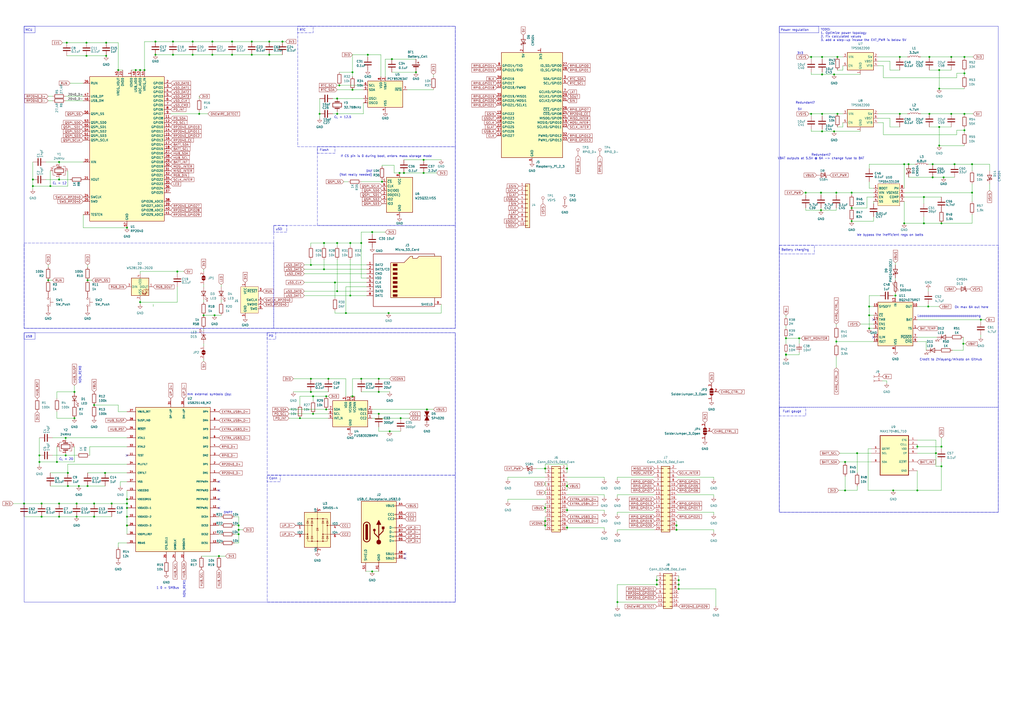
<source format=kicad_sch>
(kicad_sch (version 20231120) (generator "eeschema") (generator_version "8.0")
  (paper "A2")
  (lib_symbols
    (symbol "Battery_Management:BQ24075RGT"
      (property "Reference" "U" (at -8.89 13.97 0))
      (property "Value" "BQ24075RGT" (at 16.51 13.97 0))
      (symbol "BQ24075RGT_1_1"
        (pin passive line (at 12.7 -2.54 180) (length 2.54) (name "TS") (number "1"))
        (pin power_out line (at 12.7 10.16 180) (length 2.54) (name "OUT") (number "10"))
        (pin passive line (at 12.7 10.16 180) (length 2.54) hide (name "OUT") (number "11"))
        (pin passive line (at -12.7 -7.62 0) (length 2.54) (name "ILIM") (number "12"))
        (pin power_in line (at 0 15.24 270) (length 2.54) (name "IN") (number "13"))
        (pin input line (at -12.7 2.54 0) (length 2.54) (name "TMR") (number "14"))
        (pin input line (at -12.7 10.16 0) (length 2.54) (name "SYSOFF") (number "15"))
        (pin passive line (at -12.7 -10.16 0) (length 2.54) (name "ISET") (number "16"))
        (pin passive line (at 0 -15.24 90) (length 2.54) hide (name "VSS") (number "17"))
        (pin power_out line (at 12.7 2.54 180) (length 2.54) (name "BAT") (number "2"))
        (pin passive line (at 12.7 2.54 180) (length 2.54) hide (name "BAT") (number "3"))
        (pin input line (at -12.7 5.08 0) (length 2.54) (name "~{CE}") (number "4"))
        (pin input line (at -12.7 -2.54 0) (length 2.54) (name "EN2") (number "5"))
        (pin input line (at -12.7 0 0) (length 2.54) (name "EN1") (number "6"))
        (pin open_collector line (at 12.7 -7.62 180) (length 2.54) (name "~{PGOOD}") (number "7"))
        (pin power_in line (at 0 -15.24 90) (length 2.54) (name "VSS") (number "8"))
        (pin open_collector line (at 12.7 -10.16 180) (length 2.54) (name "~{CHG}") (number "9"))
      )
    )
    (symbol "Connector:Conn_01x02_Socket" (pin_names (offset 1.016) hide)
      (property "Reference" "J" (at 0 2.54 0))
      (property "Value" "Conn_01x02_Socket" (at 0 -5.08 0))
      (symbol "Conn_01x02_Socket_1_1"
        (pin passive line (at -5.08 0 0) (length 3.81) (name "Pin_1") (number "1"))
        (pin passive line (at -5.08 -2.54 0) (length 3.81) (name "Pin_2") (number "2"))
      )
    )
    (symbol "Connector:Conn_ARM_SWD_TagConnect_TC2030-NL" (in_bom no)
      (property "Reference" "J" (at 2.54 11.43 0))
      (property "Value" "Conn_ARM_SWD_TagConnect_TC2030-NL" (at 2.54 8.89 0))
      (symbol "Conn_ARM_SWD_TagConnect_TC2030-NL_0_0"
        (pin power_in line (at -2.54 10.16 270) (length 2.54) (name "VCC") (number "1"))
        (pin bidirectional line (at 7.62 -2.54 180) (length 2.54) (name "SWDIO") (number "2"))
        (pin open_collector line (at 7.62 5.08 180) (length 2.54) (name "~{RESET}") (number "3"))
        (pin output line (at 7.62 0 180) (length 2.54) (name "SWCLK") (number "4"))
        (pin power_in line (at -2.54 -10.16 90) (length 2.54) (name "GND") (number "5"))
        (pin input line (at 7.62 -5.08 180) (length 2.54) (name "SWO") (number "6"))
      )
    )
    (symbol "Connector:Micro_SD_Card" (pin_names (offset 1.016))
      (property "Reference" "J" (at -16.51 15.24 0))
      (property "Value" "Micro_SD_Card" (at 16.51 15.24 0))
      (symbol "Micro_SD_Card_1_1"
        (pin bidirectional line (at -22.86 7.62 0) (length 3.81) (name "DAT2") (number "1"))
        (pin bidirectional line (at -22.86 5.08 0) (length 3.81) (name "DAT3/CD") (number "2"))
        (pin input line (at -22.86 2.54 0) (length 3.81) (name "CMD") (number "3"))
        (pin power_in line (at -22.86 0 0) (length 3.81) (name "VDD") (number "4"))
        (pin input line (at -22.86 -2.54 0) (length 3.81) (name "CLK") (number "5"))
        (pin power_in line (at -22.86 -5.08 0) (length 3.81) (name "VSS") (number "6"))
        (pin bidirectional line (at -22.86 -7.62 0) (length 3.81) (name "DAT0") (number "7"))
        (pin bidirectional line (at -22.86 -10.16 0) (length 3.81) (name "DAT1") (number "8"))
        (pin passive line (at 20.32 -15.24 180) (length 3.81) (name "SHIELD") (number "9"))
      )
    )
    (symbol "Connector:Raspberry_Pi_2_3"
      (property "Reference" "J" (at -17.78 31.75 0))
      (property "Value" "Raspberry_Pi_2_3" (at 10.16 -31.75 0))
      (symbol "Raspberry_Pi_2_3_1_1"
        (pin power_in line (at 5.08 33.02 270) (length 2.54) (name "3V3") (number "1"))
        (pin bidirectional line (at -20.32 20.32 0) (length 2.54) (name "GPIO15/RXD") (number "10"))
        (pin bidirectional line (at -20.32 12.7 0) (length 2.54) (name "GPIO17") (number "11"))
        (pin bidirectional line (at -20.32 10.16 0) (length 2.54) (name "GPIO18/PWM0") (number "12"))
        (pin bidirectional line (at -20.32 -17.78 0) (length 2.54) (name "GPIO27") (number "13"))
        (pin passive line (at 0 -33.02 90) (length 2.54) hide (name "GND") (number "14"))
        (pin bidirectional line (at -20.32 -5.08 0) (length 2.54) (name "GPIO22") (number "15"))
        (pin bidirectional line (at -20.32 -7.62 0) (length 2.54) (name "GPIO23") (number "16"))
        (pin passive line (at 5.08 33.02 270) (length 2.54) hide (name "3V3") (number "17"))
        (pin bidirectional line (at -20.32 -10.16 0) (length 2.54) (name "GPIO24") (number "18"))
        (pin bidirectional line (at 20.32 -10.16 180) (length 2.54) (name "MOSI0/GPIO10") (number "19"))
        (pin power_in line (at -5.08 33.02 270) (length 2.54) (name "5V") (number "2"))
        (pin passive line (at 0 -33.02 90) (length 2.54) hide (name "GND") (number "20"))
        (pin bidirectional line (at 20.32 -7.62 180) (length 2.54) (name "MISO0/GPIO9") (number "21"))
        (pin bidirectional line (at -20.32 -12.7 0) (length 2.54) (name "GPIO25") (number "22"))
        (pin bidirectional line (at 20.32 -12.7 180) (length 2.54) (name "SCLK0/GPIO11") (number "23"))
        (pin bidirectional line (at 20.32 -5.08 180) (length 2.54) (name "~{CE0}/GPIO8") (number "24"))
        (pin passive line (at 0 -33.02 90) (length 2.54) hide (name "GND") (number "25"))
        (pin bidirectional line (at 20.32 -2.54 180) (length 2.54) (name "~{CE1}/GPIO7") (number "26"))
        (pin bidirectional line (at 20.32 22.86 180) (length 2.54) (name "ID_SD/GPIO0") (number "27"))
        (pin bidirectional line (at 20.32 20.32 180) (length 2.54) (name "ID_SC/GPIO1") (number "28"))
        (pin bidirectional line (at 20.32 5.08 180) (length 2.54) (name "GCLK1/GPIO5") (number "29"))
        (pin bidirectional line (at 20.32 15.24 180) (length 2.54) (name "SDA/GPIO2") (number "3"))
        (pin passive line (at 0 -33.02 90) (length 2.54) hide (name "GND") (number "30"))
        (pin bidirectional line (at 20.32 2.54 180) (length 2.54) (name "GCLK2/GPIO6") (number "31"))
        (pin bidirectional line (at 20.32 -17.78 180) (length 2.54) (name "PWM0/GPIO12") (number "32"))
        (pin bidirectional line (at 20.32 -20.32 180) (length 2.54) (name "PWM1/GPIO13") (number "33"))
        (pin passive line (at 0 -33.02 90) (length 2.54) hide (name "GND") (number "34"))
        (pin bidirectional line (at -20.32 5.08 0) (length 2.54) (name "GPIO19/MISO1") (number "35"))
        (pin bidirectional line (at -20.32 15.24 0) (length 2.54) (name "GPIO16") (number "36"))
        (pin bidirectional line (at -20.32 -15.24 0) (length 2.54) (name "GPIO26") (number "37"))
        (pin bidirectional line (at -20.32 2.54 0) (length 2.54) (name "GPIO20/MOSI1") (number "38"))
        (pin passive line (at 0 -33.02 90) (length 2.54) hide (name "GND") (number "39"))
        (pin passive line (at -5.08 33.02 270) (length 2.54) hide (name "5V") (number "4"))
        (pin bidirectional line (at -20.32 0 0) (length 2.54) (name "GPIO21/SCLK1") (number "40"))
        (pin bidirectional line (at 20.32 12.7 180) (length 2.54) (name "SCL/GPIO3") (number "5"))
        (pin power_in line (at 0 -33.02 90) (length 2.54) (name "GND") (number "6"))
        (pin bidirectional line (at 20.32 7.62 180) (length 2.54) (name "GCLK0/GPIO4") (number "7"))
        (pin bidirectional line (at -20.32 22.86 0) (length 2.54) (name "GPIO14/TXD") (number "8"))
        (pin passive line (at 0 -33.02 90) (length 2.54) hide (name "GND") (number "9"))
      )
    )
    (symbol "Connector:TestPoint" (pin_numbers hide) (pin_names (offset 0.762) hide)
      (property "Reference" "TP" (at 0 6.858 0))
      (property "Value" "TestPoint" (at 0 5.08 0))
      (symbol "TestPoint_1_1"
        (pin passive line (at 0 0 90) (length 2.54) (name "1") (number "1"))
      )
    )
    (symbol "Connector:USB_C_Receptacle_USB2.0" (pin_names (offset 1.016))
      (property "Reference" "J" (at -10.16 19.05 0))
      (property "Value" "USB_C_Receptacle_USB2.0" (at 19.05 19.05 0))
      (symbol "USB_C_Receptacle_USB2.0_1_1"
        (pin passive line (at 0 -22.86 90) (length 5.08) (name "GND") (number "A1"))
        (pin passive line (at 0 -22.86 90) (length 5.08) hide (name "GND") (number "A12"))
        (pin passive line (at 15.24 15.24 180) (length 5.08) (name "VBUS") (number "A4"))
        (pin bidirectional line (at 15.24 10.16 180) (length 5.08) (name "CC1") (number "A5"))
        (pin bidirectional line (at 15.24 -2.54 180) (length 5.08) (name "D+") (number "A6"))
        (pin bidirectional line (at 15.24 2.54 180) (length 5.08) (name "D-") (number "A7"))
        (pin bidirectional line (at 15.24 -12.7 180) (length 5.08) (name "SBU1") (number "A8"))
        (pin passive line (at 15.24 15.24 180) (length 5.08) hide (name "VBUS") (number "A9"))
        (pin passive line (at 0 -22.86 90) (length 5.08) hide (name "GND") (number "B1"))
        (pin passive line (at 0 -22.86 90) (length 5.08) hide (name "GND") (number "B12"))
        (pin passive line (at 15.24 15.24 180) (length 5.08) hide (name "VBUS") (number "B4"))
        (pin bidirectional line (at 15.24 7.62 180) (length 5.08) (name "CC2") (number "B5"))
        (pin bidirectional line (at 15.24 -5.08 180) (length 5.08) (name "D+") (number "B6"))
        (pin bidirectional line (at 15.24 0 180) (length 5.08) (name "D-") (number "B7"))
        (pin bidirectional line (at 15.24 -15.24 180) (length 5.08) (name "SBU2") (number "B8"))
        (pin passive line (at 15.24 15.24 180) (length 5.08) hide (name "VBUS") (number "B9"))
        (pin passive line (at -7.62 -22.86 90) (length 5.08) (name "SHIELD") (number "S1"))
      )
    )
    (symbol "Connector_Generic:Conn_01x10" (pin_names (offset 1.016) hide)
      (property "Reference" "J" (at 0 12.7 0))
      (property "Value" "Conn_01x10" (at 0 -15.24 0))
      (symbol "Conn_01x10_1_1"
        (pin passive line (at -5.08 10.16 0) (length 3.81) (name "Pin_1") (number "1"))
        (pin passive line (at -5.08 -12.7 0) (length 3.81) (name "Pin_10") (number "10"))
        (pin passive line (at -5.08 7.62 0) (length 3.81) (name "Pin_2") (number "2"))
        (pin passive line (at -5.08 5.08 0) (length 3.81) (name "Pin_3") (number "3"))
        (pin passive line (at -5.08 2.54 0) (length 3.81) (name "Pin_4") (number "4"))
        (pin passive line (at -5.08 0 0) (length 3.81) (name "Pin_5") (number "5"))
        (pin passive line (at -5.08 -2.54 0) (length 3.81) (name "Pin_6") (number "6"))
        (pin passive line (at -5.08 -5.08 0) (length 3.81) (name "Pin_7") (number "7"))
        (pin passive line (at -5.08 -7.62 0) (length 3.81) (name "Pin_8") (number "8"))
        (pin passive line (at -5.08 -10.16 0) (length 3.81) (name "Pin_9") (number "9"))
      )
    )
    (symbol "Connector_Generic:Conn_02x08_Odd_Even" (pin_names (offset 1.016) hide)
      (property "Reference" "J" (at 1.27 10.16 0))
      (property "Value" "Conn_02x08_Odd_Even" (at 1.27 -12.7 0))
      (symbol "Conn_02x08_Odd_Even_1_1"
        (pin passive line (at -5.08 7.62 0) (length 3.81) (name "Pin_1") (number "1"))
        (pin passive line (at 7.62 -2.54 180) (length 3.81) (name "Pin_10") (number "10"))
        (pin passive line (at -5.08 -5.08 0) (length 3.81) (name "Pin_11") (number "11"))
        (pin passive line (at 7.62 -5.08 180) (length 3.81) (name "Pin_12") (number "12"))
        (pin passive line (at -5.08 -7.62 0) (length 3.81) (name "Pin_13") (number "13"))
        (pin passive line (at 7.62 -7.62 180) (length 3.81) (name "Pin_14") (number "14"))
        (pin passive line (at -5.08 -10.16 0) (length 3.81) (name "Pin_15") (number "15"))
        (pin passive line (at 7.62 -10.16 180) (length 3.81) (name "Pin_16") (number "16"))
        (pin passive line (at 7.62 7.62 180) (length 3.81) (name "Pin_2") (number "2"))
        (pin passive line (at -5.08 5.08 0) (length 3.81) (name "Pin_3") (number "3"))
        (pin passive line (at 7.62 5.08 180) (length 3.81) (name "Pin_4") (number "4"))
        (pin passive line (at -5.08 2.54 0) (length 3.81) (name "Pin_5") (number "5"))
        (pin passive line (at 7.62 2.54 180) (length 3.81) (name "Pin_6") (number "6"))
        (pin passive line (at -5.08 0 0) (length 3.81) (name "Pin_7") (number "7"))
        (pin passive line (at 7.62 0 180) (length 3.81) (name "Pin_8") (number "8"))
        (pin passive line (at -5.08 -2.54 0) (length 3.81) (name "Pin_9") (number "9"))
      )
    )
    (symbol "Connector_Generic:Conn_02x15_Odd_Even" (pin_names (offset 1.016) hide)
      (property "Reference" "J" (at 1.27 20.32 0))
      (property "Value" "Conn_02x15_Odd_Even" (at 1.27 -20.32 0))
      (symbol "Conn_02x15_Odd_Even_1_1"
        (pin passive line (at -5.08 17.78 0) (length 3.81) (name "Pin_1") (number "1"))
        (pin passive line (at 7.62 7.62 180) (length 3.81) (name "Pin_10") (number "10"))
        (pin passive line (at -5.08 5.08 0) (length 3.81) (name "Pin_11") (number "11"))
        (pin passive line (at 7.62 5.08 180) (length 3.81) (name "Pin_12") (number "12"))
        (pin passive line (at -5.08 2.54 0) (length 3.81) (name "Pin_13") (number "13"))
        (pin passive line (at 7.62 2.54 180) (length 3.81) (name "Pin_14") (number "14"))
        (pin passive line (at -5.08 0 0) (length 3.81) (name "Pin_15") (number "15"))
        (pin passive line (at 7.62 0 180) (length 3.81) (name "Pin_16") (number "16"))
        (pin passive line (at -5.08 -2.54 0) (length 3.81) (name "Pin_17") (number "17"))
        (pin passive line (at 7.62 -2.54 180) (length 3.81) (name "Pin_18") (number "18"))
        (pin passive line (at -5.08 -5.08 0) (length 3.81) (name "Pin_19") (number "19"))
        (pin passive line (at 7.62 17.78 180) (length 3.81) (name "Pin_2") (number "2"))
        (pin passive line (at 7.62 -5.08 180) (length 3.81) (name "Pin_20") (number "20"))
        (pin passive line (at -5.08 -7.62 0) (length 3.81) (name "Pin_21") (number "21"))
        (pin passive line (at 7.62 -7.62 180) (length 3.81) (name "Pin_22") (number "22"))
        (pin passive line (at -5.08 -10.16 0) (length 3.81) (name "Pin_23") (number "23"))
        (pin passive line (at 7.62 -10.16 180) (length 3.81) (name "Pin_24") (number "24"))
        (pin passive line (at -5.08 -12.7 0) (length 3.81) (name "Pin_25") (number "25"))
        (pin passive line (at 7.62 -12.7 180) (length 3.81) (name "Pin_26") (number "26"))
        (pin passive line (at -5.08 -15.24 0) (length 3.81) (name "Pin_27") (number "27"))
        (pin passive line (at 7.62 -15.24 180) (length 3.81) (name "Pin_28") (number "28"))
        (pin passive line (at -5.08 -17.78 0) (length 3.81) (name "Pin_29") (number "29"))
        (pin passive line (at -5.08 15.24 0) (length 3.81) (name "Pin_3") (number "3"))
        (pin passive line (at 7.62 -17.78 180) (length 3.81) (name "Pin_30") (number "30"))
        (pin passive line (at 7.62 15.24 180) (length 3.81) (name "Pin_4") (number "4"))
        (pin passive line (at -5.08 12.7 0) (length 3.81) (name "Pin_5") (number "5"))
        (pin passive line (at 7.62 12.7 180) (length 3.81) (name "Pin_6") (number "6"))
        (pin passive line (at -5.08 10.16 0) (length 3.81) (name "Pin_7") (number "7"))
        (pin passive line (at 7.62 10.16 180) (length 3.81) (name "Pin_8") (number "8"))
        (pin passive line (at -5.08 7.62 0) (length 3.81) (name "Pin_9") (number "9"))
      )
    )
    (symbol "Device:Battery_Cell" (pin_numbers hide) (pin_names (offset 0) hide)
      (property "Reference" "BT1" (at -4.826 9.144 0))
      (property "Value" "Battery_Cell" (at -4.826 6.604 0))
      (symbol "Battery_Cell_1_1"
        (pin passive line (at 0 -2.54 90) (length 2.54) (name "-") (number "N"))
        (pin passive line (at 0 5.08 270) (length 2.54) (name "+") (number "P"))
      )
    )
    (symbol "Device:C" (pin_numbers hide) (pin_names (offset 0.254))
      (property "Reference" "C" (at 0.635 2.54 0))
      (property "Value" "C" (at 0.635 -2.54 0))
      (symbol "C_1_1"
        (pin passive line (at 0 3.81 270) (length 2.794) (name "~") (number "1"))
        (pin passive line (at 0 -3.81 90) (length 2.794) (name "~") (number "2"))
      )
    )
    (symbol "Device:C_Small" (pin_numbers hide) (pin_names (offset 0.254) hide)
      (property "Reference" "C" (at 0.254 1.778 0))
      (property "Value" "C_Small" (at 0.254 -2.032 0))
      (symbol "C_Small_1_1"
        (pin passive line (at 0 2.54 270) (length 2.032) (name "~") (number "1"))
        (pin passive line (at 0 -2.54 90) (length 2.032) (name "~") (number "2"))
      )
    )
    (symbol "Device:Crystal" (pin_numbers hide) (pin_names (offset 1.016) hide)
      (property "Reference" "Y" (at 0 3.81 0))
      (property "Value" "Crystal" (at 0 -3.81 0))
      (symbol "Crystal_1_1"
        (pin passive line (at -3.81 0 0) (length 1.27) (name "1") (number "1"))
        (pin passive line (at 3.81 0 180) (length 1.27) (name "2") (number "2"))
      )
    )
    (symbol "Device:Crystal_GND24" (pin_names (offset 1.016) hide)
      (property "Reference" "Y" (at 3.175 5.08 0))
      (property "Value" "Crystal_GND24" (at 3.175 3.175 0))
      (symbol "Crystal_GND24_1_1"
        (pin passive line (at -3.81 0 0) (length 1.27) (name "1") (number "1"))
        (pin passive line (at 0 5.08 270) (length 1.27) (name "2") (number "2"))
        (pin passive line (at 3.81 0 180) (length 1.27) (name "3") (number "3"))
        (pin passive line (at 0 -5.08 90) (length 1.27) (name "4") (number "4"))
      )
    )
    (symbol "Device:D_Schottky" (pin_numbers hide) (pin_names (offset 1.016) hide)
      (property "Reference" "D" (at 0 2.54 0))
      (property "Value" "D_Schottky" (at 0 -2.54 0))
      (symbol "D_Schottky_1_1"
        (pin passive line (at -3.81 0 0) (length 2.54) (name "K") (number "1"))
        (pin passive line (at 3.81 0 180) (length 2.54) (name "A") (number "2"))
      )
    )
    (symbol "Device:D_TVS_Filled" (pin_numbers hide) (pin_names (offset 1.016) hide)
      (property "Reference" "D" (at 0 2.54 0))
      (property "Value" "D_TVS_Filled" (at 0 -2.54 0))
      (symbol "D_TVS_Filled_1_1"
        (pin passive line (at -3.81 0 0) (length 2.54) (name "A1") (number "1"))
        (pin passive line (at 3.81 0 180) (length 2.54) (name "A2") (number "2"))
      )
    )
    (symbol "Device:L" (pin_numbers hide) (pin_names (offset 1.016) hide)
      (property "Reference" "L" (at -1.27 0 90))
      (property "Value" "L" (at 1.905 0 90))
      (symbol "L_1_1"
        (pin passive line (at 0 3.81 270) (length 1.27) (name "1") (number "1"))
        (pin passive line (at 0 -3.81 90) (length 1.27) (name "2") (number "2"))
      )
    )
    (symbol "Device:LED" (pin_numbers hide) (pin_names (offset 1.016) hide)
      (property "Reference" "D" (at 0 2.54 0))
      (property "Value" "LED" (at 0 -2.54 0))
      (symbol "LED_1_1"
        (pin passive line (at -3.81 0 0) (length 2.54) (name "K") (number "1"))
        (pin passive line (at 3.81 0 180) (length 2.54) (name "A") (number "2"))
      )
    )
    (symbol "Device:Polyfuse" (pin_numbers hide) (pin_names (offset 0))
      (property "Reference" "F" (at -2.54 0 90))
      (property "Value" "Polyfuse" (at 2.54 0 90))
      (symbol "Polyfuse_1_1"
        (pin passive line (at 0 3.81 270) (length 1.27) (name "~") (number "1"))
        (pin passive line (at 0 -3.81 90) (length 1.27) (name "~") (number "2"))
      )
    )
    (symbol "Device:R" (pin_numbers hide) (pin_names (offset 0))
      (property "Reference" "R" (at 2.032 0 90))
      (property "Value" "R" (at 0 0 90))
      (symbol "R_1_1"
        (pin passive line (at 0 3.81 270) (length 1.27) (name "~") (number "1"))
        (pin passive line (at 0 -3.81 90) (length 1.27) (name "~") (number "2"))
      )
    )
    (symbol "Device:R_Small" (pin_numbers hide) (pin_names (offset 0.254) hide)
      (property "Reference" "R" (at 0.762 0.508 0))
      (property "Value" "R_Small" (at 0.762 -1.016 0))
      (symbol "R_Small_1_1"
        (pin passive line (at 0 2.54 270) (length 0.762) (name "~") (number "1"))
        (pin passive line (at 0 -2.54 90) (length 0.762) (name "~") (number "2"))
      )
    )
    (symbol "GND_1" (power) (pin_numbers hide) (pin_names (offset 0) hide)
      (property "Value" "GND" (at 0 -3.81 0))
      (symbol "GND_1_1_1"
        (pin power_in line (at 0 0 270) (length 0) (name "~") (number "1"))
      )
    )
    (symbol "GND_10" (power) (pin_numbers hide) (pin_names (offset 0) hide)
      (property "Value" "GND" (at 0 -3.81 0))
      (symbol "GND_10_1_1"
        (pin power_in line (at 0 0 270) (length 0) (name "~") (number "1"))
      )
    )
    (symbol "GND_11" (power) (pin_numbers hide) (pin_names (offset 0) hide)
      (property "Value" "GND" (at 0 -3.81 0))
      (symbol "GND_11_1_1"
        (pin power_in line (at 0 0 270) (length 0) (name "~") (number "1"))
      )
    )
    (symbol "GND_12" (power) (pin_numbers hide) (pin_names (offset 0) hide)
      (property "Value" "GND" (at 0 -3.81 0))
      (symbol "GND_12_1_1"
        (pin power_in line (at 0 0 270) (length 0) (name "~") (number "1"))
      )
    )
    (symbol "GND_13" (power) (pin_numbers hide) (pin_names (offset 0) hide)
      (property "Value" "GND" (at 0 -3.81 0))
      (symbol "GND_13_1_1"
        (pin power_in line (at 0 0 270) (length 0) (name "~") (number "1"))
      )
    )
    (symbol "GND_14" (power) (pin_numbers hide) (pin_names (offset 0) hide)
      (property "Value" "GND" (at 0 -3.81 0))
      (symbol "GND_14_1_1"
        (pin power_in line (at 0 0 270) (length 0) (name "~") (number "1"))
      )
    )
    (symbol "GND_15" (power) (pin_numbers hide) (pin_names (offset 0) hide)
      (property "Value" "GND" (at 0 -3.81 0))
      (symbol "GND_15_1_1"
        (pin power_in line (at 0 0 270) (length 0) (name "~") (number "1"))
      )
    )
    (symbol "GND_16" (power) (pin_numbers hide) (pin_names (offset 0) hide)
      (property "Value" "GND" (at 0 -3.81 0))
      (symbol "GND_16_1_1"
        (pin power_in line (at 0 0 270) (length 0) (name "~") (number "1"))
      )
    )
    (symbol "GND_17" (power) (pin_numbers hide) (pin_names (offset 0) hide)
      (property "Value" "GND" (at 0 -3.81 0))
      (symbol "GND_17_1_1"
        (pin power_in line (at 0 0 270) (length 0) (name "~") (number "1"))
      )
    )
    (symbol "GND_18" (power) (pin_numbers hide) (pin_names (offset 0) hide)
      (property "Value" "GND" (at 0 -3.81 0))
      (symbol "GND_18_1_1"
        (pin power_in line (at 0 0 270) (length 0) (name "~") (number "1"))
      )
    )
    (symbol "GND_19" (power) (pin_numbers hide) (pin_names (offset 0) hide)
      (property "Value" "GND" (at 0 -3.81 0))
      (symbol "GND_19_1_1"
        (pin power_in line (at 0 0 270) (length 0) (name "~") (number "1"))
      )
    )
    (symbol "GND_2" (power) (pin_numbers hide) (pin_names (offset 0) hide)
      (property "Value" "GND" (at 0 -3.81 0))
      (symbol "GND_2_1_1"
        (pin power_in line (at 0 0 270) (length 0) (name "~") (number "1"))
      )
    )
    (symbol "GND_3" (power) (pin_numbers hide) (pin_names (offset 0) hide)
      (property "Value" "GND" (at 0 -3.81 0))
      (symbol "GND_3_1_1"
        (pin power_in line (at 0 0 270) (length 0) (name "~") (number "1"))
      )
    )
    (symbol "GND_4" (power) (pin_numbers hide) (pin_names (offset 0) hide)
      (property "Value" "GND" (at 0 -3.81 0))
      (symbol "GND_4_1_1"
        (pin power_in line (at 0 0 270) (length 0) (name "~") (number "1"))
      )
    )
    (symbol "GND_5" (power) (pin_numbers hide) (pin_names (offset 0) hide)
      (property "Value" "GND" (at 0 -3.81 0))
      (symbol "GND_5_1_1"
        (pin power_in line (at 0 0 270) (length 0) (name "~") (number "1"))
      )
    )
    (symbol "GND_6" (power) (pin_numbers hide) (pin_names (offset 0) hide)
      (property "Value" "GND" (at 0 -3.81 0))
      (symbol "GND_6_1_1"
        (pin power_in line (at 0 0 270) (length 0) (name "~") (number "1"))
      )
    )
    (symbol "GND_7" (power) (pin_numbers hide) (pin_names (offset 0) hide)
      (property "Value" "GND" (at 0 -3.81 0))
      (symbol "GND_7_1_1"
        (pin power_in line (at 0 0 270) (length 0) (name "~") (number "1"))
      )
    )
    (symbol "GND_8" (power) (pin_numbers hide) (pin_names (offset 0) hide)
      (property "Value" "GND" (at 0 -3.81 0))
      (symbol "GND_8_1_1"
        (pin power_in line (at 0 0 270) (length 0) (name "~") (number "1"))
      )
    )
    (symbol "GND_9" (power) (pin_numbers hide) (pin_names (offset 0) hide)
      (property "Value" "GND" (at 0 -3.81 0))
      (symbol "GND_9_1_1"
        (pin power_in line (at 0 0 270) (length 0) (name "~") (number "1"))
      )
    )
    (symbol "Interface_USB:FUSB302BMPX"
      (property "Reference" "U" (at -10.16 8.89 0))
      (property "Value" "FUSB302BMPX" (at 3.81 8.89 0))
      (symbol "FUSB302BMPX_1_1"
        (pin bidirectional line (at 12.7 -2.54 180) (length 2.54) (name "CC2") (number "1"))
        (pin bidirectional line (at 12.7 0 180) (length 2.54) (name "CC1") (number "10"))
        (pin bidirectional line (at 12.7 0 180) (length 2.54) hide (name "CC1") (number "11"))
        (pin power_in line (at 0 10.16 270) (length 2.54) (name "VCONN") (number "12"))
        (pin power_in line (at 2.54 10.16 270) (length 2.54) (name "VCONN") (number "13"))
        (pin bidirectional line (at 12.7 -2.54 180) (length 2.54) hide (name "CC2") (number "14"))
        (pin passive line (at 0 -10.16 90) (length 2.54) hide (name "GND") (number "15"))
        (pin input line (at 12.7 2.54 180) (length 2.54) (name "VBUS") (number "2"))
        (pin power_in line (at -2.54 10.16 270) (length 2.54) (name "VDD") (number "3"))
        (pin passive line (at -2.54 10.16 270) (length 2.54) hide (name "VDD") (number "4"))
        (pin open_collector line (at -12.7 -2.54 0) (length 2.54) (name "INT_N") (number "5"))
        (pin input line (at -12.7 0 0) (length 2.54) (name "SCL") (number "6"))
        (pin bidirectional line (at -12.7 2.54 0) (length 2.54) (name "SDA") (number "7"))
        (pin power_in line (at 0 -10.16 90) (length 2.54) (name "GND") (number "8"))
        (pin passive line (at 0 -10.16 90) (length 2.54) hide (name "GND") (number "9"))
      )
    )
    (symbol "Jumper:SolderJumper_2_Open" (pin_names (offset 0) hide)
      (property "Reference" "JP" (at 0 2.032 0))
      (property "Value" "SolderJumper_2_Open" (at 0 -2.54 0))
      (symbol "SolderJumper_2_Open_1_1"
        (pin passive line (at -3.81 0 0) (length 2.54) (name "A") (number "1"))
        (pin passive line (at 3.81 0 180) (length 2.54) (name "B") (number "2"))
      )
    )
    (symbol "Jumper:SolderJumper_3_Open" (pin_names (offset 0) hide) (exclude_from_sim yes) (in_bom no)
      (property "Reference" "JP" (at -2.54 -2.54 0))
      (property "Value" "SolderJumper_3_Open" (at 0 2.794 0))
      (symbol "SolderJumper_3_Open_1_1"
        (pin passive line (at -5.08 0 0) (length 2.54) (name "A") (number "1"))
        (pin passive line (at 0 -3.81 90) (length 2.54) (name "C") (number "2"))
        (pin passive line (at 5.08 0 180) (length 2.54) (name "B") (number "3"))
      )
    )
    (symbol "LED:WS2812B-2020" (pin_names (offset 0.254))
      (property "Reference" "D" (at 5.08 5.715 0))
      (property "Value" "WS2812B-2020" (at 1.27 -5.715 0))
      (symbol "WS2812B-2020_0_0"
        (text "RGB" (at 2.286 -4.191 0) (effects (font (size 0.762 0.762))))
      )
      (symbol "WS2812B-2020_1_1"
        (pin output line (at 7.62 0 180) (length 2.54) (name "DOUT") (number "1"))
        (pin power_in line (at 0 -7.62 90) (length 2.54) (name "VSS") (number "2"))
        (pin input line (at -7.62 0 0) (length 2.54) (name "DIN") (number "3"))
        (pin power_in line (at 0 7.62 270) (length 2.54) (name "VDD") (number "4"))
      )
    )
    (symbol "MAX17048G_T10:MAX17048G_T10" (pin_names (offset 1.016))
      (property "Reference" "U31" (at 3.81 12.7 0))
      (property "Value" "MAX17048G_T10" (at 3.81 10.16 0))
      (symbol "MAX17048G_T10_0_0"
        (pin power_in line (at 17.78 5.08 180) (length 5.08) (name "CTG") (number "1"))
        (pin power_in line (at 17.78 2.54 180) (length 5.08) (name "CELL") (number "2"))
        (pin power_in line (at 17.78 0 180) (length 5.08) (name "VDD") (number "3"))
        (pin power_in line (at 17.78 -12.7 180) (length 5.08) (name "GND") (number "4"))
        (pin output line (at 17.78 -7.62 180) (length 5.08) (name "~{ALERT}") (number "5"))
        (pin input line (at -8.89 0 0) (length 5.08) (name "QSTRT") (number "6"))
        (pin input line (at -8.89 -2.54 0) (length 5.08) (name "SCL") (number "7"))
        (pin bidirectional line (at -8.89 -7.62 0) (length 5.08) (name "SDA") (number "8"))
        (pin power_in line (at 17.78 -2.54 180) (length 5.08) (name "EP") (number "9"))
      )
    )
    (symbol "MCU_RaspberryPi:RP2040"
      (property "Reference" "U" (at 17.78 45.72 0))
      (property "Value" "RP2040" (at 17.78 43.18 0))
      (symbol "RP2040_1_1"
        (pin power_in line (at 2.54 45.72 270) (length 3.81) (name "IOVDD") (number "1"))
        (pin passive line (at 2.54 45.72 270) (length 3.81) hide (name "IOVDD") (number "10"))
        (pin bidirectional line (at 25.4 17.78 180) (length 3.81) (name "GPIO8") (number "11"))
        (pin bidirectional line (at 25.4 15.24 180) (length 3.81) (name "GPIO9") (number "12"))
        (pin bidirectional line (at 25.4 12.7 180) (length 3.81) (name "GPIO10") (number "13"))
        (pin bidirectional line (at 25.4 10.16 180) (length 3.81) (name "GPIO11") (number "14"))
        (pin bidirectional line (at 25.4 7.62 180) (length 3.81) (name "GPIO12") (number "15"))
        (pin bidirectional line (at 25.4 5.08 180) (length 3.81) (name "GPIO13") (number "16"))
        (pin bidirectional line (at 25.4 2.54 180) (length 3.81) (name "GPIO14") (number "17"))
        (pin bidirectional line (at 25.4 0 180) (length 3.81) (name "GPIO15") (number "18"))
        (pin input line (at -25.4 -38.1 0) (length 3.81) (name "TESTEN") (number "19"))
        (pin bidirectional line (at 25.4 38.1 180) (length 3.81) (name "GPIO0") (number "2"))
        (pin input line (at -25.4 -7.62 0) (length 3.81) (name "XIN") (number "20"))
        (pin passive line (at -25.4 -17.78 0) (length 3.81) (name "XOUT") (number "21"))
        (pin passive line (at 2.54 45.72 270) (length 3.81) hide (name "IOVDD") (number "22"))
        (pin power_in line (at -2.54 45.72 270) (length 3.81) (name "DVDD") (number "23"))
        (pin input line (at -25.4 -27.94 0) (length 3.81) (name "SWCLK") (number "24"))
        (pin bidirectional line (at -25.4 -30.48 0) (length 3.81) (name "SWD") (number "25"))
        (pin input line (at -25.4 38.1 0) (length 3.81) (name "RUN") (number "26"))
        (pin bidirectional line (at 25.4 -2.54 180) (length 3.81) (name "GPIO16") (number "27"))
        (pin bidirectional line (at 25.4 -5.08 180) (length 3.81) (name "GPIO17") (number "28"))
        (pin bidirectional line (at 25.4 -7.62 180) (length 3.81) (name "GPIO18") (number "29"))
        (pin bidirectional line (at 25.4 35.56 180) (length 3.81) (name "GPIO1") (number "3"))
        (pin bidirectional line (at 25.4 -10.16 180) (length 3.81) (name "GPIO19") (number "30"))
        (pin bidirectional line (at 25.4 -12.7 180) (length 3.81) (name "GPIO20") (number "31"))
        (pin bidirectional line (at 25.4 -15.24 180) (length 3.81) (name "GPIO21") (number "32"))
        (pin passive line (at 2.54 45.72 270) (length 3.81) hide (name "IOVDD") (number "33"))
        (pin bidirectional line (at 25.4 -17.78 180) (length 3.81) (name "GPIO22") (number "34"))
        (pin bidirectional line (at 25.4 -20.32 180) (length 3.81) (name "GPIO23") (number "35"))
        (pin bidirectional line (at 25.4 -22.86 180) (length 3.81) (name "GPIO24") (number "36"))
        (pin bidirectional line (at 25.4 -25.4 180) (length 3.81) (name "GPIO25") (number "37"))
        (pin bidirectional line (at 25.4 -30.48 180) (length 3.81) (name "GPIO26_ADC0") (number "38"))
        (pin bidirectional line (at 25.4 -33.02 180) (length 3.81) (name "GPIO27_ADC1") (number "39"))
        (pin bidirectional line (at 25.4 33.02 180) (length 3.81) (name "GPIO2") (number "4"))
        (pin bidirectional line (at 25.4 -35.56 180) (length 3.81) (name "GPIO28_ADC2") (number "40"))
        (pin bidirectional line (at 25.4 -38.1 180) (length 3.81) (name "GPIO29_ADC3") (number "41"))
        (pin passive line (at 2.54 45.72 270) (length 3.81) hide (name "IOVDD") (number "42"))
        (pin power_in line (at 7.62 45.72 270) (length 3.81) (name "ADC_AVDD") (number "43"))
        (pin power_in line (at 10.16 45.72 270) (length 3.81) (name "VREG_IN") (number "44"))
        (pin power_out line (at -5.08 45.72 270) (length 3.81) (name "VREG_VOUT") (number "45"))
        (pin bidirectional line (at -25.4 27.94 0) (length 3.81) (name "USB_DM") (number "46"))
        (pin bidirectional line (at -25.4 30.48 0) (length 3.81) (name "USB_DP") (number "47"))
        (pin power_in line (at 5.08 45.72 270) (length 3.81) (name "USB_VDD") (number "48"))
        (pin passive line (at 2.54 45.72 270) (length 3.81) hide (name "IOVDD") (number "49"))
        (pin bidirectional line (at 25.4 30.48 180) (length 3.81) (name "GPIO3") (number "5"))
        (pin passive line (at -2.54 45.72 270) (length 3.81) hide (name "DVDD") (number "50"))
        (pin bidirectional line (at -25.4 7.62 0) (length 3.81) (name "QSPI_SD3") (number "51"))
        (pin output line (at -25.4 5.08 0) (length 3.81) (name "QSPI_SCLK") (number "52"))
        (pin bidirectional line (at -25.4 15.24 0) (length 3.81) (name "QSPI_SD0") (number "53"))
        (pin bidirectional line (at -25.4 10.16 0) (length 3.81) (name "QSPI_SD2") (number "54"))
        (pin bidirectional line (at -25.4 12.7 0) (length 3.81) (name "QSPI_SD1") (number "55"))
        (pin bidirectional line (at -25.4 20.32 0) (length 3.81) (name "QSPI_SS") (number "56"))
        (pin power_in line (at 0 -45.72 90) (length 3.81) (name "GND") (number "57"))
        (pin bidirectional line (at 25.4 27.94 180) (length 3.81) (name "GPIO4") (number "6"))
        (pin bidirectional line (at 25.4 25.4 180) (length 3.81) (name "GPIO5") (number "7"))
        (pin bidirectional line (at 25.4 22.86 180) (length 3.81) (name "GPIO6") (number "8"))
        (pin bidirectional line (at 25.4 20.32 180) (length 3.81) (name "GPIO7") (number "9"))
      )
    )
    (symbol "Memory_Flash:W25Q32JVSS"
      (property "Reference" "U" (at -6.35 11.43 0))
      (property "Value" "W25Q32JVSS" (at 7.62 11.43 0))
      (symbol "W25Q32JVSS_1_1"
        (pin input line (at -10.16 7.62 0) (length 2.54) (name "~{CS}") (number "1"))
        (pin bidirectional line (at -10.16 0 0) (length 2.54) (name "DO(IO1)") (number "2"))
        (pin bidirectional line (at -10.16 -2.54 0) (length 2.54) (name "IO2") (number "3"))
        (pin power_in line (at 0 -12.7 90) (length 2.54) (name "GND") (number "4"))
        (pin bidirectional line (at -10.16 2.54 0) (length 2.54) (name "DI(IO0)") (number "5"))
        (pin input line (at -10.16 5.08 0) (length 2.54) (name "CLK") (number "6"))
        (pin bidirectional line (at -10.16 -5.08 0) (length 2.54) (name "IO3") (number "7"))
        (pin power_in line (at 0 12.7 270) (length 2.54) (name "VCC") (number "8"))
      )
    )
    (symbol "Power_Protection:SRV05-4" (pin_names (offset 0))
      (property "Reference" "U" (at -5.08 11.43 0))
      (property "Value" "SRV05-4" (at 2.54 11.43 0))
      (symbol "SRV05-4_1_1"
        (pin passive line (at -12.7 2.54 0) (length 5.08) (name "IO1") (number "1"))
        (pin passive line (at 0 -12.7 90) (length 2.54) (name "VN") (number "2"))
        (pin passive line (at -12.7 -2.54 0) (length 5.08) (name "IO2") (number "3"))
        (pin passive line (at 12.7 2.54 180) (length 5.08) (name "IO3") (number "4"))
        (pin passive line (at 0 12.7 270) (length 2.54) (name "VP") (number "5"))
        (pin passive line (at 12.7 -2.54 180) (length 5.08) (name "IO4") (number "6"))
      )
    )
    (symbol "Regulator_Switching:TPS562200"
      (property "Reference" "U" (at -7.62 6.35 0))
      (property "Value" "TPS562200" (at -2.54 6.35 0))
      (symbol "TPS562200_1_1"
        (pin power_in line (at 0 -7.62 90) (length 2.54) (name "GND") (number "1"))
        (pin output line (at 10.16 2.54 180) (length 2.54) (name "SW") (number "2"))
        (pin power_in line (at -10.16 2.54 0) (length 2.54) (name "VIN") (number "3"))
        (pin input line (at 10.16 -2.54 180) (length 2.54) (name "VFB") (number "4"))
        (pin input line (at -10.16 -2.54 0) (length 2.54) (name "EN") (number "5"))
        (pin passive line (at 10.16 0 180) (length 2.54) (name "VBST") (number "6"))
      )
    )
    (symbol "Switch:SW_Push" (pin_numbers hide) (pin_names (offset 1.016) hide)
      (property "Reference" "SW" (at 1.27 2.54 0))
      (property "Value" "SW_Push" (at 0 -1.524 0))
      (symbol "SW_Push_0_1"
        (pin passive line (at -5.08 0 0) (length 2.54) (name "1") (number "1"))
        (pin passive line (at 5.08 0 180) (length 2.54) (name "2") (number "2"))
      )
    )
    (symbol "TPS54331DR:TPS54331DR"
      (property "Reference" "U" (at -0.254 2.286 0))
      (property "Value" "TPS54331DR" (at 0 0 0))
      (symbol "TPS54331DR_1_1"
        (pin input line (at -8.89 -3.81 0) (length 2.54) (name "BOOT") (number "1"))
        (pin power_in line (at -8.89 -6.35 0) (length 2.54) (name "VIN") (number "2"))
        (pin input line (at -8.89 -8.89 0) (length 2.54) (name "EN") (number "3"))
        (pin input line (at -8.89 -11.43 0) (length 2.54) (name "SS") (number "4"))
        (pin input line (at 8.89 -6.35 180) (length 2.54) (name "VSENSE") (number "5"))
        (pin input line (at 8.89 -8.89 180) (length 2.54) (name "COMP") (number "6"))
        (pin power_in line (at 8.89 -11.43 180) (length 2.54) (name "GND") (number "7"))
        (pin power_out line (at 8.89 -3.81 180) (length 2.54) (name "PH") (number "8"))
      )
    )
    (symbol "Timer_RTC:PCF85263AT"
      (property "Reference" "U" (at -8.89 8.89 0))
      (property "Value" "PCF85263AT" (at 1.27 8.89 0))
      (symbol "PCF85263AT_1_1"
        (pin input line (at -12.7 -2.54 0) (length 2.54) (name "OSCI") (number "1"))
        (pin output line (at -12.7 -5.08 0) (length 2.54) (name "OSCO") (number "2"))
        (pin power_in line (at 0 10.16 270) (length 2.54) (name "VBAT") (number "3"))
        (pin power_in line (at 0 -10.16 90) (length 2.54) (name "VSS") (number "4"))
        (pin bidirectional line (at -12.7 2.54 0) (length 2.54) (name "SDA") (number "5"))
        (pin input line (at -12.7 5.08 0) (length 2.54) (name "SCL") (number "6"))
        (pin open_collector line (at 12.7 2.54 180) (length 2.54) (name "~{INTA}") (number "7"))
        (pin power_in line (at -2.54 10.16 270) (length 2.54) (name "VDD") (number "8"))
      )
    )
    (symbol "USB2514B_M2:USB2514B_M2" (pin_names (offset 1.016))
      (property "Reference" "U" (at 0 0 0))
      (property "Value" "USB2514B_M2" (at 0 0 0))
      (symbol "USB2514B_M2_0_0"
        (pin bidirectional line (at 27.94 -2.54 180) (length 5.08) (name "DM1") (number "1"))
        (pin bidirectional line (at -25.4 -27.94 0) (length 5.08) (name "VDDA33-2") (number "10"))
        (pin bidirectional line (at -25.4 7.62 0) (length 5.08) (name "TEST") (number "11"))
        (pin bidirectional line (at 27.94 -22.86 180) (length 5.08) (name "PRTPWR1") (number "12"))
        (pin bidirectional line (at 27.94 -43.18 180) (length 5.08) (name "OCS1") (number "13"))
        (pin bidirectional line (at -25.4 -2.54 0) (length 5.08) (name "CRFILT") (number "14"))
        (pin bidirectional line (at -25.4 -12.7 0) (length 5.08) (name "VDD33IO") (number "15"))
        (pin bidirectional line (at 27.94 -17.78 180) (length 5.08) (name "PRTPWR2") (number "16"))
        (pin bidirectional line (at 27.94 -38.1 180) (length 5.08) (name "OCS2") (number "17"))
        (pin bidirectional line (at 27.94 -12.7 180) (length 5.08) (name "PRTPWR3") (number "18"))
        (pin bidirectional line (at 27.94 -33.02 180) (length 5.08) (name "OCS3") (number "19"))
        (pin bidirectional line (at 27.94 2.54 180) (length 5.08) (name "DP1") (number "2"))
        (pin bidirectional line (at 27.94 -7.62 180) (length 5.08) (name "PRTPWR4") (number "20"))
        (pin bidirectional line (at 27.94 -27.94 180) (length 5.08) (name "OCS4") (number "21"))
        (pin bidirectional line (at 7.62 -53.34 90) (length 5.08) (name "SMBDATA") (number "22"))
        (pin bidirectional line (at -25.4 -17.78 0) (length 5.08) (name "VDD33REG") (number "23"))
        (pin bidirectional line (at 2.54 -53.34 90) (length 5.08) (name "SMBCLK") (number "24"))
        (pin bidirectional line (at -2.54 -53.34 90) (length 5.08) (name "CFG_SEL1") (number "25"))
        (pin bidirectional line (at -25.4 22.86 0) (length 5.08) (name "~{RESET}") (number "26"))
        (pin bidirectional line (at -25.4 33.02 0) (length 5.08) (name "VBUS_DET") (number "27"))
        (pin bidirectional line (at -25.4 27.94 0) (length 5.08) (name "SUSP_IND") (number "28"))
        (pin bidirectional line (at -25.4 -33.02 0) (length 5.08) (name "VDDA33-3") (number "29"))
        (pin bidirectional line (at 27.94 7.62 180) (length 5.08) (name "DM2") (number "3"))
        (pin bidirectional line (at 7.62 40.64 270) (length 5.08) (name "DM-UP") (number "30"))
        (pin bidirectional line (at 0 40.64 270) (length 5.08) (name "DP-UP") (number "31"))
        (pin bidirectional line (at -25.4 17.78 0) (length 5.08) (name "XTAL1") (number "32"))
        (pin bidirectional line (at -25.4 12.7 0) (length 5.08) (name "XTAL2") (number "33"))
        (pin bidirectional line (at -25.4 2.54 0) (length 5.08) (name "PLLFILT") (number "34"))
        (pin bidirectional line (at -25.4 -43.18 0) (length 5.08) (name "RBIAS") (number "35"))
        (pin bidirectional line (at -25.4 -38.1 0) (length 5.08) (name "VDDPLLREF") (number "36"))
        (pin bidirectional line (at -25.4 -7.62 0) (length 5.08) (name "VSS") (number "37"))
        (pin bidirectional line (at 27.94 12.7 180) (length 5.08) (name "DP2") (number "4"))
        (pin bidirectional line (at -25.4 -22.86 0) (length 5.08) (name "VDDA33-1") (number "5"))
        (pin bidirectional line (at 27.94 17.78 180) (length 5.08) (name "DM3") (number "6"))
        (pin bidirectional line (at 27.94 22.86 180) (length 5.08) (name "DP3") (number "7"))
        (pin bidirectional line (at 27.94 27.94 180) (length 5.08) (name "DM4") (number "8"))
        (pin bidirectional line (at 27.94 33.02 180) (length 5.08) (name "DP4") (number "9"))
      )
    )
    (symbol "power:GND" (power) (pin_names (offset 0))
      (property "Value" "GND" (at 0 -3.81 0))
      (symbol "GND_1_1"
        (pin power_in line (at 0 0 270) (length 0) hide (name "GND") (number "1"))
      )
    )
  )
  (junction (at 187.96 140.97))
  (junction (at 73.66 299.72))
  (junction (at 316.23 302.26))
  (junction (at 494.03 111.76))
  (junction (at 204.47 52.07))
  (junction (at 187.96 156.21))
  (junction (at 476.885 66.04))
  (junction (at 195.58 168.91))
  (junction (at 226.06 250.19))
  (junction (at 393.7 339.09))
  (junction (at 247.65 237.49))
  (junction (at 392.43 304.8))
  (junction (at 180.34 227.33))
  (junction (at 180.34 219.71))
  (junction (at 215.9 331.47))
  (junction (at 38.1 264.16))
  (junction (at 90.17 31.75))
  (junction (at 328.93 281.94))
  (junction (at 316.23 271.78))
  (junction (at 83.82 40.64))
  (junction (at 393.7 336.55))
  (junction (at 485.14 111.76))
  (junction (at 490.22 267.97))
  (junction (at 43.18 242.57))
  (junction (at 181.61 229.87))
  (junction (at 563.88 111.76))
  (junction (at 38.1 254))
  (junction (at 200.66 181.61))
  (junction (at 146.05 31.75))
  (junction (at 127 322.58))
  (junction (at 524.51 129.54))
  (junction (at 227.33 34.29))
  (junction (at 245.745 100.33))
  (junction (at 13.97 292.1))
  (junction (at 34.29 299.72))
  (junction (at 29.21 107.95))
  (junction (at 100.33 31.75))
  (junction (at 39.37 281.94))
  (junction (at 521.97 33.02))
  (junction (at 463.55 196.215))
  (junction (at 45.72 281.94))
  (junction (at 180.34 153.67))
  (junction (at 316.23 294.64))
  (junction (at 189.23 229.87))
  (junction (at 494.03 120.65))
  (junction (at 532.13 284.48))
  (junction (at 455.93 196.215))
  (junction (at 541.02 95.25))
  (junction (at 328.93 306.07))
  (junction (at 194.31 163.83))
  (junction (at 215.9 134.62))
  (junction (at 392.43 307.34))
  (junction (at 27.94 162.56))
  (junction (at 209.55 140.97))
  (junction (at 559.435 42.545))
  (junction (at 553.72 95.25))
  (junction (at 81.28 40.64))
  (junction (at 203.2 140.97))
  (junction (at 232.41 242.57))
  (junction (at 61.595 32.385))
  (junction (at 124.46 182.88))
  (junction (at 476.25 111.76))
  (junction (at 73.66 294.64))
  (junction (at 490.22 284.48))
  (junction (at 123.19 24.13))
  (junction (at 455.93 205.74) (diameter 1.016))
  (junction (at 497.205 262.89))
  (junction (at 115.57 66.04))
  (junction (at 358.14 349.25))
  (junction (at 521.97 66.04))
  (junction (at 24.13 299.72))
  (junction (at 234.315 100.33))
  (junction (at 524.51 95.25))
  (junction (at 539.115 33.02))
  (junction (at 138.43 309.88))
  (junction (at 527.05 95.25))
  (junction (at 547.37 102.87))
  (junction (at 156.21 31.75))
  (junction (at 44.45 292.1))
  (junction (at 19.05 107.95))
  (junction (at 559.435 66.04))
  (junction (at 544.83 84.455))
  (junction (at 173.99 242.57))
  (junction (at 483.87 76.2))
  (junction (at 146.05 24.13))
  (junction (at 204.47 229.87))
  (junction (at 532.13 259.08))
  (junction (at 54.61 234.95))
  (junction (at 381 339.09))
  (junction (at 241.3 41.91))
  (junction (at 483.87 43.18))
  (junction (at 539.115 66.04))
  (junction (at 156.21 24.13))
  (junction (at 559.435 75.565))
  (junction (at 546.1 270.51))
  (junction (at 535.94 129.54))
  (junction (at 50.165 32.385))
  (junction (at 245.745 92.71))
  (junction (at 90.17 24.13))
  (junction (at 381 336.55))
  (junction (at 50.8 162.56))
  (junction (at 111.76 24.13))
  (junction (at 102.87 157.48))
  (junction (at 50.165 24.765))
  (junction (at 39.37 274.32))
  (junction (at 328.93 271.78))
  (junction (at 163.83 24.13))
  (junction (at 60.96 274.32))
  (junction (at 535.94 114.3))
  (junction (at 50.8 281.94))
  (junction (at 470.535 66.04))
  (junction (at 551.815 66.04))
  (junction (at 476.25 121.92))
  (junction (at 73.66 304.8))
  (junction (at 538.48 177.8))
  (junction (at 134.62 24.13))
  (junction (at 544.83 73.66))
  (junction (at 494.03 128.27))
  (junction (at 138.43 307.34))
  (junction (at 22.86 267.97))
  (junction (at 221.615 105.41))
  (junction (at 38.735 24.765))
  (junction (at 73.66 289.56))
  (junction (at 209.55 219.71))
  (junction (at 551.815 33.02))
  (junction (at 185.42 66.04))
  (junction (at 195.58 57.15))
  (junction (at 328.93 295.91))
  (junction (at 541.02 102.87))
  (junction (at 118.11 182.88))
  (junction (at 544.83 51.435))
  (junction (at 504.19 177.8))
  (junction (at 485.14 198.12))
  (junction (at 19.05 104.14))
  (junction (at 476.885 33.02))
  (junction (at 568.96 185.42))
  (junction (at 100.33 24.13))
  (junction (at 476.885 76.2))
  (junction (at 34.29 292.1))
  (junction (at 204.47 41.91))
  (junction (at 196.85 49.53))
  (junction (at 542.925 262.89))
  (junction (at 138.43 304.8))
  (junction (at 485.775 33.02))
  (junction (at 111.76 31.75))
  (junction (at 467.36 111.76))
  (junction (at 195.58 140.97))
  (junction (at 546.1 129.54))
  (junction (at 476.885 43.18))
  (junction (at 54.61 299.72))
  (junction (at 544.83 40.64))
  (junction (at 68.58 40.64))
  (junction (at 393.7 341.63))
  (junction (at 519.43 171.45))
  (junction (at 81.28 175.26))
  (junction (at 190.5 219.71))
  (junction (at 213.36 31.75))
  (junction (at 559.435 33.02))
  (junction (at 34.29 93.98))
  (junction (at 219.71 227.33))
  (junction (at 316.23 304.8))
  (junction (at 203.2 171.45))
  (junction (at 34.29 104.14))
  (junction (at 24.13 292.1))
  (junction (at 546.1 259.08))
  (junction (at 78.74 40.64))
  (junction (at 219.71 240.03))
  (junction (at 518.16 284.48))
  (junction (at 219.71 219.71))
  (junction (at 225.425 181.61))
  (junction (at 33.02 267.97))
  (junction (at 189.23 237.49))
  (junction (at 61.595 24.765))
  (junction (at 558.8 199.39))
  (junction (at 73.66 132.08))
  (junction (at 44.45 299.72))
  (junction (at 43.18 227.33))
  (junction (at 64.77 292.1))
  (junction (at 470.535 33.02))
  (junction (at 73.66 292.1))
  (junction (at 504.19 190.5))
  (junction (at 504.19 182.88))
  (junction (at 485.775 66.04))
  (junction (at 54.61 292.1))
  (junction (at 563.88 95.25))
  (junction (at 123.19 31.75))
  (junction (at 134.62 31.75))
  (junction (at 22.86 264.16))
  (junction (at 181.61 240.03))
  (junction (at 195.58 66.04))
  (junction (at 231.775 100.33))
  (no_connect (at 127 279.4))
  (no_connect (at 73.66 264.16))
  (no_connect (at 127 289.56))
  (no_connect (at 127 294.64))
  (no_connect (at 234.95 321.31))
  (no_connect (at 506.73 185.42))
  (no_connect (at 127 284.48))
  (no_connect (at 234.95 323.85))
  (no_connect (at 506.73 195.58))
  (wire (pts (xy 33.02 267.97) (xy 43.18 267.97)))
  (wire (pts (xy 73.66 299.72) (xy 73.66 304.8)))
  (wire (pts (xy 316.23 302.26) (xy 316.23 299.72)))
  (wire (pts (xy 39.37 269.24) (xy 39.37 274.32)))
  (wire (pts (xy 251.46 43.18) (xy 251.46 44.45)))
  (wire (pts (xy 156.21 31.75) (xy 163.83 31.75)))
  (wire (pts (xy 73.66 284.48) (xy 73.66 289.56)))
  (wire (pts (xy 219.71 250.19) (xy 226.06 250.19)))
  (wire (pts (xy 215.9 134.62) (xy 215.9 135.89)))
  (wire (pts (xy 73.66 289.56) (xy 73.66 292.1)))
  (wire (pts (xy 128.27 173.99) (xy 128.27 175.26)))
  (wire (pts (xy 392.43 304.8) (xy 392.43 307.34)))
  (wire (pts (xy 118.11 191.77) (xy 118.11 190.5)))
  (wire (pts (xy 209.55 227.33) (xy 219.71 227.33)))
  (wire (pts (xy 551.815 33.02) (xy 559.435 33.02)))
  (wire (pts (xy 316.23 302.26) (xy 316.23 304.8)))
  (wire (pts (xy 200.66 166.37) (xy 200.66 181.61)))
  (wire (pts (xy 124.46 182.88) (xy 128.27 182.88)))
  (wire (pts (xy 29.21 107.95) (xy 39.37 107.95)))
  (wire (pts (xy 497.205 284.48) (xy 497.205 281.94)))
  (wire (pts (xy 467.36 121.92) (xy 476.25 121.92)))
  (wire (pts (xy 195.58 66.04) (xy 210.82 66.04)))
  (wire (pts (xy 490.22 267.97) (xy 505.46 267.97)))
  (wire (pts (xy 470.535 66.04) (xy 476.885 66.04)))
  (wire (pts (xy 83.82 24.13) (xy 90.17 24.13)))
  (wire (pts (xy 470.535 43.18) (xy 470.535 41.91)))
  (wire (pts (xy 90.17 24.13) (xy 100.33 24.13)))
  (wire (pts (xy 90.17 31.75) (xy 100.33 31.75)))
  (wire (pts (xy 27.94 58.42) (xy 30.48 58.42)))
  (wire (pts (xy 156.21 24.13) (xy 163.83 24.13)))
  (wire (pts (xy 511.81 220.98) (xy 514.35 220.98)))
  (wire (pts (xy 509.27 35.56) (xy 516.255 35.56)))
  (wire (pts (xy 88.9 176.53) (xy 88.9 177.8)))
  (wire (pts (xy 39.37 99.06) (xy 39.37 107.95)))
  (wire (pts (xy 228.6 100.33) (xy 231.775 100.33)))
  (wire (pts (xy 328.93 294.64) (xy 328.93 295.91)))
  (wire (pts (xy 234.315 92.71) (xy 245.745 92.71)))
  (wire (pts (xy 414.02 298.45) (xy 414.02 297.18)))
  (wire (pts (xy 358.14 298.45) (xy 358.14 297.18)))
  (wire (pts (xy 539.115 73.66) (xy 544.83 73.66)))
  (wire (pts (xy 118.11 209.55) (xy 118.11 208.28)))
  (wire (pts (xy 81.28 157.48) (xy 102.87 157.48)))
  (wire (pts (xy 553.72 95.25) (xy 563.88 95.25)))
  (wire (pts (xy 494.03 111.76) (xy 494.03 113.03)))
  (wire (pts (xy 455.93 196.215) (xy 463.55 196.215)))
  (wire (pts (xy 170.18 227.33) (xy 180.34 227.33)))
  (wire (pts (xy 219.71 219.71) (xy 226.06 219.71)))
  (wire (pts (xy 204.47 219.71) (xy 209.55 219.71)))
  (wire (pts (xy 506.73 125.73) (xy 506.73 128.27)))
  (wire (pts (xy 537.21 203.2) (xy 537.21 198.12)))
  (wire (pts (xy 483.87 76.2) (xy 499.11 76.2)))
  (wire (pts (xy 559.435 41.275) (xy 559.435 42.545)))
  (wire (pts (xy 100.33 31.75) (xy 111.76 31.75)))
  (wire (pts (xy 39.37 281.94) (xy 45.72 281.94)))
  (wire (pts (xy 504.19 190.5) (xy 506.73 190.5)))
  (wire (pts (xy 559.435 33.655) (xy 559.435 33.02)))
  (wire (pts (xy 547.37 102.87) (xy 553.72 102.87)))
  (wire (pts (xy 73.66 304.8) (xy 73.66 309.88)))
  (wire (pts (xy 328.93 295.91) (xy 328.93 297.18)))
  (wire (pts (xy 546.1 254) (xy 546.1 259.08)))
  (wire (pts (xy 467.36 113.03) (xy 467.36 111.76)))
  (wire (pts (xy 167.64 240.03) (xy 181.61 240.03)))
  (wire (pts (xy 195.58 57.15) (xy 210.82 57.15)))
  (wire (pts (xy 83.82 24.13) (xy 83.82 40.64)))
  (wire (pts (xy 81.28 40.64) (xy 83.82 40.64)))
  (wire (pts (xy 26.67 104.14) (xy 34.29 104.14)))
  (wire (pts (xy 194.31 181.61) (xy 200.66 181.61)))
  (wire (pts (xy 38.735 24.765) (xy 50.165 24.765)))
  (wire (pts (xy 19.05 107.95) (xy 29.21 107.95)))
  (wire (pts (xy 209.55 219.71) (xy 219.71 219.71)))
  (wire (pts (xy 50.8 153.67) (xy 50.8 154.94)))
  (wire (pts (xy 180.34 150.495) (xy 180.34 153.67)))
  (wire (pts (xy 568.96 185.42) (xy 571.5 185.42)))
  (wire (pts (xy 546.1 267.97) (xy 546.1 270.51)))
  (wire (pts (xy 73.66 314.96) (xy 68.58 314.96)))
  (wire (pts (xy 193.04 66.04) (xy 195.58 66.04)))
  (wire (pts (xy 559.435 42.545) (xy 554.99 42.545)))
  (wire (pts (xy 568.96 185.42) (xy 532.13 185.42)))
  (wire (pts (xy 414.02 276.86) (xy 392.43 276.86)))
  (wire (pts (xy 455.93 205.74) (xy 455.93 207.01)))
  (wire (pts (xy 27.94 55.88) (xy 30.48 55.88)))
  (wire (pts (xy 514.35 222.25) (xy 514.35 220.98)))
  (wire (pts (xy 212.09 331.47) (xy 215.9 331.47)))
  (wire (pts (xy 554.99 75.565) (xy 554.99 78.105)))
  (wire (pts (xy 504.19 105.41) (xy 504.19 109.22)))
  (wire (pts (xy 559.435 42.545) (xy 559.435 43.815)))
  (wire (pts (xy 245.745 92.71) (xy 255.905 92.71)))
  (wire (pts (xy 128.27 165.1) (xy 128.27 166.37)))
  (wire (pts (xy 193.04 57.15) (xy 195.58 57.15)))
  (wire (pts (xy 185.42 66.04) (xy 185.42 68.58)))
  (wire (pts (xy 467.36 121.92) (xy 467.36 120.65)))
  (wire (pts (xy 504.19 95.25) (xy 524.51 95.25)))
  (wire (pts (xy 138.43 299.72) (xy 135.89 299.72)))
  (wire (pts (xy 219.71 247.65) (xy 219.71 250.19)))
  (wire (pts (xy 54.61 292.1) (xy 64.77 292.1)))
  (wire (pts (xy 463.55 196.215) (xy 463.55 199.39)))
  (wire (pts (xy 123.19 24.13) (xy 134.62 24.13)))
  (wire (pts (xy 38.1 254) (xy 38.1 255.27)))
  (wire (pts (xy 204.47 52.07) (xy 210.82 52.07)))
  (wire (pts (xy 512.445 45.085) (xy 512.445 38.1)))
  (wire (pts (xy 485.14 198.12) (xy 485.14 199.39)))
  (wire (pts (xy 455.93 182.88) (xy 455.93 184.15)))
  (wire (pts (xy 68.58 238.76) (xy 73.66 238.76)))
  (wire (pts (xy 176.53 163.83) (xy 194.31 163.83)))
  (wire (pts (xy 219.71 227.33) (xy 226.06 227.33)))
  (wire (pts (xy 78.74 40.64) (xy 81.28 40.64)))
  (wire (pts (xy 219.71 240.03) (xy 215.9 240.03)))
  (wire (pts (xy 476.885 66.04) (xy 485.775 66.04)))
  (wire (pts (xy 311.15 271.78) (xy 316.23 271.78)))
  (wire (pts (xy 476.885 33.02) (xy 485.775 33.02)))
  (wire (pts (xy 123.19 31.75) (xy 134.62 31.75)))
  (wire (pts (xy 524.51 95.25) (xy 527.05 95.25)))
  (wire (pts (xy 494.03 128.27) (xy 506.73 128.27)))
  (wire (pts (xy 209.55 134.62) (xy 215.9 134.62)))
  (wire (pts (xy 187.96 156.21) (xy 212.725 156.21)))
  (wire (pts (xy 27.94 153.67) (xy 27.94 154.94)))
  (wire (pts (xy 294.64 276.86) (xy 316.23 276.86)))
  (wire (pts (xy 560.07 199.39) (xy 558.8 199.39)))
  (wire (pts (xy 568.96 185.42) (xy 568.96 186.69)))
  (wire (pts (xy 180.34 219.71) (xy 190.5 219.71)))
  (wire (pts (xy 196.85 49.53) (xy 210.82 49.53)))
  (wire (pts (xy 73.66 269.24) (xy 39.37 269.24)))
  (wire (pts (xy 100.33 24.13) (xy 111.76 24.13)))
  (wire (pts (xy 180.34 153.67) (xy 212.725 153.67)))
  (wire (pts (xy 138.43 314.96) (xy 135.89 314.96)))
  (wire (pts (xy 316.23 271.78) (xy 316.23 274.32)))
  (wire (pts (xy 115.57 55.88) (xy 115.57 57.15)))
  (wire (pts (xy 532.13 255.27) (xy 542.925 255.27)))
  (wire (pts (xy 209.55 105.41) (xy 221.615 105.41)))
  (wire (pts (xy 118.11 165.1) (xy 118.11 166.37)))
  (wire (pts (xy 544.83 51.435) (xy 559.435 51.435)))
  (wire (pts (xy 200.66 166.37) (xy 212.725 166.37)))
  (wire (pts (xy 204.47 229.87) (xy 205.74 229.87)))
  (wire (pts (xy 504.19 95.25) (xy 504.19 97.79)))
  (wire (pts (xy 476.25 121.92) (xy 476.25 120.65)))
  (wire (pts (xy 34.29 93.98) (xy 34.29 95.25)))
  (wire (pts (xy 48.26 124.46) (xy 48.26 132.08)))
  (wire (pts (xy 204.47 41.91) (xy 204.47 31.75)))
  (wire (pts (xy 68.58 314.96) (xy 68.58 317.5)))
  (wire (pts (xy 34.29 292.1) (xy 44.45 292.1)))
  (wire (pts (xy 546.1 129.54) (xy 563.88 129.54)))
  (wire (pts (xy 542.925 262.89) (xy 542.925 270.51)))
  (wire (pts (xy 34.29 93.98) (xy 48.26 93.98)))
  (wire (pts (xy 81.28 175.26) (xy 102.87 175.26)))
  (wire (pts (xy 559.435 75.565) (xy 559.435 76.835)))
  (wire (pts (xy 225.425 181.61) (xy 255.905 181.61)))
  (wire (pts (xy 173.99 242.57) (xy 190.5 242.57)))
  (wire (pts (xy 534.035 33.02) (xy 539.115 33.02)))
  (wire (pts (xy 487.045 267.97) (xy 490.22 267.97)))
  (wire (pts (xy 138.43 304.8) (xy 135.89 304.8)))
  (wire (pts (xy 527.05 102.87) (xy 541.02 102.87)))
  (wire (pts (xy 503.555 260.35) (xy 503.555 284.48)))
  (wire (pts (xy 538.48 177.8) (xy 544.83 177.8)))
  (wire (pts (xy 414.02 307.34) (xy 392.43 307.34)))
  (wire (pts (xy 455.93 196.215) (xy 455.93 199.39)))
  (wire (pts (xy 134.62 31.75) (xy 146.05 31.75)))
  (wire (pts (xy 505.46 260.35) (xy 503.555 260.35)))
  (wire (pts (xy 30.48 254) (xy 38.1 254)))
  (wire (pts (xy 102.87 175.26) (xy 102.87 166.37)))
  (wire (pts (xy 29.21 281.94) (xy 39.37 281.94)))
  (wire (pts (xy 476.885 43.18) (xy 483.87 43.18)))
  (wire (pts (xy 116.84 322.58) (xy 127 322.58)))
  (wire (pts (xy 81.28 175.26) (xy 81.28 176.53)))
  (wire (pts (xy 328.93 295.91) (xy 350.52 295.91)))
  (wire (pts (xy 470.535 34.29) (xy 470.535 33.02)))
  (wire (pts (xy 140.97 307.34) (xy 138.43 307.34)))
  (wire (pts (xy 485.14 196.85) (xy 485.14 198.12)))
  (wire (pts (xy 546.1 270.51) (xy 546.1 284.48)))
  (wire (pts (xy 559.435 66.04) (xy 564.515 66.04)))
  (wire (pts (xy 118.11 182.88) (xy 124.46 182.88)))
  (wire (pts (xy 48.26 132.08) (xy 73.66 132.08)))
  (wire (pts (xy 512.445 71.12) (xy 509.27 71.12)))
  (wire (pts (xy 146.05 31.75) (xy 156.21 31.75)))
  (wire (pts (xy 24.13 292.1) (xy 34.29 292.1)))
  (wire (pts (xy 64.77 292.1) (xy 73.66 292.1)))
  (wire (pts (xy 34.29 299.72) (xy 44.45 299.72)))
  (wire (pts (xy 558.8 195.58) (xy 558.8 199.39)))
  (wire (pts (xy 358.14 349.25) (xy 381 349.25)))
  (wire (pts (xy 414.02 278.13) (xy 414.02 276.86)))
  (wire (pts (xy 574.04 110.49) (xy 574.04 106.68)))
  (wire (pts (xy 534.035 66.04) (xy 539.115 66.04)))
  (wire (pts (xy 316.23 304.8) (xy 316.23 307.34)))
  (wire (pts (xy 115.57 66.04) (xy 99.06 66.04)))
  (wire (pts (xy 414.02 308.61) (xy 414.02 307.34)))
  (wire (pts (xy 227.33 34.29) (xy 223.52 34.29)))
  (wire (pts (xy 13.97 299.72) (xy 24.13 299.72)))
  (wire (pts (xy 502.92 114.3) (xy 506.73 114.3)))
  (wire (pts (xy 221.615 95.885) (xy 221.615 96.52)))
  (wire (pts (xy 187.96 140.97) (xy 187.96 142.875)))
  (wire (pts (xy 558.8 199.39) (xy 558.8 203.2)))
  (wire (pts (xy 568.96 195.58) (xy 568.96 194.31)))
  (wire (pts (xy 541.02 95.25) (xy 553.72 95.25)))
  (wire (pts (xy 516.255 35.56) (xy 516.255 40.64)))
  (wire (pts (xy 118.11 173.99) (xy 118.11 175.26)))
  (wire (pts (xy 27.94 162.56) (xy 30.48 162.56)))
  (wire (pts (xy 358.14 307.34) (xy 379.73 307.34)))
  (wire (pts (xy 200.66 219.71) (xy 190.5 219.71)))
  (wire (pts (xy 414.02 297.18) (xy 392.43 297.18)))
  (wire (pts (xy 115.57 64.77) (xy 115.57 66.04)))
  (wire (pts (xy 138.43 307.34) (xy 138.43 309.88)))
  (wire (pts (xy 316.23 292.1) (xy 316.23 294.64)))
  (wire (pts (xy 19.05 109.855) (xy 19.05 107.95)))
  (wire (pts (xy 138.43 299.72) (xy 138.43 304.8)))
  (wire (pts (xy 120.65 66.04) (xy 115.57 66.04)))
  (wire (pts (xy 213.36 31.75) (xy 220.98 31.75)))
  (wire (pts (xy 221.615 104.14) (xy 221.615 105.41)))
  (wire (pts (xy 195.58 52.07) (xy 204.47 52.07)))
  (wire (pts (xy 181.61 232.41) (xy 181.61 229.87)))
  (wire (pts (xy 227.33 41.91) (xy 241.3 41.91)))
  (wire (pts (xy 128.27 299.72) (xy 127 299.72)))
  (wire (pts (xy 69.85 281.94) (xy 69.85 279.4)))
  (wire (pts (xy 194.31 180.34) (xy 194.31 181.61)))
  (wire (pts (xy 476.885 67.31) (xy 476.885 66.04)))
  (wire (pts (xy 328.93 304.8) (xy 328.93 306.07)))
  (wire (pts (xy 509.27 66.04) (xy 521.97 66.04)))
  (wire (pts (xy 466.09 111.76) (xy 467.36 111.76)))
  (wire (pts (xy 24.13 299.72) (xy 34.29 299.72)))
  (wire (pts (xy 181.61 240.03) (xy 190.5 240.03)))
  (wire (pts (xy 68.58 40.64) (xy 71.12 40.64)))
  (wire (pts (xy 212.725 161.29) (xy 209.55 161.29)))
  (wire (pts (xy 490.22 276.225) (xy 490.22 284.48)))
  (wire (pts (xy 469.265 33.02) (xy 470.535 33.02)))
  (wire (pts (xy 60.96 274.32) (xy 73.66 274.32)))
  (wire (pts (xy 173.99 229.87) (xy 173.99 234.95)))
  (wire (pts (xy 485.14 198.12) (xy 506.73 198.12)))
  (wire (pts (xy 294.64 278.13) (xy 294.64 276.86)))
  (wire (pts (xy 236.22 52.07) (xy 251.46 52.07)))
  (wire (pts (xy 544.83 40.64) (xy 544.83 51.435)))
  (wire (pts (xy 516.255 68.58) (xy 516.255 73.66)))
  (wire (pts (xy 176.53 156.21) (xy 187.96 156.21)))
  (wire (pts (xy 504.19 171.45) (xy 504.19 177.8)))
  (wire (pts (xy 470.535 67.31) (xy 470.535 66.04)))
  (wire (pts (xy 203.2 171.45) (xy 212.725 171.45)))
  (wire (pts (xy 519.43 162.56) (xy 519.43 161.29)))
  (wire (pts (xy 189.23 237.49) (xy 190.5 237.49)))
  (wire (pts (xy 485.775 66.04) (xy 488.95 66.04)))
  (wire (pts (xy 52.07 259.08) (xy 73.66 259.08)))
  (wire (pts (xy 138.43 309.88) (xy 135.89 309.88)))
  (wire (pts (xy 535.94 129.54) (xy 546.1 129.54)))
  (wire (pts (xy 510.54 171.45) (xy 504.19 171.45)))
  (wire (pts (xy 50.165 32.385) (xy 61.595 32.385)))
  (wire (pts (xy 189.23 229.87) (xy 190.5 229.87)))
  (wire (pts (xy 559.435 33.02) (xy 564.515 33.02)))
  (wire (pts (xy 486.41 284.48) (xy 490.22 284.48)))
  (wire (pts (xy 19.05 107.95) (xy 19.05 104.14)))
  (wire (pts (xy 223.52 34.29) (xy 223.52 44.45)))
  (wire (pts (xy 210.82 66.04) (xy 210.82 59.69)))
  (wire (pts (xy 485.775 40.64) (xy 488.95 40.64)))
  (wire (pts (xy 38.1 254) (xy 73.66 254)))
  (wire (pts (xy 223.52 134.62) (xy 215.9 134.62)))
  (wire (pts (xy 542.925 255.27) (xy 542.925 262.89)))
  (wire (pts (xy 455.93 205.74) (xy 463.55 205.74)))
  (wire (pts (xy 554.99 45.085) (xy 512.445 45.085)))
  (wire (pts (xy 128.27 304.8) (xy 127 304.8)))
  (wire (pts (xy 203.2 142.875) (xy 203.2 140.97)))
  (wire (pts (xy 204.47 41.91) (xy 196.85 41.91)))
  (wire (pts (xy 541.02 102.87) (xy 547.37 102.87)))
  (wire (pts (xy 38.735 32.385) (xy 50.165 32.385)))
  (wire (pts (xy 226.06 250.19) (xy 232.41 250.19)))
  (wire (pts (xy 506.73 118.11) (xy 506.73 116.84)))
  (wire (pts (xy 519.43 170.18) (xy 519.43 171.45)))
  (wire (pts (xy 499.11 187.96) (xy 506.73 187.96)))
  (wire (pts (xy 221.615 95.885) (xy 228.6 95.885)))
  (wire (pts (xy 127 322.58) (xy 130.81 322.58)))
  (wire (pts (xy 414.02 287.02) (xy 392.43 287.02)))
  (wire (pts (xy 393.7 339.09) (xy 393.7 341.63)))
  (wire (pts (xy 52.07 264.16) (xy 52.07 259.08)))
  (wire (pts (xy 203.2 150.495) (xy 203.2 171.45)))
  (wire (pts (xy 381 336.55) (xy 381 339.09)))
  (wire (pts (xy 539.115 66.04) (xy 551.815 66.04)))
  (wire (pts (xy 194.31 163.83) (xy 194.31 172.72)))
  (wire (pts (xy 38.1 262.89) (xy 38.1 264.16)))
  (wire (pts (xy 532.13 259.08) (xy 546.1 259.08)))
  (wire (pts (xy 195.58 168.91) (xy 212.725 168.91)))
  (wire (pts (xy 524.51 114.3) (xy 535.94 114.3)))
  (wire (pts (xy 538.48 177.8) (xy 532.13 177.8)))
  (wire (pts (xy 237.49 240.03) (xy 219.71 240.03)))
  (wire (pts (xy 494.03 120.65) (xy 502.92 120.65)))
  (wire (pts (xy 187.96 140.97) (xy 195.58 140.97)))
  (wire (pts (xy 485.775 33.02) (xy 488.95 33.02)))
  (wire (pts (xy 358.14 276.86) (xy 379.73 276.86)))
  (wire (pts (xy 245.745 100.33) (xy 253.365 100.33)))
  (wire (pts (xy 22.86 267.97) (xy 22.86 264.16)))
  (wire (pts (xy 200.66 181.61) (xy 225.425 181.61)))
  (wire (pts (xy 33.02 242.57) (xy 43.18 242.57)))
  (wire (pts (xy 111.76 24.13) (xy 123.19 24.13)))
  (wire (pts (xy 476.25 111.76) (xy 485.14 111.76)))
  (wire (pts (xy 539.115 40.64) (xy 544.83 40.64)))
  (wire (pts (xy 455.93 204.47) (xy 455.93 205.74)))
  (wire (pts (xy 195.58 64.77) (xy 195.58 66.04)))
  (wire (pts (xy 40.64 48.26) (xy 48.26 48.26)))
  (wire (pts (xy 467.36 111.76) (xy 476.25 111.76)))
  (wire (pts (xy 532.13 195.58) (xy 543.56 195.58)))
  (wire (pts (xy 393.7 341.63) (xy 415.29 341.63)))
  (wire (pts (xy 69.85 279.4) (xy 73.66 279.4)))
  (wire (pts (xy 506.73 177.8) (xy 504.19 177.8)))
  (wire (pts (xy 524.51 95.25) (xy 524.51 109.22)))
  (wire (pts (xy 194.31 163.83) (xy 212.725 163.83)))
  (wire (pts (xy 455.93 195.58) (xy 455.93 196.215)))
  (wire (pts (xy 414.02 288.29) (xy 414.02 287.02)))
  (wire (pts (xy 537.21 198.12) (xy 532.13 198.12)))
  (wire (pts (xy 316.23 284.48) (xy 316.23 287.02)))
  (wire (pts (xy 490.22 284.48) (xy 497.205 284.48)))
  (wire (pts (xy 392.43 302.26) (xy 392.43 304.8)))
  (wire (pts (xy 316.23 294.64) (xy 316.23 297.18)))
  (wire (pts (xy 328.93 269.24) (xy 316.23 269.24)))
  (wire (pts (xy 544.83 73.66) (xy 551.815 73.66)))
  (wire (pts (xy 504.19 109.22) (xy 506.73 109.22)))
  (wire (pts (xy 38.1 58.42) (xy 48.26 58.42)))
  (wire (pts (xy 485.14 187.96) (xy 485.14 189.23)))
  (wire (pts (xy 227.33 34.29) (xy 241.3 34.29)))
  (wire (pts (xy 485.14 113.03) (xy 485.14 111.76)))
  (wire (pts (xy 237.49 242.57) (xy 232.41 242.57)))
  (wire (pts (xy 255.905 181.61) (xy 255.905 176.53)))
  (wire (pts (xy 469.265 66.04) (xy 470.535 66.04)))
  (wire (pts (xy 463.55 196.215) (xy 464.82 196.215)))
  (wire (pts (xy 328.93 269.24) (xy 328.93 271.78)))
  (wire (pts (xy 563.88 99.06) (xy 563.88 95.25)))
  (wire (pts (xy 350.52 276.86) (xy 328.93 276.86)))
  (wire (pts (xy 485.775 73.66) (xy 488.95 73.66)))
  (wire (pts (xy 34.29 104.14) (xy 40.64 104.14)))
  (wire (pts (xy 476.885 34.29) (xy 476.885 33.02)))
  (wire (pts (xy 494.03 111.76) (xy 506.73 111.76)))
  (wire (pts (xy 563.88 106.68) (xy 563.88 111.76)))
  (wire (pts (xy 29.21 107.95) (xy 29.21 99.06)))
  (wire (pts (xy 490.22 268.605) (xy 490.22 267.97)))
  (wire (pts (xy 559.435 75.565) (xy 554.99 75.565)))
  (wire (pts (xy 176.53 171.45) (xy 203.2 171.45)))
  (wire (pts (xy 544.83 84.455) (xy 559.435 84.455)))
  (wire (pts (xy 203.2 229.87) (xy 204.47 229.87)))
  (wire (pts (xy 485.14 111.76) (xy 494.03 111.76)))
  (wire (pts (xy 247.65 237.49) (xy 215.9 237.49)))
  (wire (pts (xy 36.195 24.765) (xy 38.735 24.765)))
  (wire (pts (xy 554.99 42.545) (xy 554.99 45.085)))
  (wire (pts (xy 146.05 24.13) (xy 156.21 24.13)))
  (wire (pts (xy 463.55 205.74) (xy 463.55 204.47)))
  (wire (pts (xy 50.8 274.32) (xy 60.96 274.32)))
  (wire (pts (xy 43.18 259.08) (xy 43.18 267.97)))
  (wire (pts (xy 393.7 334.01) (xy 393.7 336.55)))
  (wire (pts (xy 128.27 314.96) (xy 127 314.96)))
  (wire (pts (xy 228.6 95.885) (xy 228.6 100.33)))
  (wire (pts (xy 38.1 264.16) (xy 44.45 264.16)))
  (wire (pts (xy 524.51 116.84) (xy 524.51 129.54)))
  (wire (pts (xy 476.885 74.93) (xy 476.885 76.2)))
  (wire (pts (xy 358.14 278.13) (xy 358.14 276.86)))
  (wire (pts (xy 170.18 219.71) (xy 180.34 219.71)))
  (wire (pts (xy 516.255 40.64) (xy 521.97 40.64)))
  (wire (pts (xy 532.13 257.81) (xy 532.13 259.08)))
  (wire (pts (xy 180.34 142.875) (xy 180.34 140.97)))
  (wire (pts (xy 559.435 74.295) (xy 559.435 75.565)))
  (wire (pts (xy 118.11 200.66) (xy 118.11 199.39)))
  (wire (pts (xy 485.14 207.01) (xy 485.14 213.36)))
  (wire (pts (xy 524.51 111.76) (xy 563.88 111.76)))
  (wire (pts (xy 22.86 269.875) (xy 22.86 267.97)))
  (wire (pts (xy 209.55 161.29) (xy 209.55 140.97)))
  (wire (pts (xy 213.36 31.75) (xy 213.36 33.02)))
  (wire (pts (xy 134.62 24.13) (xy 146.05 24.13)))
  (wire (pts (xy 29.21 274.32) (xy 39.37 274.32)))
  (wire (pts (xy 546.1 284.48) (xy 532.13 284.48)))
  (wire (pts (xy 539.115 33.02) (xy 551.815 33.02)))
  (wire (pts (xy 316.23 269.24) (xy 316.23 271.78)))
  (wire (pts (xy 558.8 203.2) (xy 552.45 203.2)))
  (wire (pts (xy 7.62 292.1) (xy 13.97 292.1)))
  (wire (pts (xy 328.93 306.07) (xy 328.93 307.34)))
  (wire (pts (xy 215.9 331.47) (xy 219.71 331.47)))
  (wire (pts (xy 195.58 150.495) (xy 195.58 168.91)))
  (wire (pts (xy 19.05 93.98) (xy 19.05 104.14)))
  (wire (pts (xy 22.86 267.97) (xy 33.02 267.97)))
  (wire (pts (xy 26.67 93.98) (xy 34.29 93.98)))
  (wire (pts (xy 68.58 24.765) (xy 61.595 24.765)))
  (wire (pts (xy 563.88 129.54) (xy 563.88 124.46)))
  (wire (pts (xy 68.58 40.64) (xy 68.58 24.765)))
  (wire (pts (xy 358.14 339.09) (xy 358.14 349.25)))
  (wire (pts (xy 350.52 306.07) (xy 350.52 307.34)))
  (wire (pts (xy 81.28 173.99) (xy 81.28 175.26)))
  (wire (pts (xy 563.88 95.25) (xy 574.04 95.25)))
  (wire (pts (xy 358.14 297.18) (xy 379.73 297.18)))
  (wire (pts (xy 251.46 237.49) (xy 247.65 237.49)))
  (wire (pts (xy 381 339.09) (xy 358.14 339.09)))
  (wire (pts (xy 476.885 76.2) (xy 470.535 76.2)))
  (wire (pts (xy 45.72 281.94) (xy 50.8 281.94)))
  (wire (pts (xy 509.27 33.02) (xy 521.97 33.02)))
  (wire (pts (xy 33.02 267.97) (xy 33.02 259.08)))
  (wire (pts (xy 519.43 152.4) (xy 519.43 153.67)))
  (wire (pts (xy 30.48 264.16) (xy 38.1 264.16)))
  (wire (pts (xy 38.1 55.88) (xy 48.26 55.88)))
  (wire (pts (xy 546.1 260.35) (xy 546.1 259.08)))
  (wire (pts (xy 483.87 43.18) (xy 499.11 43.18)))
  (wire (pts (xy 574.04 95.25) (xy 574.04 99.06)))
  (wire (pts (xy 535.94 118.11) (xy 535.94 114.3)))
  (wire (pts (xy 204.47 219.71) (xy 204.47 229.87)))
  (wire (pts (xy 34.29 102.87) (xy 34.29 104.14)))
  (wire (pts (xy 358.14 308.61) (xy 358.14 307.34)))
  (wire (pts (xy 294.64 289.56) (xy 316.23 289.56)))
  (wire (pts (xy 209.55 134.62) (xy 209.55 140.97)))
  (wire (pts (xy 526.415 33.02) (xy 521.97 33.02)))
  (wire (pts (xy 176.53 168.91) (xy 195.58 168.91)))
  (wire (pts (xy 328.93 279.4) (xy 328.93 281.94)))
  (wire (pts (xy 118.11 156.21) (xy 118.11 157.48)))
  (wire (pts (xy 512.445 78.105) (xy 512.445 71.12)))
  (wire (pts (xy 381 334.01) (xy 381 336.55)))
  (wire (pts (xy 167.64 237.49) (xy 189.23 237.49)))
  (wire (pts (xy 358.14 288.29) (xy 358.14 287.02)))
  (wire (pts (xy 476.885 41.91) (xy 476.885 43.18)))
  (wire (pts (xy 358.14 351.79) (xy 358.14 349.25)))
  (wire (pts (xy 538.48 95.25) (xy 541.02 95.25)))
  (wire (pts (xy 509.27 68.58) (xy 516.255 68.58)))
  (wire (pts (xy 50.8 281.94) (xy 60.96 281.94)))
  (wire (pts (xy 44.45 292.1) (xy 54.61 292.1)))
  (wire (pts (xy 102.87 157.48) (xy 102.87 158.75)))
  (wire (pts (xy 76.2 40.64) (xy 78.74 40.64)))
  (wire (pts (xy 476.25 121.92) (xy 485.14 121.92)))
  (wire (pts (xy 524.51 129.54) (xy 535.94 129.54)))
  (wire (pts (xy 163.83 24.13) (xy 165.735 24.13)))
  (wire (pts (xy 455.93 190.5) (xy 455.93 189.23)))
  (wire (pts (xy 393.7 336.55) (xy 393.7 339.09)))
  (wire (pts (xy 532.13 284.48) (xy 532.13 273.05)))
  (wire (pts (xy 181.61 229.87) (xy 189.23 229.87)))
  (wire (pts (xy 488.95 40.64) (xy 488.95 38.1)))
  (wire (pts (xy 173.99 229.87) (xy 181.61 229.87)))
  (wire (pts (xy 167.64 242.57) (xy 173.99 242.57)))
  (wire (pts (xy 50.165 24.765) (xy 61.595 24.765)))
  (wire (pts (xy 176.53 158.75) (xy 212.725 158.75)))
  (wire (pts (xy 180.34 227.33) (xy 190.5 227.33)))
  (wire (pts (xy 204.47 31.75) (xy 213.36 31.75)))
  (wire (pts (xy 518.16 284.48) (xy 532.13 284.48)))
  (wire (pts (xy 563.88 116.84) (xy 563.88 111.76)))
  (wire (pts (xy 532.13 259.08) (xy 532.13 260.35)))
  (wire (pts (xy 73.66 292.1) (xy 73.66 294.64)))
  (wire (pts (xy 476.25 113.03) (xy 476.25 111.76)))
  (wire (pts (xy 527.05 95.25) (xy 530.86 95.25)))
  (wire (pts (xy 195.58 140.97) (xy 203.2 140.97)))
  (wire (pts (xy 502.92 120.65) (xy 502.92 114.3)))
  (wire (pts (xy 138.43 309.88) (xy 138.43 314.96)))
  (wire (pts (xy 542.925 270.51) (xy 546.1 270.51)))
  (wire (pts (xy 476.885 43.18) (xy 470.535 43.18)))
  (wire (pts (xy 328.93 306.07) (xy 350.52 306.07)))
  (wire (pts (xy 33.02 231.14) (xy 33.02 227.33)))
  (wire (pts (xy 519.43 171.45) (xy 519.43 172.72)))
  (wire (pts (xy 138.43 304.8) (xy 138.43 307.34)))
  (wire (pts (xy 73.66 294.64) (xy 73.66 299.72)))
  (wire (pts (xy 551.815 66.04) (xy 559.435 66.04)))
  (wire (pts (xy 294.64 290.83) (xy 294.64 289.56)))
  (wire (pts (xy 204.47 44.45) (xy 204.47 41.91)))
  (wire (pts (xy 532.13 262.89) (xy 542.925 262.89)))
  (wire (pts (xy 220.98 31.75) (xy 220.98 44.45)))
  (wire (pts (xy 13.97 292.1) (xy 24.13 292.1)))
  (wire (pts (xy 54.61 234.95) (xy 68.58 234.95)))
  (wire (pts (xy 22.86 254) (xy 22.86 264.16)))
  (wire (pts (xy 504.19 182.88) (xy 504.19 190.5)))
  (wire (pts (xy 535.94 125.73) (xy 535.94 129.54)))
  (wire (pts (xy 128.27 309.88) (xy 127 309.88)))
  (wire (pts (xy 203.2 140.97) (xy 209.55 140.97)))
  (wire (pts (xy 518.16 171.45) (xy 519.43 171.45)))
  (wire (pts (xy 516.255 73.66) (xy 521.97 73.66)))
  (wire (pts (xy 350.52 287.02) (xy 350.52 288.29)))
  (wire (pts (xy 215.9 242.57) (xy 232.41 242.57)))
  (wire (pts (xy 350.52 295.91) (xy 350.52 297.18)))
  (wire (pts (xy 180.34 140.97) (xy 187.96 140.97)))
  (wire (pts (xy 497.205 262.89) (xy 497.205 274.32)))
  (wire (pts (xy 544.83 73.66) (xy 544.83 84.455)))
  (wire (pts (xy 328.93 287.02) (xy 350.52 287.02)))
  (wire (pts (xy 176.53 153.67) (xy 180.34 153.67)))
  (wire (pts (xy 195.58 49.53) (xy 196.85 49.53)))
  (wire (pts (xy 503.555 284.48) (xy 518.16 284.48)))
  (wire (pts (xy 231.775 100.33) (xy 234.315 100.33)))
  (wire (pts (xy 43.18 223.52) (xy 43.18 227.33)))
  (wire (pts (xy 538.48 176.53) (xy 538.48 177.8)))
  (wire (pts (xy 195.58 140.97) (xy 195.58 142.875)))
  (wire (pts (xy 535.94 114.3) (xy 546.1 114.3)))
  (wire (pts (xy 187.96 150.495) (xy 187.96 156.21)))
  (wire (pts (xy 68.58 234.95) (xy 68.58 238.76)))
  (wire (pts (xy 81.28 157.48) (xy 81.28 158.75)))
  (wire (pts (xy 526.415 66.04) (xy 521.97 66.04)))
  (wire (pts (xy 506.73 182.88) (xy 504.19 182.88)))
  (wire (pts (xy 50.8 162.56) (xy 53.34 162.56)))
  (wire (pts (xy 54.61 299.72) (xy 64.77 299.72)))
  (wire (pts (xy 512.445 38.1) (xy 509.27 38.1)))
  (wire (pts (xy 488.95 73.66) (xy 488.95 71.12)))
  (wire (pts (xy 415.29 341.63) (xy 415.29 351.79)))
  (wire (pts (xy 559.435 66.675) (xy 559.435 66.04)))
  (wire (pts (xy 538.48 167.64) (xy 538.48 168.91)))
  (wire (pts (xy 199.39 105.41) (xy 201.93 105.41)))
  (wire (pts (xy 328.93 281.94) (xy 328.93 284.48)))
  (wire (pts (xy 470.535 33.02) (xy 476.885 33.02)))
  (wire (pts (xy 358.14 287.02) (xy 379.73 287.02)))
  (wire (pts (xy 106.68 157.48) (xy 102.87 157.48)))
  (wire (pts (xy 33.02 227.33) (xy 43.18 227.33)))
  (wire (pts (xy 544.83 40.64) (xy 551.815 40.64)))
  (wire (pts (xy 350.52 278.13) (xy 350.52 276.86)))
  (wire (pts (xy 497.205 262.89) (xy 505.46 262.89)))
  (wire (pts (xy 33.02 238.76) (xy 33.02 242.57)))
  (wire (pts (xy 111.76 31.75) (xy 123.19 31.75)))
  (wire (pts (xy 316.23 279.4) (xy 316.23 281.94)))
  (wire (pts (xy 44.45 299.72) (xy 54.61 299.72)))
  (wire (pts (xy 504.19 177.8) (xy 504.19 182.88)))
  (wire (pts (xy 470.535 76.2) (xy 470.535 74.93)))
  (wire (pts (xy 487.045 262.89) (xy 497.205 262.89)))
  (wire (pts (xy 185.42 57.15) (xy 185.42 66.04)))
  (wire (pts (xy 200.66 229.87) (xy 200.66 219.71)))
  (wire (pts (xy 234.315 100.33) (xy 245.745 100.33)))
  (wire (pts (xy 554.99 78.105) (xy 512.445 78.105)))
  (wire (pts (xy 328.93 271.78) (xy 328.93 274.32)))
  (wire (pts (xy 476.885 76.2) (xy 483.87 76.2)))
  (wire (pts (xy 485.14 121.92) (xy 485.14 120.65)))
  (rectangle (start 172.72 15.24) (end 264.16 85.09) (stroke (width 0) (type dash)))
  (rectangle (start 452.12 15.24) (end 579.12 297.18))
  (rectangle (start 452.12 236.22) (end 467.36 241.3) (stroke (width 0) (type dash)))
  (rectangle (start 13.97 193.04) (end 20.32 196.85))
  (rectangle (start 184.15 85.09) (end 194.31 88.9) (stroke (width 0) (type dash)))
  (rectangle (start 172.72 15.24) (end 181.61 19.05) (stroke (width 0) (type dash)))
  (rectangle (start 184.15 85.09) (end 264.16 130.81) (stroke (width 0) (type dash)))
  (rectangle (start 452.12 142.24) (end 472.44 147.32) (stroke (width 0) (type dash)))
  (rectangle (start 452.12 15.24) (end 474.98 19.05))
  (rectangle (start 158.75 130.81) (end 264.16 190.5) (stroke (width 0) (type dash)))
  (rectangle (start 13.97 140.97) (end 158.75 190.5) (stroke (width 0) (type dash)))
  (rectangle (start 154.94 275.59) (end 162.56 279.4) (stroke (width 0) (type dash)))
  (rectangle (start 154.94 275.59) (end 264.16 349.25) (stroke (width 0) (type dash)))
  (rectangle (start 154.94 193.04) (end 160.02 196.85) (stroke (width 0) (type dash)))
  (rectangle (start 154.94 193.04) (end 264.16 275.59) (stroke (width 0) (type dash)))
  (rectangle (start 13.97 193.04) (end 264.16 349.25))
  (rectangle (start 158.75 130.81) (end 166.37 134.62) (stroke (width 0) (type dash)))
  (rectangle (start 452.12 236.22) (end 579.12 297.18) (stroke (width 0) (type dash)))
  (rectangle (start 13.97 15.24) (end 264.16 190.5))
  (rectangle (start 452.12 142.24) (end 579.12 236.22) (stroke (width 0) (type dash)))
  (rectangle (start 13.97 15.24) (end 20.32 19.05))
  (text "Credit to Zhiayang/mikoto on GitHub\n\n" (at 533.4 211.455 0) (effects (font (size 1.27 1.27)) (justify left bottom)))
  (text "Fuel gauge\n" (at 459.486 238.76 0) (effects (font (size 1.27 1.27))))
  (text "3V3" (at 464.185 30.988 0) (effects (font (size 1.27 1.27))))
  (text "Battery charging" (at 461.264 145.034 0) (effects (font (size 1.27 1.27))))
  (text "Conn" (at 158.496 277.622 0) (effects (font (size 1.27 1.27))))
  (text "NON_REM1" (at 106.934 341.63 90) (effects (font (size 1.27 1.27))))
  (text "Flash" (at 188.087 87.122 0) (effects (font (size 1.27 1.27))))
  (text "C_{L} = 12.5" (at 193.802 68.834 0) (effects (font (size 1.27 1.27)) (justify left bottom)))
  (text "MCU" (at 16.764 17.526 0) (effects (font (size 1.27 1.27))))
  (text "C_{L} = 12\n" (at 30.48 107.188 0) (effects (font (size 1.27 1.27)) (justify left bottom)))
  (text "Looooooooooooooooooooooooooooong\n" (at 532.13 184.15 0) (effects (font (size 1.27 1.27)) (justify left bottom)))
  (text "Redundant?\n" (at 467.106 59.69 0) (effects (font (size 1.27 1.27))))
  (text "                DNF\n(Not really needed)\n" (at 196.85 102.235 0) (effects (font (size 1.27 1.27)) (justify left bottom)))
  (text "We bypass the inefficient regs on batts" (at 516.382 136.398 0) (effects (font (size 1.27 1.27))))
  (text "mm external symbols :joy:" (at 121.412 228.854 0) (effects (font (size 1.27 1.27))))
  (text "C_{L} = 20\n" (at 34.29 267.208 0) (effects (font (size 1.27 1.27)) (justify left bottom)))
  (text "Power regulation" (at 461.01 17.526 0) (effects (font (size 1.27 1.27))))
  (text "uSD" (at 161.798 133.096 0) (effects (font (size 1.27 1.27))))
  (text "If CS pin is 0 during boot, enters mass storage mode\n" (at 197.485 91.44 0) (effects (font (size 1.27 1.27)) (justify left bottom)))
  (text "Redundant?\nVBAT outputs at 5.5V @ 6A -> change fuse to BAT" (at 476.25 90.932 0) (effects (font (size 1.27 1.27))))
  (text "PD" (at 157.226 195.072 0) (effects (font (size 1.27 1.27))))
  (text "NON_REM0" (at 46.482 217.424 90) (effects (font (size 1.27 1.27))))
  (text "RTC" (at 175.514 17.526 0) (effects (font (size 1.27 1.27))))
  (text "DNP?" (at 132.334 297.434 0) (effects (font (size 1.27 1.27))))
  (text "5V" (at 463.931 63.5 0) (effects (font (size 1.27 1.27))))
  (text "1 0 = SMBus" (at 97.282 341.122 0) (effects (font (size 1.27 1.27))))
  (text "Ok max 6A out here\n" (at 553.72 179.07 0) (effects (font (size 1.27 1.27)) (justify left bottom)))
  (text "USB" (at 16.764 195.326 0) (effects (font (size 1.27 1.27))))
  (text "TODO:\n1. Optimize power topology\n2. Fix calculated values\n3. add a step-up incase the EXT_PWR is below 5V" (at 475.996 20.32 0) (effects (font (size 1.27 1.27)) (justify left)))
  (label "2040_D-" (at 39.37 58.42 0))
  (label "2040_D+" (at 39.37 55.88 0))
  (global_label "uSD_CLK" (shape input) (at 176.53 163.83 180) (property "Intersheetrefs" "${INTERSHEET_REFS}" (effects (hide yes))))
  (global_label "RPI0_GPIO1" (shape input) (at 328.93 40.64 0) (property "Intersheetrefs" "${INTERSHEET_REFS}" (effects (hide yes))))
  (global_label "PD_SCL" (shape input) (at 167.64 240.03 180) (property "Intersheetrefs" "${INTERSHEET_REFS}" (effects (hide yes))))
  (global_label "RPI0_GPIO7" (shape input) (at 328.93 63.5 0) (property "Intersheetrefs" "${INTERSHEET_REFS}" (effects (hide yes))))
  (global_label "UP_D+" (shape input) (at 171.45 309.88 180) (property "Intersheetrefs" "${INTERSHEET_REFS}" (effects (hide yes))))
  (global_label "LED" (shape input) (at 128.27 165.1 90) (property "Intersheetrefs" "${INTERSHEET_REFS}" (effects (hide yes))))
  (global_label "5V" (shape input) (at 118.11 209.55 270) (property "Intersheetrefs" "${INTERSHEET_REFS}" (effects (hide yes))))
  (global_label "SCLK_INTER" (shape input) (at 392.43 274.32 0) (property "Intersheetrefs" "${INTERSHEET_REFS}" (effects (hide yes))))
  (global_label "3V3" (shape input) (at 546.1 254 90) (property "Intersheetrefs" "${INTERSHEET_REFS}" (effects (hide yes))))
  (global_label "LED" (shape input) (at 99.06 106.68 0) (property "Intersheetrefs" "${INTERSHEET_REFS}" (effects (hide yes))))
  (global_label "B+" (shape input) (at 455.93 182.88 90) (property "Intersheetrefs" "${INTERSHEET_REFS}" (effects (hide yes))))
  (global_label "SCLK_INTER" (shape input) (at 99.06 104.14 0) (property "Intersheetrefs" "${INTERSHEET_REFS}" (effects (hide yes))))
  (global_label "RPI0_GPIO14" (shape input) (at 288.29 38.1 180) (property "Intersheetrefs" "${INTERSHEET_REFS}" (effects (hide yes))))
  (global_label "HUB_SDA" (shape input) (at 99.06 88.9 0) (property "Intersheetrefs" "${INTERSHEET_REFS}" (effects (hide yes))))
  (global_label "RPI0_GPIO19" (shape input) (at 379.73 302.26 180) (property "Intersheetrefs" "${INTERSHEET_REFS}" (effects (hide yes))))
  (global_label "PD_SDA" (shape input) (at 99.06 68.58 0) (property "Intersheetrefs" "${INTERSHEET_REFS}" (effects (hide yes))))
  (global_label "EXTRA_USB4_D+" (shape input) (at 127 238.76 0) (property "Intersheetrefs" "${INTERSHEET_REFS}" (effects (hide yes))))
  (global_label "GSBLK" (shape input) (at 288.29 76.2 180) (property "Intersheetrefs" "${INTERSHEET_REFS}" (effects (hide yes))))
  (global_label "CHRG_CTRL_2" (shape input) (at 416.56 227.33 0) (property "Intersheetrefs" "${INTERSHEET_REFS}" (effects (hide yes))))
  (global_label "RPI0_GPIO13" (shape input) (at 379.73 292.1 180) (property "Intersheetrefs" "${INTERSHEET_REFS}" (effects (hide yes))))
  (global_label "GSIN" (shape input) (at 300.99 107.95 180) (property "Intersheetrefs" "${INTERSHEET_REFS}" (effects (hide yes))))
  (global_label "CC2" (shape input) (at 234.95 300.99 0) (property "Intersheetrefs" "${INTERSHEET_REFS}" (effects (hide yes))))
  (global_label "RPI0_GPIO7" (shape input) (at 379.73 284.48 180) (property "Intersheetrefs" "${INTERSHEET_REFS}" (effects (hide yes))))
  (global_label "RGB_DIN" (shape input) (at 73.66 166.37 180) (property "Intersheetrefs" "${INTERSHEET_REFS}" (effects (hide yes))))
  (global_label "RPI0_GPIO5" (shape input) (at 392.43 281.94 0) (property "Intersheetrefs" "${INTERSHEET_REFS}" (effects (hide yes))))
  (global_label "PD_INT" (shape input) (at 167.64 242.57 180) (property "Intersheetrefs" "${INTERSHEET_REFS}" (effects (hide yes))))
  (global_label "VBAT" (shape input) (at 544.83 177.8 0) (property "Intersheetrefs" "${INTERSHEET_REFS}" (effects (hide yes))))
  (global_label "QSPI_SD2" (shape input) (at 48.26 76.2 180) (property "Intersheetrefs" "${INTERSHEET_REFS}" (effects (hide yes))))
  (global_label "VBUS" (shape input) (at 328.93 281.94 0) (property "Intersheetrefs" "${INTERSHEET_REFS}" (effects (hide yes))))
  (global_label "uSD_DAT1" (shape input) (at 176.53 171.45 180) (property "Intersheetrefs" "${INTERSHEET_REFS}" (effects (hide yes))))
  (global_label "MISO_INTER" (shape input) (at 99.06 99.06 0) (property "Intersheetrefs" "${INTERSHEET_REFS}" (effects (hide yes))))
  (global_label "RPI0_GPIO0" (shape input) (at 328.93 38.1 0) (property "Intersheetrefs" "${INTERSHEET_REFS}" (effects (hide yes))))
  (global_label "RP2040_D-" (shape input) (at 127 274.32 0) (property "Intersheetrefs" "${INTERSHEET_REFS}" (effects (hide yes))))
  (global_label "RPI0_GPIO18" (shape input) (at 288.29 50.8 180) (property "Intersheetrefs" "${INTERSHEET_REFS}" (effects (hide yes))))
  (global_label "RP2040_GPIO29" (shape input) (at 393.7 351.79 0) (property "Intersheetrefs" "${INTERSHEET_REFS}" (effects (hide yes))))
  (global_label "CLK" (shape input) (at 288.29 78.74 180) (property "Intersheetrefs" "${INTERSHEET_REFS}" (effects (hide yes))))
  (global_label "VBUS" (shape input) (at 251.46 237.49 0) (property "Intersheetrefs" "${INTERSHEET_REFS}" (effects (hide yes))))
  (global_label "RPI0_GPIO15" (shape input) (at 288.29 40.64 180) (property "Intersheetrefs" "${INTERSHEET_REFS}" (effects (hide yes))))
  (global_label "GSBLK" (shape input) (at 300.99 115.57 180) (property "Intersheetrefs" "${INTERSHEET_REFS}" (effects (hide yes))))
  (global_label "UP_D-" (shape input) (at 234.95 308.61 0) (property "Intersheetrefs" "${INTERSHEET_REFS}" (effects (hide yes))))
  (global_label "RUN" (shape input) (at 40.64 48.26 180) (property "Intersheetrefs" "${INTERSHEET_REFS}" (effects (hide yes))))
  (global_label "QSPI_SD3" (shape input) (at 48.26 78.74 180) (property "Intersheetrefs" "${INTERSHEET_REFS}" (effects (hide yes))))
  (global_label "CHRG_CTRL_1" (shape input) (at 412.75 250.19 0) (property "Intersheetrefs" "${INTERSHEET_REFS}" (effects (hide yes))))
  (global_label "MOSI_INTER" (shape input) (at 379.73 274.32 180) (property "Intersheetrefs" "${INTERSHEET_REFS}" (effects (hide yes))))
  (global_label "RPI0_GPIO12" (shape input) (at 379.73 289.56 180) (property "Intersheetrefs" "${INTERSHEET_REFS}" (effects (hide yes))))
  (global_label "3V3" (shape input) (at 204.47 31.75 180) (property "Intersheetrefs" "${INTERSHEET_REFS}" (effects (hide yes))))
  (global_label "RPI0_GPIO15" (shape input) (at 392.43 292.1 0) (property "Intersheetrefs" "${INTERSHEET_REFS}" (effects (hide yes))))
  (global_label "BAT_TEMP" (shape input) (at 532.13 190.5 0) (property "Intersheetrefs" "${INTERSHEET_REFS}" (effects (hide yes))))
  (global_label "uSD_CLK" (shape input) (at 99.06 58.42 0) (property "Intersheetrefs" "${INTERSHEET_REFS}" (effects (hide yes))))
  (global_label "RPI0_GPIO17" (shape input) (at 288.29 48.26 180) (property "Intersheetrefs" "${INTERSHEET_REFS}" (effects (hide yes))))
  (global_label "uSD_DAT2" (shape input) (at 176.53 153.67 180) (property "Intersheetrefs" "${INTERSHEET_REFS}" (effects (hide yes))))
  (global_label "RP2040_D+" (shape input) (at 27.94 55.88 180) (property "Intersheetrefs" "${INTERSHEET_REFS}" (effects (hide yes))))
  (global_label "RP2040_GPIO12" (shape input) (at 99.06 78.74 0) (property "Intersheetrefs" "${INTERSHEET_REFS}" (effects (hide yes))))
  (global_label "RPI0_GPIO6" (shape input) (at 392.43 284.48 0) (property "Intersheetrefs" "${INTERSHEET_REFS}" (effects (hide yes))))
  (global_label "EXTRA_USB4_D-" (shape input) (at 328.93 292.1 0) (property "Intersheetrefs" "${INTERSHEET_REFS}" (effects (hide yes))))
  (global_label "UP_D-" (shape input) (at 106.68 231.14 90) (property "Intersheetrefs" "${INTERSHEET_REFS}" (effects (hide yes))))
  (global_label "EXT_PWR" (shape input) (at 481.33 101.6 0) (property "Intersheetrefs" "${INTERSHEET_REFS}" (effects (hide yes))))
  (global_label "RPI0_GPIO20" (shape input) (at 379.73 304.8 180) (property "Intersheetrefs" "${INTERSHEET_REFS}" (effects (hide yes))))
  (global_label "BATT_SDA" (shape input) (at 487.045 267.97 180) (property "Intersheetrefs" "${INTERSHEET_REFS}" (effects (hide yes))))
  (global_label "RP2040_GPIO29" (shape input) (at 99.06 124.46 0) (property "Intersheetrefs" "${INTERSHEET_REFS}" (effects (hide yes))))
  (global_label "RPI0_D-" (shape input) (at 127 264.16 0) (property "Intersheetrefs" "${INTERSHEET_REFS}" (effects (hide yes))))
  (global_label "uSD_DAT0" (shape input) (at 176.53 168.91 180) (property "Intersheetrefs" "${INTERSHEET_REFS}" (effects (hide yes))))
  (global_label "QSPI_SD3" (shape input) (at 221.615 118.11 180) (property "Intersheetrefs" "${INTERSHEET_REFS}" (effects (hide yes))))
  (global_label "RGB_DOUT" (shape input) (at 88.9 166.37 0) (property "Intersheetrefs" "${INTERSHEET_REFS}" (effects (hide yes))))
  (global_label "CC1" (shape input) (at 237.49 240.03 0) (property "Intersheetrefs" "${INTERSHEET_REFS}" (effects (hide yes))))
  (global_label "PD_SDA" (shape input) (at 167.64 237.49 180) (property "Intersheetrefs" "${INTERSHEET_REFS}" (effects (hide yes))))
  (global_label "3V3" (shape input) (at 412.75 222.25 90) (property "Intersheetrefs" "${INTERSHEET_REFS}" (effects (hide yes))))
  (global_label "5V" (shape input) (at 106.68 157.48 0) (property "Intersheetrefs" "${INTERSHEET_REFS}" (effects (hide yes))))
  (global_label "RTC_SDA" (shape input) (at 195.58 52.07 180) (property "Intersheetrefs" "${INTERSHEET_REFS}" (effects (hide yes))))
  (global_label "BATT_INT" (shape input) (at 99.06 93.98 0) (property "Intersheetrefs" "${INTERSHEET_REFS}" (effects (hide yes))))
  (global_label "3V3" (shape input) (at 115.57 55.88 0) (property "Intersheetrefs" "${INTERSHEET_REFS}" (effects (hide yes))))
  (global_label "3V3" (shape input) (at 142.24 163.83 90) (property "Intersheetrefs" "${INTERSHEET_REFS}" (effects (hide yes))))
  (global_label "3V3" (shape input) (at 130.81 322.58 0) (property "Intersheetrefs" "${INTERSHEET_REFS}" (effects (hide yes))))
  (global_label "LAT" (shape input) (at 300.99 123.19 180) (property "Intersheetrefs" "${INTERSHEET_REFS}" (effects (hide yes))))
  (global_label "ONEWIRE_DETECT" (shape input) (at 381 351.79 180) (property "Intersheetrefs" "${INTERSHEET_REFS}" (effects (hide yes))))
  (global_label "SWCLK_RP2040" (shape input) (at 48.26 114.3 180) (property "Intersheetrefs" "${INTERSHEET_REFS}" (effects (hide yes))))
  (global_label "BATT_SCL" (shape input) (at 487.045 262.89 180) (property "Intersheetrefs" "${INTERSHEET_REFS}" (effects (hide yes))))
  (global_label "RP2040_GPIO12" (shape input) (at 381 346.71 180) (property "Intersheetrefs" "${INTERSHEET_REFS}" (effects (hide yes))))
  (global_label "CC1" (shape input) (at 234.95 298.45 0) (property "Intersheetrefs" "${INTERSHEET_REFS}" (effects (hide yes))))
  (global_label "HUB_SCL" (shape input) (at 99.06 91.44 0) (property "Intersheetrefs" "${INTERSHEET_REFS}" (effects (hide yes))))
  (global_label "BATT_MONITOR" (shape input) (at 464.82 196.215 0) (property "Intersheetrefs" "${INTERSHEET_REFS}" (effects (hide yes))))
  (global_label "1V1" (shape input) (at 36.195 24.765 180) (property "Intersheetrefs" "${INTERSHEET_REFS}" (effects (hide yes))))
  (global_label "MISO_INTER" (shape input) (at 328.93 68.58 0) (property "Intersheetrefs" "${INTERSHEET_REFS}" (effects (hide yes))))
  (global_label "3V3" (shape input) (at 408.94 245.11 90) (property "Intersheetrefs" "${INTERSHEET_REFS}" (effects (hide yes))))
  (global_label "RP2040_GPIO28" (shape input) (at 99.06 121.92 0) (property "Intersheetrefs" "${INTERSHEET_REFS}" (effects (hide yes))))
  (global_label "RPI0_GPIO13" (shape input) (at 328.93 81.28 0) (property "Intersheetrefs" "${INTERSHEET_REFS}" (effects (hide yes))))
  (global_label "SOUT" (shape input) (at 300.99 130.81 180) (property "Intersheetrefs" "${INTERSHEET_REFS}" (effects (hide yes))))
  (global_label "QSPI_SD2" (shape input) (at 221.615 115.57 180) (property "Intersheetrefs" "${INTERSHEET_REFS}" (effects (hide yes))))
  (global_label "3V3" (shape input) (at 564.515 33.02 0) (property "Intersheetrefs" "${INTERSHEET_REFS}" (effects (hide yes))))
  (global_label "CC1" (shape input) (at 196.85 304.8 0) (property "Intersheetrefs" "${INTERSHEET_REFS}" (effects (hide yes))))
  (global_label "RPI0_GPIO21" (shape input) (at 288.29 60.96 180) (property "Intersheetrefs" "${INTERSHEET_REFS}" (effects (hide yes))))
  (global_label "BLK" (shape input) (at 288.29 45.72 180) (property "Intersheetrefs" "${INTERSHEET_REFS}" (effects (hide yes))))
  (global_label "QSPI_SS" (shape input) (at 48.26 66.04 180) (property "Intersheetrefs" "${INTERSHEET_REFS}" (effects (hide yes))))
  (global_label "3V3" (shape input) (at 118.11 156.21 90) (property "Intersheetrefs" "${INTERSHEET_REFS}" (effects (hide yes))))
  (global_label "CC2" (shape input) (at 196.85 309.88 0) (property "Intersheetrefs" "${INTERSHEET_REFS}" (effects (hide yes))))
  (global_label "uSD_CMD" (shape input) (at 99.06 60.96 0) (property "Intersheetrefs" "${INTERSHEET_REFS}" (effects (hide yes))))
  (global_label "RTC_SCL" (shape input) (at 328.93 48.26 0) (property "Intersheetrefs" "${INTERSHEET_REFS}" (effects (hide yes))))
  (global_label "QSPI_SCLK" (shape input) (at 221.615 107.95 180) (property "Intersheetrefs" "${INTERSHEET_REFS}" (effects (hide yes))))
  (global_label "RTC_SDA" (shape input) (at 328.93 45.72 0) (property "Intersheetrefs" "${INTERSHEET_REFS}" (effects (hide yes))))
  (global_label "EXTRA_USB3_D+" (shape input) (at 328.93 299.72 0) (property "Intersheetrefs" "${INTERSHEET_REFS}" (effects (hide yes))))
  (global_label "3V3" (shape input) (at 27.94 153.67 90) (property "Intersheetrefs" "${INTERSHEET_REFS}" (effects (hide yes))))
  (global_label "MOSI_INTER" (shape input) (at 328.93 71.12 0) (property "Intersheetrefs" "${INTERSHEET_REFS}" (effects (hide yes))))
  (global_label "RPI0_GPIO20" (shape input) (at 288.29 58.42 180) (property "Intersheetrefs" "${INTERSHEET_REFS}" (effects (hide yes))))
  (global_label "CHRG_CTRL_2" (shape input) (at 485.14 213.36 270) (property "Intersheetrefs" "${INTERSHEET_REFS}" (effects (hide yes))))
  (global_label "VBUS" (shape input) (at 54.61 227.33 90) (property "Intersheetrefs" "${INTERSHEET_REFS}" (effects (hide yes))))
  (global_label "UP_D-" (shape input) (at 234.95 306.07 0) (property "Intersheetrefs" "${INTERSHEET_REFS}" (effects (hide yes))))
  (global_label "B+" (shape input) (at 571.5 185.42 0) (property "Intersheetrefs" "${INTERSHEET_REFS}" (effects (hide yes))))
  (global_label "3V3" (shape input) (at 165.735 24.13 0) (property "Intersheetrefs" "${INTERSHEET_REFS}" (effects (hide yes))))
  (global_label "EXT_PWR" (shape input) (at 466.09 111.76 180) (property "Intersheetrefs" "${INTERSHEET_REFS}" (effects (hide yes))))
  (global_label "VSYS" (shape input) (at 469.265 33.02 180) (property "Intersheetrefs" "${INTERSHEET_REFS}" (effects (hide yes))))
  (global_label "uSD_DAT2" (shape input) (at 99.06 53.34 0) (property "Intersheetrefs" "${INTERSHEET_REFS}" (effects (hide yes))))
  (global_label "QSPI_SD0" (shape input) (at 221.615 110.49 180) (property "Intersheetrefs" "${INTERSHEET_REFS}" (effects (hide yes))))
  (global_label "GCLK" (shape input) (at 288.29 71.12 180) (property "Intersheetrefs" "${INTERSHEET_REFS}" (effects (hide yes))))
  (global_label "CC2" (shape input) (at 237.49 242.57 0) (property "Intersheetrefs" "${INTERSHEET_REFS}" (effects (hide yes))))
  (global_label "uSD_DAT0" (shape input) (at 99.06 48.26 0) (property "Intersheetrefs" "${INTERSHEET_REFS}" (effects (hide yes))))
  (global_label "RPI0_GPIO21" (shape input) (at 392.43 299.72 0) (property "Intersheetrefs" "${INTERSHEET_REFS}" (effects (hide yes))))
  (global_label "RP2040_GPIO11" (shape input) (at 381 341.63 180) (property "Intersheetrefs" "${INTERSHEET_REFS}" (effects (hide yes))))
  (global_label "VBAT" (shape input) (at 560.07 199.39 0) (property "Intersheetrefs" "${INTERSHEET_REFS}" (effects (hide yes))))
  (global_label "uSD_DAT3" (shape input) (at 99.06 55.88 0) (property "Intersheetrefs" "${INTERSHEET_REFS}" (effects (hide yes))))
  (global_label "PD_INT" (shape input) (at 99.06 63.5 0) (property "Intersheetrefs" "${INTERSHEET_REFS}" (effects (hide yes))))
  (global_label "EXTRA_USB4_D+" (shape input) (at 328.93 289.56 0) (property "Intersheetrefs" "${INTERSHEET_REFS}" (effects (hide yes))))
  (global_label "HUB_SUSP" (shape input) (at 43.18 223.52 90) (property "Intersheetrefs" "${INTERSHEET_REFS}" (effects (hide yes))))
  (global_label "3V3" (shape input) (at 50.8 153.67 90) (property "Intersheetrefs" "${INTERSHEET_REFS}" (effects (hide yes))))
  (global_label "RGB_DIN" (shape input) (at 99.06 101.6 0) (property "Intersheetrefs" "${INTERSHEET_REFS}" (effects (hide yes))))
  (global_label "BATT_SDA" (shape input) (at 99.06 83.82 0) (property "Intersheetrefs" "${INTERSHEET_REFS}" (effects (hide yes))))
  (global_label "QSPI__SD1" (shape input) (at 221.615 113.03 180) (property "Intersheetrefs" "${INTERSHEET_REFS}" (effects (hide yes))))
  (global_label "UP_D+" (shape input) (at 99.06 231.14 90) (property "Intersheetrefs" "${INTERSHEET_REFS}" (effects (hide yes))))
  (global_label "GLAT" (shape input) (at 300.99 113.03 180) (property "Intersheetrefs" "${INTERSHEET_REFS}" (effects (hide yes))))
  (global_label "HUB_SCL" (shape input) (at 116.84 330.2 270) (property "Intersheetrefs" "${INTERSHEET_REFS}" (effects (hide yes))))
  (global_label "SWD_RP2040" (shape input) (at 48.26 116.84 180) (property "Intersheetrefs" "${INTERSHEET_REFS}" (effects (hide yes))))
  (global_label "VCONN" (shape input) (at 316.23 303.53 180) (property "Intersheetrefs" "${INTERSHEET_REFS}" (effects (hide yes))))
  (global_label "HUB_SCL" (shape input) (at 101.6 325.12 270) (property "Intersheetrefs" "${INTERSHEET_REFS}" (effects (hide yes))))
  (global_label "uSD_DAT3" (shape input) (at 176.53 156.21 180) (property "Intersheetrefs" "${INTERSHEET_REFS}" (effects (hide yes))))
  (global_label "3V3" (shape input) (at 486.41 284.48 180) (property "Intersheetrefs" "${INTERSHEET_REFS}" (effects (hide yes))))
  (global_label "SCLK_INTER" (shape input) (at 328.93 73.66 0) (property "Intersheetrefs" "${INTERSHEET_REFS}" (effects (hide yes))))
  (global_label "RPI0_D-" (shape input) (at 347.98 90.17 270) (property "Intersheetrefs" "${INTERSHEET_REFS}" (effects (hide yes))))
  (global_label "VSYS" (shape input) (at 314.96 118.11 270) (property "Intersheetrefs" "${INTERSHEET_REFS}" (effects (hide yes))))
  (global_label "EXTRA_USB3_D+" (shape input) (at 127 248.92 0) (property "Intersheetrefs" "${INTERSHEET_REFS}" (effects (hide yes))))
  (global_label "RUN" (shape input) (at 30.48 162.56 0) (property "Intersheetrefs" "${INTERSHEET_REFS}" (effects (hide yes))))
  (global_label "HUB_RST" (shape input) (at 73.66 248.92 180) (property "Intersheetrefs" "${INTERSHEET_REFS}" (effects (hide yes))))
  (global_label "CLK" (shape input) (at 300.99 120.65 180) (property "Intersheetrefs" "${INTERSHEET_REFS}" (effects (hide yes))))
  (global_label "3V3" (shape input) (at 21.59 238.76 270) (property "Intersheetrefs" "${INTERSHEET_REFS}" (effects (hide yes))))
  (global_label "VSYS" (shape input) (at 469.265 66.04 180) (property "Intersheetrefs" "${INTERSHEET_REFS}" (effects (hide yes))))
  (global_label "3V3" (shape input) (at 316.23 280.67 180) (property "Intersheetrefs" "${INTERSHEET_REFS}" (effects (hide yes))))
  (global_label "UP_D+" (shape input) (at 234.95 311.15 0) (property "Intersheetrefs" "${INTERSHEET_REFS}" (effects (hide yes))))
  (global_label "3V3" (shape input) (at 7.62 292.1 180) (property "Intersheetrefs" "${INTERSHEET_REFS}" (effects (hide yes))))
  (global_label "QSPI_SS" (shape input) (at 53.34 162.56 0) (property "Intersheetrefs" "${INTERSHEET_REFS}" (effects (hide yes))))
  (global_label "RTC_SCL" (shape input) (at 195.58 49.53 180) (property "Intersheetrefs" "${INTERSHEET_REFS}" (effects (hide yes))))
  (global_label "RPI0_GPIO12" (shape input) (at 328.93 78.74 0) (property "Intersheetrefs" "${INTERSHEET_REFS}" (effects (hide yes))))
  (global_label "B+" (shape input) (at 511.81 218.44 0) (property "Intersheetrefs" "${INTERSHEET_REFS}" (effects (hide yes))))
  (global_label "5V" (shape input) (at 564.515 66.04 0) (property "Intersheetrefs" "${INTERSHEET_REFS}" (effects (hide yes))))
  (global_label "GCLK" (shape input) (at 300.99 110.49 180) (property "Intersheetrefs" "${INTERSHEET_REFS}" (effects (hide yes))))
  (global_label "CHRG_CTRL_1" (shape input) (at 485.14 187.96 90) (property "Intersheetrefs" "${INTERSHEET_REFS}" (effects (hide yes))))
  (global_label "BLK" (shape input) (at 300.99 125.73 180) (property "Intersheetrefs" "${INTERSHEET_REFS}" (effects (hide yes))))
  (global_label "RP2040_D+" (shape input) (at 127 269.24 0) (property "Intersheetrefs" "${INTERSHEET_REFS}" (effects (hide yes))))
  (global_label "5V" (shape input) (at 316.23 285.75 180) (property "Intersheetrefs" "${INTERSHEET_REFS}" (effects (hide yes))))
  (global_label "EXTRA_USB3_D-" (shape input) (at 328.93 302.26 0) (property "Intersheetrefs" "${INTERSHEET_REFS}" (effects (hide yes))))
  (global_label "ONEWIRE_DETECT" (shape input) (at 120.65 66.04 0) (property "Intersheetrefs" "${INTERSHEET_REFS}" (effects (hide yes))))
  (global_label "SIN" (shape input) (at 300.99 118.11 180) (property "Intersheetrefs" "${INTERSHEET_REFS}" (effects (hide yes))))
  (global_label "RPI0_GPIO19" (shape input) (at 288.29 55.88 180) (property "Intersheetrefs" "${INTERSHEET_REFS}" (effects (hide yes))))
  (global_label "GSOUT" (shape input) (at 288.29 68.58 180) (property "Intersheetrefs" "${INTERSHEET_REFS}" (effects (hide yes))))
  (global_label "HUB_SDA" (shape input) (at 106.68 325.12 270) (property "Intersheetrefs" "${INTERSHEET_REFS}" (effects (hide yes))))
  (global_label "QSPI_SS" (shape input) (at 199.39 105.41 180) (property "Intersheetrefs" "${INTERSHEET_REFS}" (effects (hide yes))))
  (global_label "VBUS" (shape input) (at 234.95 293.37 0) (property "Intersheetrefs" "${INTERSHEET_REFS}" (effects (hide yes))))
  (global_label "LAT" (shape input) (at 328.93 53.34 0) (property "Intersheetrefs" "${INTERSHEET_REFS}" (effects (hide yes))))
  (global_label "VSYS" (shape input) (at 499.11 187.96 180) (property "Intersheetrefs" "${INTERSHEET_REFS}" (effects (hide yes))))
  (global_label "VBUS" (shape input) (at 316.23 294.64 180) (property "Intersheetrefs" "${INTERSHEET_REFS}" (effects (hide yes))))
  (global_label "EXTRA_USB3_D-" (shape input) (at 127 254 0) (property "Intersheetrefs" "${INTERSHEET_REFS}" (effects (hide yes))))
  (global_label "RP2040_GPIO11" (shape input) (at 99.06 76.2 0) (property "Intersheetrefs" "${INTERSHEET_REFS}" (effects (hide yes))))
  (global_label "RP2040_D-" (shape input) (at 27.94 58.42 180) (property "Intersheetrefs" "${INTERSHEET_REFS}" (effects (hide yes))))
  (global_label "MISO_INTER" (shape input) (at 379.73 271.78 180) (property "Intersheetrefs" "${INTERSHEET_REFS}" (effects (hide yes))))
  (global_label "EXT_PWR" (shape input) (at 303.53 271.78 180) (property "Intersheetrefs" "${INTERSHEET_REFS}" (effects (hide yes))))
  (global_label "5V" (shape input) (at 303.53 20.32 90) (property "Intersheetrefs" "${INTERSHEET_REFS}" (effects (hide yes))))
  (global_label "VCONN" (shape input) (at 226.06 219.71 0) (property "Intersheetrefs" "${INTERSHEET_REFS}" (effects (hide yes))))
  (global_label "RPI0_D+" (shape input) (at 127 259.08 0) (property "Intersheetrefs" "${INTERSHEET_REFS}" (effects (hide yes))))
  (global_label "VBAT" (shape input) (at 554.99 167.64 180) (property "Intersheetrefs" "${INTERSHEET_REFS}" (effects (hide yes))))
  (global_label "3V3" (shape input) (at 190.5 229.87 0) (property "Intersheetrefs" "${INTERSHEET_REFS}" (effects (hide yes))))
  (global_label "VBUS" (shape input) (at 519.43 152.4 90) (property "Intersheetrefs" "${INTERSHEET_REFS}" (effects (hide yes))))
  (global_label "GLAT" (shape input) (at 288.29 73.66 180) (property "Intersheetrefs" "${INTERSHEET_REFS}" (effects (hide yes))))
  (global_label "3V3" (shape input) (at 251.46 43.18 90) (property "Intersheetrefs" "${INTERSHEET_REFS}" (effects (hide yes))))
  (global_label "BATT_SCL" (shape input) (at 99.06 86.36 0) (property "Intersheetrefs" "${INTERSHEET_REFS}" (effects (hide yes))))
  (global_label "UP_D+" (shape input) (at 234.95 313.69 0) (property "Intersheetrefs" "${INTERSHEET_REFS}" (effects (hide yes))))
  (global_label "uSD_CMD" (shape input) (at 176.53 158.75 180) (property "Intersheetrefs" "${INTERSHEET_REFS}" (effects (hide yes))))
  (global_label "UP_D-" (shape input) (at 171.45 304.8 180) (property "Intersheetrefs" "${INTERSHEET_REFS}" (effects (hide yes))))
  (global_label "RPI0_GPIO17" (shape input) (at 392.43 294.64 0) (property "Intersheetrefs" "${INTERSHEET_REFS}" (effects (hide yes))))
  (global_label "RP2040_CE" (shape input) (at 328.93 66.04 0) (property "Intersheetrefs" "${INTERSHEET_REFS}" (effects (hide yes))))
  (global_label "SWD_RP2040" (shape input) (at 152.4 176.53 0) (property "Intersheetrefs" "${INTERSHEET_REFS}" (effects (hide yes))))
  (global_label "RUN" (shape input) (at 152.4 168.91 0) (property "Intersheetrefs" "${INTERSHEET_REFS}" (effects (hide yes))))
  (global_label "PD_SCL" (shape input) (at 99.06 71.12 0) (property "Intersheetrefs" "${INTERSHEET_REFS}" (effects (hide yes))))
  (global_label "RP2040_GPIO10" (shape input) (at 99.06 73.66 0) (property "Intersheetrefs" "${INTERSHEET_REFS}" (effects (hide yes))))
  (global_label "HUB_SDA" (shape input) (at 127 330.2 270) (property "Intersheetrefs" "${INTERSHEET_REFS}" (effects (hide yes))))
  (global_label "VSYS" (shape input) (at 574.04 110.49 270) (property "Intersheetrefs" "${INTERSHEET_REFS}" (effects (hide yes))))
  (global_label "SWCLK_RP2040" (shape input) (at 152.4 173.99 0) (property "Intersheetrefs" "${INTERSHEET_REFS}" (effects (hide yes))))
  (global_label "RP2040_GPIO10" (shape input) (at 381 344.17 180) (property "Intersheetrefs" "${INTERSHEET_REFS}" (effects (hide yes))))
  (global_label "RPI0_GPIO18" (shape input) (at 379.73 299.72 180) (property "Intersheetrefs" "${INTERSHEET_REFS}" (effects (hide yes))))
  (global_label "QSPI__SD1" (shape input) (at 48.26 73.66 180) (property "Intersheetrefs" "${INTERSHEET_REFS}" (effects (hide yes))))
  (global_label "uSD_DAT1" (shape input) (at 99.06 50.8 0) (property "Intersheetrefs" "${INTERSHEET_REFS}" (effects (hide yes))))
  (global_label "RPI0_GPIO1" (shape input) (at 379.73 281.94 180) (property "Intersheetrefs" "${INTERSHEET_REFS}" (effects (hide yes))))
  (global_label "RPI0_GPIO4" (shape input) (at 392.43 279.4 0) (property "Intersheetrefs" "${INTERSHEET_REFS}" (effects (hide yes))))
  (global_label "HUB_SUSP" (shape input) (at 73.66 243.84 180) (property "Intersheetrefs" "${INTERSHEET_REFS}" (effects (hide yes))))
  (global_label "3V3" (shape input) (at 223.52 134.62 0) (property "Intersheetrefs" "${INTERSHEET_REFS}" (effects (hide yes))))
  (global_label "3V3" (shape input) (at 140.97 307.34 0) (property "Intersheetrefs" "${INTERSHEET_REFS}" (effects (hide yes))))
  (global_label "VBUS" (shape input) (at 473.71 101.6 180) (property "Intersheetrefs" "${INTERSHEET_REFS}" (effects (hide yes))))
  (global_label "HUB_RST" (shape input) (at 21.59 231.14 90) (property "Intersheetrefs" "${INTERSHEET_REFS}" (effects (hide yes))))
  (global_label "GSOUT" (shape input) (at 300.99 128.27 180) (property "Intersheetrefs" "${INTERSHEET_REFS}" (effects (hide yes))))
  (global_label "QSPI_SD0" (shape input) (at 48.26 71.12 180) (property "Intersheetrefs" "${INTERSHEET_REFS}" (effects (hide yes))))
  (global_label "RPI0_GPIO0" (shape input) (at 379.73 279.4 180) (property "Intersheetrefs" "${INTERSHEET_REFS}" (effects (hide yes))))
  (global_label "VSYS" (shape input) (at 562.61 167.64 0) (property "Intersheetrefs" "${INTERSHEET_REFS}" (effects (hide yes))))
  (global_label "GSIN" (shape input) (at 288.29 66.04 180) (property "Intersheetrefs" "${INTERSHEET_REFS}" (effects (hide yes))))
  (global_label "SIN" (shape input) (at 328.93 58.42 0) (property "Intersheetrefs" "${INTERSHEET_REFS}" (effects (hide yes))))
  (global_label "SOUT" (shape input) (at 328.93 55.88 0) (property "Intersheetrefs" "${INTERSHEET_REFS}" (effects (hide yes))))
  (global_label "RPI0_GPIO14" (shape input) (at 379.73 294.64 180) (property "Intersheetrefs" "${INTERSHEET_REFS}" (effects (hide yes))))
  (global_label "QSPI_SCLK" (shape input) (at 48.26 81.28 180) (property "Intersheetrefs" "${INTERSHEET_REFS}" (effects (hide yes))))
  (global_label "MOSI_INTER" (shape input) (at 99.06 96.52 0) (property "Intersheetrefs" "${INTERSHEET_REFS}" (effects (hide yes))))
  (global_label "RPI0_D+" (shape input) (at 335.28 90.17 270) (property "Intersheetrefs" "${INTERSHEET_REFS}" (effects (hide yes))))
  (global_label "3V3" (shape input) (at 253.365 100.33 0) (property "Intersheetrefs" "${INTERSHEET_REFS}" (effects (hide yes))))
  (global_label "BATT_INT" (shape input) (at 532.13 267.97 0) (property "Intersheetrefs" "${INTERSHEET_REFS}" (effects (hide yes))))
  (global_label "RP2040_CE" (shape input) (at 99.06 81.28 0) (property "Intersheetrefs" "${INTERSHEET_REFS}" (effects (hide yes))))
  (global_label "3V3" (shape input) (at 170.18 219.71 180) (property "Intersheetrefs" "${INTERSHEET_REFS}" (effects (hide yes))))
  (global_label "RP2040_GPIO27" (shape input) (at 99.06 119.38 0) (property "Intersheetrefs" "${INTERSHEET_REFS}" (effects (hide yes))))
  (global_label "EXTRA_USB4_D-" (shape input) (at 127 243.84 0) (property "Intersheetrefs" "${INTERSHEET_REFS}" (effects (hide yes))))
  (symbol (lib_id "Device:C") (at 26.67 254 90) (unit 1)
    (property "Reference" "C4" (at 26.035 251.46 0) (effects (justify left)))
    (property "Value" "14pF" (at 27.94 251.46 0) (effects (justify left)))
    (property "Footprint" "Capacitor_SMD:C_0402_1005Metric_Pad0.74x0.62mm_HandSolder" (effects (hide yes)))
  )
  (symbol (lib_id "Device:Battery_Cell") (at 241.3 39.37 0) (unit 1)
    (property "Reference" "BT1" (at 236.474 30.226 0) (effects (justify left)))
    (property "Value" "Battery_Cell" (at 236.474 32.766 0) (effects (justify left)))
    (property "Footprint" "CR2032-BS-6-1:BAT_CR2032-BS-6-1" (effects (hide yes)))
    (property "Description" "C70377" (effects (hide yes)))
  )
  (symbol (lib_name "GND_12") (lib_id "power:GND") (at 494.03 128.27 0) (unit 1)
    (property "Reference" "#PWR052" (effects (hide yes)))
    (property "Value" "GND" (at 494.03 133.35 0))
    (property "Description" "Power symbol creates a global label with name \"GND\" , ground" (effects (hide yes)))
  )
  (symbol (lib_id "Device:R") (at 116.84 326.39 180) (unit 1)
    (property "Reference" "R17" (at 114.3 327.6601 0) (effects (justify left)))
    (property "Value" "10k" (at 114.3 325.1201 0) (effects (justify left)))
    (property "Footprint" "Resistor_SMD:R_0402_1005Metric_Pad0.72x0.64mm_HandSolder" (effects (hide yes)))
    (property "Description" "Resistor" (effects (hide yes)))
  )
  (symbol (lib_id "Device:C") (at 504.19 101.6 0) (unit 1)
    (property "Reference" "C46" (at 507.238 100.584 0) (effects (justify left)))
    (property "Value" "0.1uF" (at 507.238 102.616 0) (effects (justify left)))
    (property "Footprint" "Capacitor_SMD:C_0402_1005Metric_Pad0.74x0.62mm_HandSolder" (effects (hide yes)))
  )
  (symbol (lib_id "Connector_Generic:Conn_02x15_Odd_Even") (at 321.31 289.56 0) (unit 1)
    (property "Reference" "J6" (at 322.58 265.43 0))
    (property "Value" "Conn_02x15_Odd_Even" (at 322.58 267.97 0))
    (property "Footprint" "Connector_PinHeader_1.27mm:PinHeader_2x15_P1.27mm_Vertical" (effects (hide yes)))
    (property "Description" "Generic connector, double row, 02x15, odd/even pin numbering scheme (row 1 odd numbers, row 2 even numbers), script generated (kicad-library-utils/schlib/autogen/connector/)" (effects (hide yes)))
  )
  (symbol (lib_id "Device:R") (at 203.2 146.685 0) (unit 1)
    (property "Reference" "R33" (at 205.74 145.415 0) (effects (justify left)))
    (property "Value" "10k" (at 205.74 147.955 0) (effects (justify left)))
    (property "Footprint" "Resistor_SMD:R_0402_1005Metric_Pad0.72x0.64mm_HandSolder" (effects (hide yes)))
  )
  (symbol (lib_id "Device:C") (at 22.86 93.98 90) (unit 1)
    (property "Reference" "C1" (at 22.225 91.44 0) (effects (justify left)))
    (property "Value" "14pF" (at 24.13 91.44 0) (effects (justify left)))
    (property "Footprint" "Capacitor_SMD:C_0402_1005Metric_Pad0.74x0.62mm_HandSolder" (effects (hide yes)))
  )
  (symbol (lib_id "USB2514B_M2:USB2514B_M2") (at 99.06 271.78 0) (unit 1)
    (property "Reference" "U2" (at 108.6994 231.14 0) (effects (justify left)))
    (property "Value" "USB2514B_M2" (at 108.6994 233.68 0) (effects (justify left)))
    (property "Footprint" "USB2514B_M2:36-SQFN-EXPOSED-PAD" (effects (hide yes)))
    (property "Description" "C220679" (effects (hide yes)))
    (property "MF" "Microchip" (effects (hide yes)))
    (property "Description_1" "\nUSB Hub Controller - USB Interface 36-SQFN (6x6)\n" (effects (hide yes)))
    (property "Package" "VFQFN-36 Microchip" (effects (hide yes)))
    (property "Price" "None" (effects (hide yes)))
    (property "SnapEDA_Link" "https://www.snapeda.com/parts/USB2514B/M2/Microchip/view-part/?ref=snap" (effects (hide yes)))
    (property "MP" "USB2514B/M2" (effects (hide yes)))
    (property "Purchase-URL" "https://www.snapeda.com/api/url_track_click_mouser/?unipart_id=623180&manufacturer=Microchip&part_name=USB2514B/M2&search_term=usb2514" (effects (hide yes)))
    (property "Availability" "In Stock" (effects (hide yes)))
    (property "Check_prices" "https://www.snapeda.com/parts/USB2514B/M2/Microchip/view-part/?ref=eda" (effects (hide yes)))
  )
  (symbol (lib_id "Device:C") (at 156.21 27.94 0) (unit 1)
    (property "Reference" "C63" (at 158.75 27.305 0) (effects (justify left)))
    (property "Value" "0.1uF" (at 158.75 29.21 0) (effects (justify left)))
    (property "Footprint" "Capacitor_SMD:C_0402_1005Metric_Pad0.74x0.62mm_HandSolder" (effects (hide yes)))
  )
  (symbol (lib_id "Device:R_Small") (at 455.93 201.93 0) (unit 1)
    (property "Reference" "R40" (at 457.4286 200.7616 0) (effects (justify left)))
    (property "Value" "10M" (at 457.4286 203.073 0) (effects (justify left)))
    (property "Footprint" "Resistor_SMD:R_0402_1005Metric_Pad0.72x0.64mm_HandSolder" (effects (hide yes)))
    (property "LCSC Part" "C138067" (effects (hide yes)))
    (property "Manufacturer Part" "RC0402FR-0710ML" (effects (hide yes)))
    (property "JLC Part" "C26082" (effects (hide yes)))
  )
  (symbol (lib_name "GND_14") (lib_id "power:GND") (at 358.14 298.45 0) (unit 1)
    (property "Reference" "#PWR042" (effects (hide yes)))
    (property "Value" "GND" (at 358.14 303.53 0))
    (property "Description" "Power symbol creates a global label with name \"GND\" , ground" (effects (hide yes)))
  )
  (symbol (lib_id "Device:LED") (at 118.11 170.18 90) (unit 1)
    (property "Reference" "D3" (at 121.92 170.4975 90) (effects (justify right)))
    (property "Value" "LED" (at 121.92 173.0375 90) (effects (justify right)))
    (property "Footprint" "LED_SMD:LED_0603_1608Metric" (effects (hide yes)))
  )
  (symbol (lib_id "Device:C") (at 190.5 223.52 0) (unit 1)
    (property "Reference" "C28" (at 193.294 222.25 0) (effects (justify left)))
    (property "Value" "1uF" (at 193.294 224.79 0) (effects (justify left)))
    (property "Footprint" "Capacitor_SMD:C_0603_1608Metric" (effects (hide yes)))
    (property "Description" "Unpolarized capacitor" (effects (hide yes)))
  )
  (symbol (lib_id "Device:L") (at 534.67 95.25 90) (unit 1)
    (property "Reference" "L3" (at 534.67 90.932 90))
    (property "Value" "6.8uH" (at 534.67 93.472 90))
    (property "Footprint" "Inductor_SMD:L_Chilisin_BMRB00060612" (effects (hide yes)))
    (property "Description" "C5189749" (effects (hide yes)))
  )
  (symbol (lib_id "Device:R") (at 27.94 166.37 0) (unit 1)
    (property "Reference" "R3" (at 30.48 165.0999 0) (effects (justify left)))
    (property "Value" "1k" (at 30.48 167.6399 0) (effects (justify left)))
    (property "Footprint" "Resistor_SMD:R_0402_1005Metric_Pad0.72x0.64mm_HandSolder" (effects (hide yes)))
  )
  (symbol (lib_name "GND_3") (lib_id "power:GND") (at 43.18 242.57 0) (unit 1)
    (property "Reference" "#PWR04" (effects (hide yes)))
    (property "Value" "GND" (at 43.18 247.65 0))
    (property "Description" "Power symbol creates a global label with name \"GND\" , ground" (effects (hide yes)))
  )
  (symbol (lib_id "power:GND") (at 184.15 320.04 0) (unit 1)
    (property "Reference" "#PWR019" (effects (hide yes)))
    (property "Value" "GND" (at 184.15 325.12 0))
  )
  (symbol (lib_id "power:GND") (at 504.19 190.5 0) (unit 1)
    (property "Reference" "#PWR053" (effects (hide yes)))
    (property "Value" "GND" (at 506.73 193.04 0))
  )
  (symbol (lib_id "Device:R") (at 559.435 80.645 0) (unit 1)
    (property "Reference" "R55" (at 561.975 79.375 0) (effects (justify left)))
    (property "Value" "10k" (at 561.975 81.915 0) (effects (justify left)))
    (property "Footprint" "Resistor_SMD:R_0402_1005Metric_Pad0.72x0.64mm_HandSolder" (effects (hide yes)))
  )
  (symbol (lib_id "Device:R") (at 115.57 60.96 0) (unit 1)
    (property "Reference" "R16" (at 118.11 59.6899 0) (effects (justify left)))
    (property "Value" "1k" (at 118.11 62.2299 0) (effects (justify left)))
    (property "Footprint" "Resistor_SMD:R_0402_1005Metric" (effects (hide yes)))
    (property "Description" "Resistor" (effects (hide yes)))
  )
  (symbol (lib_id "Device:R") (at 48.26 264.16 270) (unit 1)
    (property "Reference" "R9" (at 49.53 259.08 0) (effects (justify left)))
    (property "Value" "1K" (at 46.99 259.08 0) (effects (justify left)))
    (property "Footprint" "Resistor_SMD:R_0402_1005Metric_Pad0.72x0.64mm_HandSolder" (effects (hide yes)))
  )
  (symbol (lib_id "Connector:TestPoint") (at 347.98 90.17 0) (unit 1)
    (property "Reference" "TP4" (at 350.52 85.5979 0) (effects (justify left)))
    (property "Value" "RPI0_D-" (at 350.52 88.1379 0) (effects (justify left)))
    (property "Footprint" "TestPoint:TestPoint_Pad_D1.0mm" (effects (hide yes)))
    (property "Description" "test point" (effects (hide yes)))
  )
  (symbol (lib_id "Device:R") (at 195.58 146.685 0) (unit 1)
    (property "Reference" "R31" (at 198.12 145.415 0) (effects (justify left)))
    (property "Value" "10k" (at 198.12 147.955 0) (effects (justify left)))
    (property "Footprint" "Resistor_SMD:R_0402_1005Metric_Pad0.72x0.64mm_HandSolder" (effects (hide yes)))
  )
  (symbol (lib_id "Device:C") (at 476.25 116.84 0) (unit 1)
    (property "Reference" "C42" (at 478.155 120.65 0) (effects (justify left)))
    (property "Value" "4.7uF" (at 478.155 118.745 0) (effects (justify left)))
    (property "Footprint" "Capacitor_SMD:C_0805_2012Metric" (effects (hide yes)))
  )
  (symbol (lib_id "Device:C") (at 521.97 69.85 0) (unit 1)
    (property "Reference" "C50" (at 524.51 69.215 0) (effects (justify left)))
    (property "Value" "0.1uF" (at 524.51 71.12 0) (effects (justify left)))
    (property "Footprint" "Capacitor_SMD:C_0402_1005Metric_Pad0.74x0.62mm_HandSolder" (effects (hide yes)))
  )
  (symbol (lib_id "power:GND") (at 519.43 203.2 0) (unit 1)
    (property "Reference" "#PWR055" (effects (hide yes)))
    (property "Value" "GND" (at 519.43 208.28 0))
  )
  (symbol (lib_name "GND_14") (lib_id "power:GND") (at 350.52 307.34 0) (unit 1)
    (property "Reference" "#PWR039" (effects (hide yes)))
    (property "Value" "GND" (at 350.52 312.42 0))
    (property "Description" "Power symbol creates a global label with name \"GND\" , ground" (effects (hide yes)))
  )
  (symbol (lib_id "power:GND") (at 22.86 269.875 0) (unit 1)
    (property "Reference" "#PWR02" (effects (hide yes)))
    (property "Value" "GND" (at 22.86 274.955 0))
  )
  (symbol (lib_id "Device:D_Schottky") (at 307.34 271.78 0) (unit 1)
    (property "Reference" "D7" (at 309.118 274.32 0) (effects (justify right)))
    (property "Value" "SS84" (at 309.626 269.24 0) (effects (justify right)))
    (property "Footprint" "Diode_SMD:D_SMC" (effects (hide yes)))
    (property "Description" "C2943761" (effects (hide yes)))
  )
  (symbol (lib_id "Device:R") (at 196.85 45.72 180) (unit 1)
    (property "Reference" "R32" (at 199.39 44.4499 0) (effects (justify right)))
    (property "Value" "10k" (at 199.39 46.9899 0) (effects (justify right)))
    (property "Footprint" "Resistor_SMD:R_0402_1005Metric_Pad0.72x0.64mm_HandSolder" (effects (hide yes)))
  )
  (symbol (lib_id "Device:R") (at 118.11 186.69 180) (unit 1)
    (property "Reference" "R58" (at 115.57 187.96 0) (effects (justify left)))
    (property "Value" "1k" (at 115.57 185.42 0) (effects (justify left)))
    (property "Footprint" "Resistor_SMD:R_0402_1005Metric" (effects (hide yes)))
  )
  (symbol (lib_id "Device:R") (at 181.61 236.22 0) (unit 1)
    (property "Reference" "R27" (at 176.022 234.95 0) (effects (justify left)))
    (property "Value" "10k" (at 176.022 237.49 0) (effects (justify left)))
    (property "Footprint" "Resistor_SMD:R_0402_1005Metric_Pad0.72x0.64mm_HandSolder" (effects (hide yes)))
    (property "Description" "Resistor" (effects (hide yes)))
  )
  (symbol (lib_id "Device:R") (at 485.775 36.83 0) (unit 1)
    (property "Reference" "R43" (at 480.695 34.925 0) (effects (justify left)))
    (property "Value" "10k" (at 480.695 36.83 0) (effects (justify left)))
    (property "Footprint" "Resistor_SMD:R_0402_1005Metric_Pad0.72x0.64mm_HandSolder" (effects (hide yes)))
  )
  (symbol (lib_id "Device:C") (at 215.9 139.7 0) (unit 1)
    (property "Reference" "C30" (at 219.71 138.43 0) (effects (justify left)))
    (property "Value" "10uF" (at 224.155 138.43 0) (effects (justify left)))
    (property "Footprint" "Capacitor_SMD:C_0603_1608Metric" (effects (hide yes)))
  )
  (symbol (lib_id "Regulator_Switching:TPS562200") (at 499.11 35.56 0) (unit 1)
    (property "Reference" "U7" (at 499.11 25.4 0))
    (property "Value" "TPS562200" (at 499.11 27.94 0))
    (property "Footprint" "Package_TO_SOT_SMD:SOT-23-6" (effects (hide yes)))
    (property "Datasheet" "http://www.ti.com/lit/ds/symlink/tps563200.pdf" (effects (hide yes)))
    (property "Description" "C49757" (effects (hide yes)))
  )
  (symbol (lib_id "Switch:SW_Push") (at 27.94 175.26 270) (unit 1)
    (property "Reference" "SW1" (at 32.385 173.99 90) (effects (justify left)))
    (property "Value" "SW_Push" (at 32.385 176.53 90) (effects (justify left)))
    (property "Footprint" "Button_Switch_SMD:SW_SPST_B3U-1000P" (effects (hide yes)))
  )
  (symbol (lib_id "Device:C") (at 38.735 28.575 0) (unit 1)
    (property "Reference" "C8" (at 41.275 27.94 0) (effects (justify left)))
    (property "Value" "0.1uF" (at 41.275 29.845 0) (effects (justify left)))
    (property "Footprint" "Capacitor_SMD:C_0402_1005Metric_Pad0.74x0.62mm_HandSolder" (effects (hide yes)))
  )
  (symbol (lib_id "Device:R") (at 494.03 116.84 0) (unit 1)
    (property "Reference" "R46" (at 496.57 115.5699 0) (effects (justify left)))
    (property "Value" "332K" (at 496.57 118.1099 0) (effects (justify left)))
    (property "Footprint" "Resistor_SMD:R_0402_1005Metric" (effects (hide yes)))
    (property "Description" "Resistor" (effects (hide yes)))
  )
  (symbol (lib_name "GND_14") (lib_id "power:GND") (at 414.02 288.29 0) (mirror y) (unit 1)
    (property "Reference" "#PWR046" (effects (hide yes)))
    (property "Value" "GND" (at 414.02 293.37 0))
    (property "Description" "Power symbol creates a global label with name \"GND\" , ground" (effects (hide yes)))
  )
  (symbol (lib_id "Device:C") (at 553.72 99.06 0) (unit 1)
    (property "Reference" "C60" (at 556.26 97.79 0) (effects (justify left)))
    (property "Value" "33uF" (at 556.26 99.822 0) (effects (justify left)))
    (property "Footprint" "Capacitor_SMD:C_0805_2012Metric" (effects (hide yes)))
  )
  (symbol (lib_id "Device:C") (at 189.23 57.15 270) (unit 1)
    (property "Reference" "C26" (at 186.944 62.484 90) (effects (justify left)))
    (property "Value" "15pF" (at 186.944 60.579 90) (effects (justify left)))
    (property "Footprint" "Capacitor_SMD:C_0402_1005Metric_Pad0.74x0.62mm_HandSolder" (effects (hide yes)))
  )
  (symbol (lib_id "power:GND") (at 514.35 222.25 0) (unit 1)
    (property "Reference" "#PWR062" (effects (hide yes)))
    (property "Value" "GND" (at 514.35 227.33 0))
  )
  (symbol (lib_id "Switch:SW_Push") (at 50.8 175.26 270) (unit 1)
    (property "Reference" "SW2" (at 55.245 173.99 90) (effects (justify left)))
    (property "Value" "SW_Push" (at 55.245 176.53 90) (effects (justify left)))
    (property "Footprint" "Button_Switch_SMD:SW_SPST_B3U-1000P" (effects (hide yes)))
  )
  (symbol (lib_name "GND_19") (lib_id "power:GND") (at 483.87 76.2 0) (unit 1)
    (property "Reference" "#PWR064" (effects (hide yes)))
    (property "Value" "GND" (at 483.87 81.28 0))
    (property "Description" "Power symbol creates a global label with name \"GND\" , ground" (effects (hide yes)))
  )
  (symbol (lib_id "Regulator_Switching:TPS562200") (at 499.11 68.58 0) (unit 1)
    (property "Reference" "U8" (at 499.11 58.42 0))
    (property "Value" "TPS562200" (at 499.11 60.96 0))
    (property "Footprint" "Package_TO_SOT_SMD:SOT-23-6" (effects (hide yes)))
    (property "Datasheet" "http://www.ti.com/lit/ds/symlink/tps563200.pdf" (effects (hide yes)))
    (property "Description" "C49757" (effects (hide yes)))
  )
  (symbol (lib_id "power:GND") (at 215.9 331.47 0) (unit 1)
    (property "Reference" "#PWR023" (effects (hide yes)))
    (property "Value" "GND" (at 215.9 336.55 0))
  )
  (symbol (lib_name "GND_14") (lib_id "power:GND") (at 414.02 298.45 0) (mirror y) (unit 1)
    (property "Reference" "#PWR047" (effects (hide yes)))
    (property "Value" "GND" (at 414.02 303.53 0))
    (property "Description" "Power symbol creates a global label with name \"GND\" , ground" (effects (hide yes)))
  )
  (symbol (lib_id "Device:D_Schottky") (at 519.43 157.48 90) (unit 1)
    (property "Reference" "D9" (at 514.096 156.972 0))
    (property "Value" "PMEG4010CEJ" (at 516.636 156.972 0))
    (property "Footprint" "Diode_SMD:D_SOD-323_HandSoldering" (effects (hide yes)))
  )
  (symbol (lib_id "Device:C") (at 29.21 278.13 0) (unit 1)
    (property "Reference" "C6" (at 31.75 277.495 0) (effects (justify left)))
    (property "Value" "0.1uF" (at 31.75 279.4 0) (effects (justify left)))
    (property "Footprint" "Capacitor_SMD:C_0402_1005Metric_Pad0.74x0.62mm_HandSolder" (effects (hide yes)))
  )
  (symbol (lib_id "Device:C") (at 50.8 278.13 0) (unit 1)
    (property "Reference" "C12" (at 53.34 277.495 0) (effects (justify left)))
    (property "Value" "0.1uF" (at 53.34 279.4 0) (effects (justify left)))
    (property "Footprint" "Capacitor_SMD:C_0402_1005Metric_Pad0.74x0.62mm_HandSolder" (effects (hide yes)))
  )
  (symbol (lib_id "Device:C") (at 180.34 223.52 0) (unit 1)
    (property "Reference" "C25" (at 182.88 222.885 0) (effects (justify left)))
    (property "Value" "0.1uF" (at 182.88 224.79 0) (effects (justify left)))
    (property "Footprint" "Capacitor_SMD:C_0402_1005Metric_Pad0.74x0.62mm_HandSolder" (effects (hide yes)))
  )
  (symbol (lib_id "Jumper:SolderJumper_2_Open") (at 118.11 204.47 270) (unit 1)
    (property "Reference" "JP2" (at 115.57 204.47 90) (effects (justify right)))
    (property "Value" "SolderJumper_2_Open" (effects (hide yes)))
    (property "Footprint" "Jumper:SolderJumper-2_P1.3mm_Open_TrianglePad1.0x1.5mm" (effects (hide yes)))
  )
  (symbol (lib_id "Connector_Generic:Conn_02x08_Odd_Even") (at 386.08 341.63 0) (unit 1)
    (property "Reference" "J8" (at 387.35 327.66 0))
    (property "Value" "Conn_02x08_Odd_Even" (at 387.35 330.2 0))
    (property "Footprint" "Connector_PinHeader_1.27mm:PinHeader_2x08_P1.27mm_Vertical" (effects (hide yes)))
    (property "Description" "Generic connector, double row, 02x08, odd/even pin numbering scheme (row 1 odd numbers, row 2 even numbers), script generated (kicad-library-utils/schlib/autogen/connector/)" (effects (hide yes)))
  )
  (symbol (lib_id "power:GND") (at 215.9 143.51 0) (unit 1)
    (property "Reference" "#PWR065" (effects (hide yes)))
    (property "Value" "GND" (at 219.964 145.542 0))
  )
  (symbol (lib_id "Device:C") (at 551.815 69.85 180) (unit 1)
    (property "Reference" "C59" (at 548.005 71.12 0) (effects (justify left)))
    (property "Value" "22uF" (at 548.64 69.215 0) (effects (justify left)))
    (property "Footprint" "Capacitor_SMD:C_0603_1608Metric" (effects (hide yes)))
  )
  (symbol (lib_id "Timer_RTC:PCF85263AT") (at 223.52 54.61 0) (unit 1)
    (property "Reference" "U5" (at 230.632 43.18 0))
    (property "Value" "PCF85263AT" (at 230.632 45.72 0))
    (property "Footprint" "Package_SO:SOIC-8_3.9x4.9mm_P1.27mm" (effects (hide yes)))
    (property "Datasheet" "https://www.nxp.com/docs/en/data-sheet/PCF85263A.pdf" (effects (hide yes)))
    (property "Description" "Tiny Real-Time Clock/calendar with alarm function, battery switch-over, time stamp input, I2C bus, SO-8" (effects (hide yes)))
  )
  (symbol (lib_id "Device:C") (at 506.73 121.92 0) (unit 1)
    (property "Reference" "C47" (at 508 125.73 0) (effects (justify left)))
    (property "Value" "0.01uF" (at 508 123.952 0) (effects (justify left)))
    (property "Footprint" "Capacitor_SMD:C_0402_1005Metric_Pad0.74x0.62mm_HandSolder" (effects (hide yes)))
  )
  (symbol (lib_id "Device:C") (at 54.61 295.91 0) (unit 1)
    (property "Reference" "C13" (at 57.15 295.275 0) (effects (justify left)))
    (property "Value" "0.1uF" (at 57.15 297.18 0) (effects (justify left)))
    (property "Footprint" "Capacitor_SMD:C_0402_1005Metric_Pad0.74x0.62mm_HandSolder" (effects (hide yes)))
  )
  (symbol (lib_id "Battery_Management:BQ24075RGT") (at 519.43 187.96 0) (unit 1)
    (property "Reference" "U11" (at 521.3859 171.45 0) (effects (justify left)))
    (property "Value" "BQ24075RGT" (at 521.3859 173.99 0) (effects (justify left)))
    (property "Footprint" "Package_DFN_QFN:VQFN-16-1EP_3x3mm_P0.5mm_EP1.6x1.6mm" (effects (hide yes)))
    (property "Datasheet" "http://www.ti.com/lit/ds/symlink/bq24075.pdf" (effects (hide yes)))
    (property "Description" "C15464" (effects (hide yes)))
  )
  (symbol (lib_id "Device:R") (at 127 326.39 180) (unit 1)
    (property "Reference" "R19" (at 124.46 327.6601 0) (effects (justify left)))
    (property "Value" "10k" (at 124.46 325.1201 0) (effects (justify left)))
    (property "Footprint" "Resistor_SMD:R_0402_1005Metric_Pad0.72x0.64mm_HandSolder" (effects (hide yes)))
    (property "Description" "Resistor" (effects (hide yes)))
  )
  (symbol (lib_name "GND_11") (lib_id "power:GND") (at 476.25 121.92 0) (unit 1)
    (property "Reference" "#PWR051" (effects (hide yes)))
    (property "Value" "GND" (at 476.25 127 0))
    (property "Description" "Power symbol creates a global label with name \"GND\" , ground" (effects (hide yes)))
  )
  (symbol (lib_id "Device:C") (at 39.37 278.13 0) (unit 1)
    (property "Reference" "C9" (at 42.164 276.86 0) (effects (justify left)))
    (property "Value" "1uF" (at 42.164 279.4 0) (effects (justify left)))
    (property "Footprint" "Capacitor_SMD:C_0402_1005Metric_Pad0.74x0.62mm_HandSolder" (effects (hide yes)))
    (property "Description" "Unpolarized capacitor" (effects (hide yes)))
  )
  (symbol (lib_id "Device:C") (at 123.19 27.94 0) (unit 1)
    (property "Reference" "C21" (at 125.73 27.305 0) (effects (justify left)))
    (property "Value" "0.1uF" (at 125.73 29.21 0) (effects (justify left)))
    (property "Footprint" "Capacitor_SMD:C_0402_1005Metric_Pad0.74x0.62mm_HandSolder" (effects (hide yes)))
  )
  (symbol (lib_id "Device:C") (at 476.885 38.1 0) (unit 1)
    (property "Reference" "C43" (at 478.79 41.91 0) (effects (justify left)))
    (property "Value" "10uF" (at 478.79 40.005 0) (effects (justify left)))
    (property "Footprint" "Capacitor_SMD:C_0603_1608Metric" (effects (hide yes)))
  )
  (symbol (lib_id "MAX17048G_T10:MAX17048G_T10") (at 514.35 260.35 0) (unit 1)
    (property "Reference" "U9" (at 518.16 247.65 0))
    (property "Value" "MAX17048G_T10" (at 518.16 250.19 0))
    (property "Footprint" "Package_DFN_QFN:DFN-8-1EP_2x2mm_P0.5mm_EP0.6x1.2mm" (effects (hide yes)))
    (property "Description" "\n3µA 1-Cell/2-Cell Fuel Gauge with ModelGauge\n" (effects (hide yes)))
    (property "MF" "Analog Devices" (effects (hide yes)))
    (property "Package" "TDFN-8 Maxim" (effects (hide yes)))
    (property "Price" "None" (effects (hide yes)))
    (property "SnapEDA_Link" "https://www.snapeda.com/parts/MAX17048G+T10/Analog+Devices/view-part/?ref=snap" (effects (hide yes)))
    (property "MP" "MAX17048G+T10" (effects (hide yes)))
    (property "Purchase-URL" "https://www.snapeda.com/api/url_track_click_mouser/?unipart_id=329239&manufacturer=Analog Devices&part_name=MAX17048G+T10&search_term=max17048" (effects (hide yes)))
    (property "Availability" "In Stock" (effects (hide yes)))
    (property "Check_prices" "https://www.snapeda.com/parts/MAX17048G+T10/Analog+Devices/view-part/?ref=eda" (effects (hide yes)))
  )
  (symbol (lib_id "Device:LED") (at 128.27 170.18 90) (unit 1)
    (property "Reference" "D4" (at 132.08 170.4975 90) (effects (justify right)))
    (property "Value" "LED" (at 132.08 173.0375 90) (effects (justify right)))
    (property "Footprint" "LED_SMD:LED_0603_1608Metric" (effects (hide yes)))
  )
  (symbol (lib_id "TPS54331DR:TPS54331DR") (at 515.62 105.41 0) (unit 1)
    (property "Reference" "U10" (at 515.62 102.87 0))
    (property "Value" "TPS54331DR" (at 515.62 105.41 0))
    (property "Footprint" "Package_SO:SOIC-8_3.9x4.9mm_P1.27mm" (effects (hide yes)))
    (property "Datasheet" "https://www.ti.com/lit/ds/symlink/tps54331.pdf" (effects (hide yes)))
    (property "Description" "C9865" (effects (hide yes)))
  )
  (symbol (lib_id "power:GND") (at 90.17 31.75 0) (unit 1)
    (property "Reference" "#PWR014" (effects (hide yes)))
    (property "Value" "GND" (at 90.17 35.56 0))
  )
  (symbol (lib_id "Device:R") (at 497.205 278.13 0) (unit 1)
    (property "Reference" "R48" (at 499.11 276.86 0) (effects (justify left)))
    (property "Value" "10k" (at 499.11 279.4 0) (effects (justify left)))
    (property "Footprint" "Resistor_SMD:R_0603_1608Metric" (effects (hide yes)))
  )
  (symbol (lib_id "Device:C_Small") (at 463.55 201.93 180) (unit 1)
    (property "Reference" "C38" (at 465.8868 200.7616 0) (effects (justify right)))
    (property "Value" "10nF" (at 465.8868 203.073 0) (effects (justify right)))
    (property "Footprint" "Capacitor_SMD:C_0402_1005Metric_Pad0.74x0.62mm_HandSolder" (effects (hide yes)))
    (property "LCSC Part" "C15195" (effects (hide yes)))
    (property "Digikey" "1276-1499-1-ND" (effects (hide yes)))
    (property "Manufacturer Part" "CL05B103KB5NNNC" (effects (hide yes)))
    (property "JLC Part" "C15195" (effects (hide yes)))
  )
  (symbol (lib_id "Device:R") (at 559.435 37.465 0) (unit 1)
    (property "Reference" "R52" (at 561.975 36.1949 0) (effects (justify left)))
    (property "Value" "33K" (at 561.975 38.7349 0) (effects (justify left)))
    (property "Footprint" "Resistor_SMD:R_0402_1005Metric_Pad0.72x0.64mm_HandSolder" (effects (hide yes)))
  )
  (symbol (lib_id "Device:R") (at 34.29 58.42 270) (unit 1)
    (property "Reference" "R6" (at 35.56 59.69 0) (effects (justify left)))
    (property "Value" "27.4R" (at 33.02 59.69 0) (effects (justify left)))
    (property "Footprint" "Resistor_SMD:R_0402_1005Metric_Pad0.72x0.64mm_HandSolder" (effects (hide yes)))
  )
  (symbol (lib_id "Connector:USB_C_Receptacle_USB2.0") (at 219.71 308.61 0) (unit 1)
    (property "Reference" "J2" (at 219.71 287.02 0))
    (property "Value" "USB_C_Receptacle_USB2.0" (at 219.71 289.56 0))
    (property "Footprint" "Connector_USB:USB_C_Receptacle_G-Switch_GT-USB-7010ASV" (effects (hide yes)))
    (property "Datasheet" "https://www.usb.org/sites/default/files/documents/usb_type-c.zip" (effects (hide yes)))
  )
  (symbol (lib_id "Device:R") (at 34.29 55.88 90) (unit 1)
    (property "Reference" "R5" (at 33.02 54.61 0) (effects (justify left)))
    (property "Value" "27.4R" (at 35.56 54.61 0) (effects (justify left)))
    (property "Footprint" "Resistor_SMD:R_0402_1005Metric_Pad0.72x0.64mm_HandSolder" (effects (hide yes)))
  )
  (symbol (lib_id "Device:LED") (at 547.37 195.58 0) (unit 1)
    (property "Reference" "D12" (at 545.7825 190.5 0))
    (property "Value" "LED" (at 545.7825 193.04 0))
    (property "Footprint" "LED_SMD:LED_0603_1608Metric_Pad1.05x0.95mm_HandSolder" (effects (hide yes)))
  )
  (symbol (lib_id "Connector_Generic:Conn_01x10") (at 306.07 118.11 0) (unit 1)
    (property "Reference" "J4" (at 308.356 118.872 0) (effects (justify left)))
    (property "Value" "Conn_01x10" (effects (hide yes)))
    (property "Footprint" "5034801000:MOLEX_5034801000" (effects (hide yes)))
    (property "Description" "Generic connector, single row, 01x10, script generated (kicad-library-utils/schlib/autogen/connector/)" (effects (hide yes)))
  )
  (symbol (lib_id "Device:R") (at 187.96 146.685 0) (unit 1)
    (property "Reference" "R28" (at 190.5 145.415 0) (effects (justify left)))
    (property "Value" "10k" (at 190.5 147.955 0) (effects (justify left)))
    (property "Footprint" "Resistor_SMD:R_0402_1005Metric_Pad0.72x0.64mm_HandSolder" (effects (hide yes)))
  )
  (symbol (lib_name "GND_5") (lib_id "power:GND") (at 69.85 281.94 0) (unit 1)
    (property "Reference" "#PWR011" (effects (hide yes)))
    (property "Value" "GND" (at 69.85 287.02 0))
    (property "Description" "Power symbol creates a global label with name \"GND\" , ground" (effects (hide yes)))
  )
  (symbol (lib_name "GND_14") (lib_id "power:GND") (at 414.02 278.13 0) (mirror y) (unit 1)
    (property "Reference" "#PWR045" (effects (hide yes)))
    (property "Value" "GND" (at 414.02 283.21 0))
    (property "Description" "Power symbol creates a global label with name \"GND\" , ground" (effects (hide yes)))
  )
  (symbol (lib_name "GND_2") (lib_id "power:GND") (at 308.61 93.98 0) (unit 1)
    (property "Reference" "#PWR034" (effects (hide yes)))
    (property "Value" "GND" (at 308.61 99.06 0))
    (property "Description" "Power symbol creates a global label with name \"GND\" , ground" (effects (hide yes)))
  )
  (symbol (lib_id "power:GND") (at 412.75 232.41 0) (unit 1)
    (property "Reference" "#PWR066" (effects (hide yes)))
    (property "Value" "GND" (at 412.75 237.49 0))
  )
  (symbol (lib_id "Device:R") (at 132.08 309.88 90) (unit 1)
    (property "Reference" "R23" (at 127.508 308.61 90))
    (property "Value" "10k" (at 136.398 308.61 90))
    (property "Footprint" "Resistor_SMD:R_0402_1005Metric_Pad0.72x0.64mm_HandSolder" (effects (hide yes)))
    (property "Description" "Resistor" (effects (hide yes)))
  )
  (symbol (lib_id "Device:R") (at 189.23 233.68 0) (unit 1)
    (property "Reference" "R29" (at 183.642 232.41 0) (effects (justify left)))
    (property "Value" "10k" (at 183.642 234.95 0) (effects (justify left)))
    (property "Footprint" "Resistor_SMD:R_0402_1005Metric_Pad0.72x0.64mm_HandSolder" (effects (hide yes)))
    (property "Description" "Resistor" (effects (hide yes)))
  )
  (symbol (lib_id "power:GND") (at 142.24 184.15 0) (unit 1)
    (property "Reference" "#PWR017" (effects (hide yes)))
    (property "Value" "GND" (at 142.24 188.595 0))
  )
  (symbol (lib_name "GND_14") (lib_id "power:GND") (at 358.14 351.79 0) (mirror y) (unit 1)
    (property "Reference" "#PWR044" (effects (hide yes)))
    (property "Value" "GND" (at 358.14 356.87 0))
    (property "Description" "Power symbol creates a global label with name \"GND\" , ground" (effects (hide yes)))
  )
  (symbol (lib_id "Device:R") (at 204.47 48.26 0) (unit 1)
    (property "Reference" "R34" (at 207.01 46.99 0) (effects (justify left)))
    (property "Value" "10k" (at 207.01 49.53 0) (effects (justify left)))
    (property "Footprint" "Resistor_SMD:R_0402_1005Metric_Pad0.72x0.64mm_HandSolder" (effects (hide yes)))
  )
  (symbol (lib_id "Device:C") (at 64.77 295.91 0) (unit 1)
    (property "Reference" "C16" (at 67.564 294.64 0) (effects (justify left)))
    (property "Value" "1uF" (at 67.564 297.18 0) (effects (justify left)))
    (property "Footprint" "Resistor_SMD:R_0402_1005Metric" (effects (hide yes)))
    (property "Description" "Unpolarized capacitor" (effects (hide yes)))
  )
  (symbol (lib_id "power:GND") (at 231.775 125.73 0) (unit 1)
    (property "Reference" "#PWR028" (effects (hide yes)))
    (property "Value" "GND" (at 231.775 129.54 0))
  )
  (symbol (lib_id "Power_Protection:SRV05-4") (at 184.15 307.34 0) (unit 1)
    (property "Reference" "U3" (at 187.1665 292.1 0) (effects (justify left)))
    (property "Value" "SRV05-4" (at 187.1665 294.64 0) (effects (justify left)))
    (property "Footprint" "Package_TO_SOT_SMD:SOT-23-6" (effects (hide yes)))
    (property "Datasheet" "http://www.onsemi.com/pub/Collateral/SRV05-4-D.PDF" (effects (hide yes)))
    (property "Description" "ESD Protection Diodes with Low Clamping Voltage, SOT-23-6" (effects (hide yes)))
  )
  (symbol (lib_id "Device:C") (at 546.1 118.11 0) (unit 1)
    (property "Reference" "C56" (at 548.64 116.84 0) (effects (justify left)))
    (property "Value" "4.7nF" (at 548.64 118.872 0) (effects (justify left)))
    (property "Footprint" "Capacitor_SMD:C_0402_1005Metric_Pad0.74x0.62mm_HandSolder" (effects (hide yes)))
  )
  (symbol (lib_id "Device:C") (at 100.33 27.94 0) (unit 1)
    (property "Reference" "C18" (at 102.87 27.305 0) (effects (justify left)))
    (property "Value" "0.1uF" (at 102.87 29.21 0) (effects (justify left)))
    (property "Footprint" "Capacitor_SMD:C_0402_1005Metric_Pad0.74x0.62mm_HandSolder" (effects (hide yes)))
  )
  (symbol (lib_id "Device:R") (at 180.34 146.685 0) (unit 1)
    (property "Reference" "R26" (at 182.88 145.415 0) (effects (justify left)))
    (property "Value" "10k" (at 182.88 147.955 0) (effects (justify left)))
    (property "Footprint" "Resistor_SMD:R_0402_1005Metric_Pad0.72x0.64mm_HandSolder" (effects (hide yes)))
  )
  (symbol (lib_name "GND_3") (lib_id "power:GND") (at 54.61 242.57 0) (unit 1)
    (property "Reference" "#PWR08" (effects (hide yes)))
    (property "Value" "GND" (at 54.61 247.65 0))
    (property "Description" "Power symbol creates a global label with name \"GND\" , ground" (effects (hide yes)))
  )
  (symbol (lib_name "GND_9") (lib_id "power:GND") (at 226.06 227.33 0) (unit 1)
    (property "Reference" "#PWR026" (effects (hide yes)))
    (property "Value" "GND" (at 226.06 232.41 0))
    (property "Description" "Power symbol creates a global label with name \"GND\" , ground" (effects (hide yes)))
  )
  (symbol (lib_name "GND_14") (lib_id "power:GND") (at 358.14 288.29 0) (unit 1)
    (property "Reference" "#PWR041" (effects (hide yes)))
    (property "Value" "GND" (at 358.14 293.37 0))
    (property "Description" "Power symbol creates a global label with name \"GND\" , ground" (effects (hide yes)))
  )
  (symbol (lib_id "Device:R") (at 128.27 179.07 0) (unit 1)
    (property "Reference" "R20" (at 130.81 177.8 0) (effects (justify left)))
    (property "Value" "1k" (at 130.81 180.34 0) (effects (justify left)))
    (property "Footprint" "Resistor_SMD:R_0402_1005Metric" (effects (hide yes)))
  )
  (symbol (lib_id "power:GND") (at 61.595 32.385 0) (unit 1)
    (property "Reference" "#PWR09" (effects (hide yes)))
    (property "Value" "GND" (at 61.595 37.465 0))
  )
  (symbol (lib_name "GND_16") (lib_id "power:GND") (at 223.52 64.77 0) (unit 1)
    (property "Reference" "#PWR024" (effects (hide yes)))
    (property "Value" "GND" (at 223.52 68.58 0))
    (property "Description" "Power symbol creates a global label with name \"GND\" , ground" (effects (hide yes)))
  )
  (symbol (lib_id "Device:R") (at 54.61 231.14 0) (unit 1)
    (property "Reference" "R12" (at 57.15 229.8699 0) (effects (justify left)))
    (property "Value" "100k" (at 57.15 232.4099 0) (effects (justify left)))
    (property "Footprint" "Resistor_SMD:R_0402_1005Metric_Pad0.72x0.64mm_HandSolder" (effects (hide yes)))
    (property "Description" "Resistor" (effects (hide yes)))
  )
  (symbol (lib_name "GND_8") (lib_id "power:GND") (at 45.72 281.94 0) (unit 1)
    (property "Reference" "#PWR06" (effects (hide yes)))
    (property "Value" "GND" (at 45.72 287.02 0))
    (property "Description" "Power symbol creates a global label with name \"GND\" , ground" (effects (hide yes)))
  )
  (symbol (lib_id "Device:C") (at 22.86 104.14 90) (unit 1)
    (property "Reference" "C2" (at 22.225 101.6 0) (effects (justify left)))
    (property "Value" "14pF" (at 24.13 101.6 0) (effects (justify left)))
    (property "Footprint" "Capacitor_SMD:C_0402_1005Metric_Pad0.74x0.62mm_HandSolder" (effects (hide yes)))
  )
  (symbol (lib_id "Device:C") (at 232.41 246.38 0) (unit 1)
    (property "Reference" "C35" (at 235.204 245.11 0) (effects (justify left)))
    (property "Value" "300pF" (at 235.204 247.65 0) (effects (justify left)))
    (property "Footprint" "Capacitor_SMD:C_0402_1005Metric" (effects (hide yes)))
    (property "Description" "Unpolarized capacitor" (effects (hide yes)))
  )
  (symbol (lib_id "Device:Crystal") (at 195.58 60.96 90) (unit 1)
    (property "Reference" "Y3" (at 199.39 59.6899 90) (effects (justify right)))
    (property "Value" "32.768kHz " (at 199.39 62.2299 90) (effects (justify right)))
    (property "Footprint" "Crystal:Crystal_SMD_3215-2Pin_3.2x1.5mm" (effects (hide yes)))
    (property "Description" "C97606" (effects (hide yes)))
  )
  (symbol (lib_id "power:GND") (at 255.905 92.71 0) (unit 1)
    (property "Reference" "#PWR031" (effects (hide yes)))
    (property "Value" "GND" (at 255.905 96.52 0))
  )
  (symbol (lib_id "Connector:Conn_ARM_SWD_TagConnect_TC2030-NL") (at 144.78 173.99 0) (unit 1) (in_bom no)
    (property "Reference" "J1" (at 138.43 174.498 0) (effects (justify right)))
    (property "Value" "Conn_ARM_SWD_TagConnect_TC2030-NL" (effects (hide yes)))
    (property "Footprint" "Paw-Connect:Paw-Connect_RevA_TC2030-IDC-NL_2x03_P1.27mm_Vertical" (effects (hide yes)))
    (property "Datasheet" "https://www.tag-connect.com/wp-content/uploads/bsk-pdf-manager/TC2030-CTX_1.pdf" (effects (hide yes)))
    (property "Description" "Tag-Connect ARM Cortex SWD JTAG connector, 6 pin, no legs" (effects (hide yes)))
  )
  (symbol (lib_name "GND_13") (lib_id "power:GND") (at 547.37 102.87 0) (unit 1)
    (property "Reference" "#PWR060" (effects (hide yes)))
    (property "Value" "GND" (at 547.37 106.68 0))
    (property "Description" "Power symbol creates a global label with name \"GND\" , ground" (effects (hide yes)))
  )
  (symbol (lib_id "Device:C") (at 209.55 223.52 0) (unit 1)
    (property "Reference" "C29" (at 212.09 222.885 0) (effects (justify left)))
    (property "Value" "0.1uF" (at 212.09 224.79 0) (effects (justify left)))
    (property "Footprint" "Capacitor_SMD:C_0402_1005Metric_Pad0.74x0.62mm_HandSolder" (effects (hide yes)))
  )
  (symbol (lib_id "Device:C") (at 245.745 96.52 0) (unit 1)
    (property "Reference" "C37" (at 248.285 96.52 0) (effects (justify left)))
    (property "Value" "2.2uF" (at 248.285 99.06 0) (effects (justify left)))
    (property "Footprint" "Capacitor_SMD:C_0603_1608Metric" (effects (hide yes)))
  )
  (symbol (lib_id "Device:C") (at 470.535 38.1 180) (unit 1)
    (property "Reference" "C40" (at 466.725 39.37 0) (effects (justify left)))
    (property "Value" "10uF" (at 467.36 37.465 0) (effects (justify left)))
    (property "Footprint" "Capacitor_SMD:C_0603_1608Metric" (effects (hide yes)))
  )
  (symbol (lib_id "Device:C") (at 90.17 27.94 0) (unit 1)
    (property "Reference" "C17" (at 92.71 27.305 0) (effects (justify left)))
    (property "Value" "1uF" (at 92.71 29.21 0) (effects (justify left)))
    (property "Footprint" "Capacitor_SMD:C_0402_1005Metric_Pad0.74x0.62mm_HandSolder" (effects (hide yes)))
  )
  (symbol (lib_id "Device:C") (at 227.33 38.1 0) (unit 1)
    (property "Reference" "C34" (at 231.14 36.8299 0) (effects (justify left)))
    (property "Value" "0.1uF" (at 231.14 39.3699 0) (effects (justify left)))
    (property "Footprint" "Capacitor_SMD:C_0402_1005Metric" (effects (hide yes)))
    (property "Description" "Unpolarized capacitor" (effects (hide yes)))
  )
  (symbol (lib_id "Device:C") (at 189.23 66.04 270) (unit 1)
    (property "Reference" "C27" (at 187.452 71.247 90) (effects (justify left)))
    (property "Value" "15pF" (at 187.452 69.342 90) (effects (justify left)))
    (property "Footprint" "Capacitor_SMD:C_0402_1005Metric_Pad0.74x0.62mm_HandSolder" (effects (hide yes)))
  )
  (symbol (lib_id "power:GND") (at 50.8 180.34 0) (unit 1)
    (property "Reference" "#PWR07" (effects (hide yes)))
    (property "Value" "GND" (at 50.8 184.785 0))
  )
  (symbol (lib_name "GND_14") (lib_id "power:GND") (at 358.14 308.61 0) (unit 1)
    (property "Reference" "#PWR043" (effects (hide yes)))
    (property "Value" "GND" (at 358.14 313.69 0))
    (property "Description" "Power symbol creates a global label with name \"GND\" , ground" (effects (hide yes)))
  )
  (symbol (lib_id "Device:D_Schottky") (at 558.8 167.64 180) (unit 1)
    (property "Reference" "D13" (at 554.736 164.592 0) (effects (justify right)))
    (property "Value" "CMS04" (at 554.736 162.052 0) (effects (justify right)))
    (property "Footprint" "Diode_SMD:D_SOD-128" (effects (hide yes)))
    (property "Description" "C603062" (effects (hide yes)))
  )
  (symbol (lib_id "MCU_RaspberryPi:RP2040") (at 73.66 86.36 0) (unit 1)
    (property "Reference" "U1" (at 75.6159 131.445 0) (effects (justify left)))
    (property "Value" "RP2040" (at 75.6159 133.985 0) (effects (justify left)))
    (property "Footprint" "Package_DFN_QFN:QFN-56-1EP_7x7mm_P0.4mm_EP3.2x3.2mm" (effects (hide yes)))
    (property "Datasheet" "https://datasheets.raspberrypi.com/rp2040/rp2040-datasheet.pdf" (effects (hide yes)))
  )
  (symbol (lib_name "GND_10") (lib_id "power:GND") (at 247.65 245.11 0) (unit 1)
    (property "Reference" "#PWR030" (effects (hide yes)))
    (property "Value" "GND" (at 247.65 250.19 0))
    (property "Description" "Power symbol creates a global label with name \"GND\" , ground" (effects (hide yes)))
  )
  (symbol (lib_id "Device:D_Schottky") (at 574.04 102.87 90) (unit 1)
    (property "Reference" "D14" (at 577.088 98.806 0) (effects (justify right)))
    (property "Value" "CMS04" (at 579.628 98.806 0) (effects (justify right)))
    (property "Footprint" "Diode_SMD:D_SOD-128" (effects (hide yes)))
    (property "Description" "C603062" (effects (hide yes)))
  )
  (symbol (lib_id "Device:R") (at 490.22 272.415 0) (unit 1)
    (property "Reference" "R45" (at 492.76 271.145 0) (effects (justify left)))
    (property "Value" "10k" (at 492.76 273.685 0) (effects (justify left)))
    (property "Footprint" "Resistor_SMD:R_0603_1608Metric" (effects (hide yes)))
  )
  (symbol (lib_name "GND_14") (lib_id "power:GND") (at 350.52 278.13 0) (mirror y) (unit 1)
    (property "Reference" "#PWR036" (effects (hide yes)))
    (property "Value" "GND" (at 350.52 283.21 0))
    (property "Description" "Power symbol creates a global label with name \"GND\" , ground" (effects (hide yes)))
  )
  (symbol (lib_name "GND_1") (lib_id "power:GND") (at 73.66 132.08 0) (unit 1)
    (property "Reference" "#PWR012" (effects (hide yes)))
    (property "Value" "GND" (at 73.66 137.16 0))
    (property "Description" "Power symbol creates a global label with name \"GND\" , ground" (effects (hide yes)))
  )
  (symbol (lib_name "GND_14") (lib_id "power:GND") (at 350.52 297.18 0) (unit 1)
    (property "Reference" "#PWR038" (effects (hide yes)))
    (property "Value" "GND" (at 350.52 302.26 0))
    (property "Description" "Power symbol creates a global label with name \"GND\" , ground" (effects (hide yes)))
  )
  (symbol (lib_id "Device:R") (at 27.94 158.75 0) (unit 1)
    (property "Reference" "R2" (at 25.4 160.02 0) (effects (justify right)))
    (property "Value" "100k" (at 25.4 157.48 0) (effects (justify right)))
    (property "Footprint" "Resistor_SMD:R_0402_1005Metric_Pad0.72x0.64mm_HandSolder" (effects (hide yes)))
  )
  (symbol (lib_name "GND_2") (lib_id "power:GND") (at 81.28 176.53 0) (unit 1)
    (property "Reference" "#PWR013" (effects (hide yes)))
    (property "Value" "GND" (at 81.28 181.61 0))
    (property "Description" "Power symbol creates a global label with name \"GND\" , ground" (effects (hide yes)))
  )
  (symbol (lib_id "Device:C") (at 521.97 36.83 0) (unit 1)
    (property "Reference" "C49" (at 524.51 36.195 0) (effects (justify left)))
    (property "Value" "0.1uF" (at 524.51 38.1 0) (effects (justify left)))
    (property "Footprint" "Capacitor_SMD:C_0402_1005Metric_Pad0.74x0.62mm_HandSolder" (effects (hide yes)))
  )
  (symbol (lib_name "GND_6") (lib_id "power:GND") (at 68.58 325.12 0) (unit 1)
    (property "Reference" "#PWR010" (effects (hide yes)))
    (property "Value" "GND" (at 68.58 330.2 0))
    (property "Description" "Power symbol creates a global label with name \"GND\" , ground" (effects (hide yes)))
  )
  (symbol (lib_id "Device:R") (at 548.64 203.2 90) (unit 1)
    (property "Reference" "R50" (at 548.64 198.12 90))
    (property "Value" "1K" (at 548.64 200.66 90))
    (property "Footprint" "Resistor_SMD:R_0402_1005Metric_Pad0.72x0.64mm_HandSolder" (effects (hide yes)))
  )
  (symbol (lib_id "Device:C") (at 538.48 172.72 0) (unit 1)
    (property "Reference" "C52" (at 542.29 172.085 0) (effects (justify left)))
    (property "Value" "4.7uF" (at 542.29 174.625 0) (effects (justify left)))
    (property "Footprint" "Capacitor_SMD:C_0603_1608Metric_Pad1.08x0.95mm_HandSolder" (effects (hide yes)))
  )
  (symbol (lib_name "GND_4") (lib_id "power:GND") (at 96.52 332.74 0) (unit 1)
    (property "Reference" "#PWR015" (effects (hide yes)))
    (property "Value" "GND" (at 96.52 337.82 0))
    (property "Description" "Power symbol creates a global label with name \"GND\" , ground" (effects (hide yes)))
  )
  (symbol (lib_id "Device:C") (at 134.62 27.94 0) (unit 1)
    (property "Reference" "C22" (at 137.16 27.305 0) (effects (justify left)))
    (property "Value" "0.1uF" (at 137.16 29.21 0) (effects (justify left)))
    (property "Footprint" "Capacitor_SMD:C_0402_1005Metric_Pad0.74x0.62mm_HandSolder" (effects (hide yes)))
  )
  (symbol (lib_id "Connector:Conn_01x02_Socket") (at 506.73 220.98 180) (unit 1)
    (property "Reference" "J9" (at 509.016 215.646 0))
    (property "Value" "Conn_01x02_Socket" (effects (hide yes)))
    (property "Footprint" "Connector_JST:JST_PH_B2B-PH-SM4-TB_1x02-1MP_P2.00mm_Vertical" (effects (hide yes)))
    (property "Description" "Generic connector, single row, 01x02, script generated" (effects (hide yes)))
  )
  (symbol (lib_id "Connector:Micro_SD_Card") (at 235.585 161.29 0) (unit 1)
    (property "Reference" "J3" (at 236.22 142.24 0))
    (property "Value" "Micro_SD_Card" (at 236.22 144.78 0))
    (property "Footprint" "footprints:TF-01A" (effects (hide yes)))
    (property "Datasheet" "http://katalog.we-online.de/em/datasheet/693072010801.pdf" (effects (hide yes)))
  )
  (symbol (lib_id "Device:C") (at 163.83 27.94 0) (unit 1)
    (property "Reference" "C24" (at 166.37 27.305 0) (effects (justify left)))
    (property "Value" "0.1uF" (at 166.37 29.21 0) (effects (justify left)))
    (property "Footprint" "Capacitor_SMD:C_0402_1005Metric_Pad0.74x0.62mm_HandSolder" (effects (hide yes)))
  )
  (symbol (lib_id "Device:C") (at 111.76 27.94 0) (unit 1)
    (property "Reference" "C20" (at 114.3 27.305 0) (effects (justify left)))
    (property "Value" "0.1uF" (at 114.3 29.21 0) (effects (justify left)))
    (property "Footprint" "Capacitor_SMD:C_0402_1005Metric_Pad0.74x0.62mm_HandSolder" (effects (hide yes)))
  )
  (symbol (lib_id "Device:R") (at 494.03 124.46 0) (unit 1)
    (property "Reference" "R47" (at 496.57 123.1899 0) (effects (justify left)))
    (property "Value" "82k" (at 496.57 125.7299 0) (effects (justify left)))
    (property "Footprint" "Resistor_SMD:R_0402_1005Metric" (effects (hide yes)))
    (property "Description" "Resistor" (effects (hide yes)))
  )
  (symbol (lib_id "Memory_Flash:W25Q32JVSS") (at 231.775 113.03 0) (unit 1)
    (property "Reference" "U6" (at 240.665 112.395 0) (effects (justify left)))
    (property "Value" "W25Q32JVSS" (at 240.665 114.935 0) (effects (justify left)))
    (property "Footprint" "Package_SO:SOIC-8_5.23x5.23mm_P1.27mm" (effects (hide yes)))
    (property "Datasheet" "http://www.winbond.com/resource-files/w25q32jv%20revg%2003272018%20plus.pdf" (effects (hide yes)))
  )
  (symbol (lib_id "Device:C") (at 34.29 295.91 0) (unit 1)
    (property "Reference" "C7" (at 36.83 295.275 0) (effects (justify left)))
    (property "Value" "0.1uF" (at 36.83 297.18 0) (effects (justify left)))
    (property "Footprint" "Capacitor_SMD:C_0402_1005Metric_Pad0.74x0.62mm_HandSolder" (effects (hide yes)))
  )
  (symbol (lib_id "Device:R") (at 221.615 100.33 180) (unit 1)
    (property "Reference" "R36" (at 220.345 101.6 0) (effects (justify left)))
    (property "Value" "10K" (at 220.345 99.06 0) (effects (justify left)))
    (property "Footprint" "Resistor_SMD:R_0402_1005Metric_Pad0.72x0.64mm_HandSolder" (effects (hide yes)))
  )
  (symbol (lib_id "power:GND") (at 203.2 250.19 0) (unit 1)
    (property "Reference" "#PWR021" (effects (hide yes)))
    (property "Value" "GND" (at 203.2 254 0))
  )
  (symbol (lib_id "Device:R") (at 546.1 125.73 0) (unit 1)
    (property "Reference" "R49" (at 548.64 124.4599 0) (effects (justify left)))
    (property "Value" "1.9k" (at 548.64 126.9999 0) (effects (justify left)))
    (property "Footprint" "Resistor_SMD:R_0402_1005Metric" (effects (hide yes)))
    (property "Description" "Resistor" (effects (hide yes)))
  )
  (symbol (lib_id "Device:C") (at 546.1 264.16 0) (unit 1)
    (property "Reference" "C57" (at 549.275 262.89 0) (effects (justify left)))
    (property "Value" "0.1uF" (at 549.275 265.43 0) (effects (justify left)))
    (property "Footprint" "Capacitor_SMD:C_0402_1005Metric_Pad0.74x0.62mm_HandSolder" (effects (hide yes)))
  )
  (symbol (lib_id "power:GND") (at 408.94 255.27 0) (unit 1)
    (property "Reference" "#PWR067" (effects (hide yes)))
    (property "Value" "GND" (at 408.94 260.35 0))
  )
  (symbol (lib_id "Device:C") (at 476.885 71.12 0) (unit 1)
    (property "Reference" "C44" (at 478.79 74.93 0) (effects (justify left)))
    (property "Value" "10uF" (at 478.79 73.025 0) (effects (justify left)))
    (property "Footprint" "Capacitor_SMD:C_0603_1608Metric" (effects (hide yes)))
  )
  (symbol (lib_id "Device:R_Small") (at 455.93 193.04 0) (unit 1)
    (property "Reference" "R39" (at 457.4286 191.8716 0) (effects (justify left)))
    (property "Value" "2M" (at 457.4286 194.183 0) (effects (justify left)))
    (property "Footprint" "Resistor_SMD:R_0402_1005Metric_Pad0.72x0.64mm_HandSolder" (effects (hide yes)))
    (property "LCSC Part" "C138014" (effects (hide yes)))
    (property "Manufacturer Part" "RC0402FR-072ML" (effects (hide yes)))
    (property "JLC Part" "C138014" (effects (hide yes)))
  )
  (symbol (lib_id "Device:C") (at 13.97 295.91 0) (unit 1)
    (property "Reference" "C62" (at 16.51 295.275 0) (effects (justify left)))
    (property "Value" "0.1uF" (at 16.51 297.18 0) (effects (justify left)))
    (property "Footprint" "Capacitor_SMD:C_0402_1005Metric_Pad0.74x0.62mm_HandSolder" (effects (hide yes)))
  )
  (symbol (lib_name "GND_14") (lib_id "power:GND") (at 350.52 288.29 0) (mirror y) (unit 1)
    (property "Reference" "#PWR037" (effects (hide yes)))
    (property "Value" "GND" (at 350.52 293.37 0))
    (property "Description" "Power symbol creates a global label with name \"GND\" , ground" (effects (hide yes)))
  )
  (symbol (lib_id "Connector_Generic:Conn_02x15_Odd_Even") (at 384.81 289.56 0) (unit 1)
    (property "Reference" "J7" (at 386.08 265.43 0))
    (property "Value" "Conn_02x15_Odd_Even" (at 386.08 267.97 0))
    (property "Footprint" "Connector_PinHeader_1.27mm:PinHeader_2x15_P1.27mm_Vertical" (effects (hide yes)))
    (property "Description" "Generic connector, double row, 02x15, odd/even pin numbering scheme (row 1 odd numbers, row 2 even numbers), script generated (kicad-library-utils/schlib/autogen/connector/)" (effects (hide yes)))
  )
  (symbol (lib_name "GND_14") (lib_id "power:GND") (at 294.64 278.13 0) (unit 1)
    (property "Reference" "#PWR032" (effects (hide yes)))
    (property "Value" "GND" (at 294.64 283.21 0))
    (property "Description" "Power symbol creates a global label with name \"GND\" , ground" (effects (hide yes)))
  )
  (symbol (lib_id "Device:L") (at 530.225 66.04 90) (unit 1)
    (property "Reference" "L2" (at 530.225 60.96 90))
    (property "Value" "4.7uH" (at 530.225 63.5 90))
    (property "Footprint" "Inductor_SMD:L_Chilisin_BMRB00060612" (effects (hide yes)))
    (property "Description" "C5189748" (effects (hide yes)))
  )
  (symbol (lib_id "power:GND") (at 538.48 167.64 180) (unit 1)
    (property "Reference" "#PWR057" (effects (hide yes)))
    (property "Value" "GND" (at 538.48 163.83 0))
  )
  (symbol (lib_id "Device:R") (at 205.74 105.41 270) (unit 1)
    (property "Reference" "R35" (at 207.01 106.68 0) (effects (justify left)))
    (property "Value" "1K" (at 204.47 106.68 0) (effects (justify left)))
    (property "Footprint" "Resistor_SMD:R_0402_1005Metric_Pad0.72x0.64mm_HandSolder" (effects (hide yes)))
  )
  (symbol (lib_id "Interface_USB:FUSB302BMPX") (at 203.2 240.03 0) (unit 1)
    (property "Reference" "U4" (at 205.3941 250.19 0) (effects (justify left)))
    (property "Value" "FUSB302BMPX" (at 205.3941 252.73 0) (effects (justify left)))
    (property "Footprint" "Package_DFN_QFN:WQFN-14-1EP_2.5x2.5mm_P0.5mm_EP1.45x1.45mm" (effects (hide yes)))
    (property "Datasheet" "http://www.onsemi.com/pub/Collateral/FUSB302B-D.PDF" (effects (hide yes)))
    (property "Description" "Programmable USB Type-C Controller w/PD, I2C address 0x22, WQFN-14" (effects (hide yes)))
  )
  (symbol (lib_id "Device:LED") (at 118.11 195.58 270) (unit 1)
    (property "Reference" "D15" (at 114.3 195.2625 90) (effects (justify right)))
    (property "Value" "LED" (at 114.3 192.7225 90) (effects (justify right)))
    (property "Footprint" "LED_SMD:LED_0603_1608Metric" (effects (hide yes)))
  )
  (symbol (lib_id "Device:R") (at 563.88 120.65 0) (unit 1)
    (property "Reference" "R57" (at 566.42 119.3799 0) (effects (justify left)))
    (property "Value" "1.9k" (at 566.42 121.9199 0) (effects (justify left)))
    (property "Footprint" "Resistor_SMD:R_0402_1005Metric" (effects (hide yes)))
    (property "Description" "Resistor" (effects (hide yes)))
  )
  (symbol (lib_id "power:GND") (at 568.96 195.58 0) (unit 1)
    (property "Reference" "#PWR061" (effects (hide yes)))
    (property "Value" "GND" (at 568.96 200.66 0))
  )
  (symbol (lib_id "power:GND") (at 544.83 51.435 0) (unit 1)
    (property "Reference" "#PWR058" (effects (hide yes)))
    (property "Value" "GND" (at 544.83 55.88 0))
  )
  (symbol (lib_id "Connector:Raspberry_Pi_2_3") (at 308.61 60.96 0) (unit 1)
    (property "Reference" "J5" (at 310.8041 93.98 0) (effects (justify left)))
    (property "Value" "Raspberry_Pi_2_3" (at 310.8041 96.52 0) (effects (justify left)))
    (property "Footprint" "ADA3708:MODULE_ADA3708" (effects (hide yes)))
    (property "Datasheet" "https://www.raspberrypi.org/documentation/hardware/raspberrypi/schematics/rpi_SCH_3bplus_1p0_reduced.pdf" (effects (hide yes)))
    (property "Description" "expansion header for Raspberry Pi 2 & 3" (effects (hide yes)))
  )
  (symbol (lib_name "GND_15") (lib_id "power:GND") (at 241.3 41.91 0) (unit 1)
    (property "Reference" "#PWR029" (effects (hide yes)))
    (property "Value" "GND" (at 241.3 45.72 0))
    (property "Description" "Power symbol creates a global label with name \"GND\" , ground" (effects (hide yes)))
  )
  (symbol (lib_id "Device:R") (at 485.14 193.04 0) (unit 1)
    (property "Reference" "R41" (at 487.68 192.405 0) (effects (justify left)))
    (property "Value" "10K" (at 487.68 194.945 0) (effects (justify left)))
    (property "Footprint" "Resistor_SMD:R_0402_1005Metric_Pad0.72x0.64mm_HandSolder" (effects (hide yes)))
  )
  (symbol (lib_id "Device:C") (at 470.535 71.12 180) (unit 1)
    (property "Reference" "C41" (at 466.725 72.39 0) (effects (justify left)))
    (property "Value" "10uF" (at 467.36 70.485 0) (effects (justify left)))
    (property "Footprint" "Capacitor_SMD:C_0603_1608Metric" (effects (hide yes)))
  )
  (symbol (lib_id "Jumper:SolderJumper_3_Open") (at 408.94 250.19 90) (unit 1) (exclude_from_sim yes) (in_bom no)
    (property "Reference" "JP4" (at 406.4 248.9199 90) (effects (justify left)))
    (property "Value" "SolderJumper_3_Open" (at 406.4 251.4599 90) (effects (justify left)))
    (property "Footprint" "Jumper:SolderJumper-3_P2.0mm_Open_TrianglePad1.0x1.5mm" (effects (hide yes)))
    (property "Description" "Solder Jumper, 3-pole, open" (effects (hide yes)))
  )
  (symbol (lib_id "Device:C") (at 60.96 278.13 0) (unit 1)
    (property "Reference" "C14" (at 63.754 276.86 0) (effects (justify left)))
    (property "Value" "1uF" (at 63.754 279.4 0) (effects (justify left)))
    (property "Footprint" "Capacitor_SMD:C_0402_1005Metric_Pad0.74x0.62mm_HandSolder" (effects (hide yes)))
    (property "Description" "Unpolarized capacitor" (effects (hide yes)))
  )
  (symbol (lib_id "Device:C") (at 467.36 116.84 0) (unit 1)
    (property "Reference" "C39" (at 469.265 120.65 0) (effects (justify left)))
    (property "Value" "4.7uF" (at 469.265 118.745 0) (effects (justify left)))
    (property "Footprint" "Capacitor_SMD:C_0805_2012Metric" (effects (hide yes)))
  )
  (symbol (lib_id "power:GND") (at 455.93 207.01 0) (unit 1)
    (property "Reference" "#PWR050" (effects (hide yes)))
    (property "Value" "GND" (at 455.93 210.82 0))
  )
  (symbol (lib_name "GND_15") (lib_id "power:GND") (at 213.36 40.64 0) (unit 1)
    (property "Reference" "#PWR022" (effects (hide yes)))
    (property "Value" "GND" (at 213.36 44.45 0))
    (property "Description" "Power symbol creates a global label with name \"GND\" , ground" (effects (hide yes)))
  )
  (symbol (lib_id "power:GND") (at 544.83 84.455 0) (unit 1)
    (property "Reference" "#PWR059" (effects (hide yes)))
    (property "Value" "GND" (at 544.83 88.9 0))
  )
  (symbol (lib_name "GND_19") (lib_id "power:GND") (at 483.87 43.18 0) (unit 1)
    (property "Reference" "#PWR063" (effects (hide yes)))
    (property "Value" "GND" (at 483.87 48.26 0))
    (property "Description" "Power symbol creates a global label with name \"GND\" , ground" (effects (hide yes)))
  )
  (symbol (lib_id "Device:C") (at 50.165 28.575 0) (unit 1)
    (property "Reference" "C11" (at 52.705 27.94 0) (effects (justify left)))
    (property "Value" "0.1uF" (at 52.705 29.845 0) (effects (justify left)))
    (property "Footprint" "Capacitor_SMD:C_0402_1005Metric_Pad0.74x0.62mm_HandSolder" (effects (hide yes)))
  )
  (symbol (lib_id "Device:C") (at 213.36 36.83 0) (unit 1)
    (property "Reference" "C31" (at 206.756 35.56 0) (effects (justify left)))
    (property "Value" "0.1uF" (at 206.756 38.1 0) (effects (justify left)))
    (property "Footprint" "Capacitor_SMD:C_0402_1005Metric" (effects (hide yes)))
    (property "Description" "Unpolarized capacitor" (effects (hide yes)))
  )
  (symbol (lib_id "Device:C") (at 551.815 36.83 180) (unit 1)
    (property "Reference" "C58" (at 548.005 38.1 0) (effects (justify left)))
    (property "Value" "22uF" (at 548.64 36.195 0) (effects (justify left)))
    (property "Footprint" "Capacitor_SMD:C_0603_1608Metric" (effects (hide yes)))
  )
  (symbol (lib_name "GND_9") (lib_id "power:GND") (at 170.18 227.33 0) (unit 1)
    (property "Reference" "#PWR018" (effects (hide yes)))
    (property "Value" "GND" (at 170.18 232.41 0))
    (property "Description" "Power symbol creates a global label with name \"GND\" , ground" (effects (hide yes)))
  )
  (symbol (lib_id "Device:R") (at 485.775 69.85 0) (unit 1)
    (property "Reference" "R44" (at 480.695 67.945 0) (effects (justify left)))
    (property "Value" "10k" (at 480.695 69.85 0) (effects (justify left)))
    (property "Footprint" "Resistor_SMD:R_0402_1005Metric_Pad0.72x0.64mm_HandSolder" (effects (hide yes)))
  )
  (symbol (lib_id "Device:R") (at 559.435 47.625 0) (unit 1)
    (property "Reference" "R53" (at 561.975 46.355 0) (effects (justify left)))
    (property "Value" "10k" (at 561.975 48.895 0) (effects (justify left)))
    (property "Footprint" "Resistor_SMD:R_0402_1005Metric_Pad0.72x0.64mm_HandSolder" (effects (hide yes)))
  )
  (symbol (lib_id "Device:D_Schottky") (at 303.53 24.13 90) (unit 1)
    (property "Reference" "D6" (at 306.578 20.066 0) (effects (justify right)))
    (property "Value" "CMS04" (at 309.118 20.066 0) (effects (justify right)))
    (property "Footprint" "Diode_SMD:D_SOD-128" (effects (hide yes)))
    (property "Description" "C603062" (effects (hide yes)))
  )
  (symbol (lib_id "Device:C") (at 61.595 28.575 0) (unit 1)
    (property "Reference" "C15" (at 64.135 27.94 0) (effects (justify left)))
    (property "Value" "1uF" (at 64.135 29.845 0) (effects (justify left)))
    (property "Footprint" "Capacitor_SMD:C_0402_1005Metric_Pad0.74x0.62mm_HandSolder" (effects (hide yes)))
  )
  (symbol (lib_id "Device:LED") (at 43.18 231.14 90) (unit 1)
    (property "Reference" "D1" (at 46.99 231.4575 90) (effects (justify right)))
    (property "Value" "LED" (at 46.99 233.9975 90) (effects (justify right)))
    (property "Footprint" "LED_SMD:LED_0603_1608Metric" (effects (hide yes)))
  )
  (symbol (lib_id "Device:C") (at 219.71 243.84 0) (unit 1)
    (property "Reference" "C33" (at 222.504 242.57 0) (effects (justify left)))
    (property "Value" "300pF" (at 222.504 245.11 0) (effects (justify left)))
    (property "Footprint" "Capacitor_SMD:C_0402_1005Metric" (effects (hide yes)))
    (property "Description" "Unpolarized capacitor" (effects (hide yes)))
  )
  (symbol (lib_id "LED:WS2812B-2020") (at 81.28 166.37 0) (unit 1)
    (property "Reference" "D2" (at 81.026 152.9394 0))
    (property "Value" "WS2812B-2020" (at 81.026 155.448 0))
    (property "Footprint" "LED_SMD:LED_WS2812B-2020_PLCC4_2.0x2.0mm" (effects (hide yes)))
    (property "Datasheet" "https://cdn-shop.adafruit.com/product-files/4684/4684_WS2812B-2020_V1.3_EN.pdf" (effects (hide yes)))
    (property "Description" "C965555" (effects (hide yes)))
  )
  (symbol (lib_id "Device:L") (at 530.225 33.02 90) (unit 1)
    (property "Reference" "L1" (at 530.225 27.94 90))
    (property "Value" "3.3uH" (at 530.225 30.48 90))
    (property "Footprint" "Inductor_SMD:L_Chilisin_BMRB00060612" (effects (hide yes)))
    (property "Description" "C5189747" (effects (hide yes)))
  )
  (symbol (lib_id "Device:D_Schottky") (at 527.05 99.06 90) (unit 1)
    (property "Reference" "D10" (at 529.844 97.028 0) (effects (justify right)))
    (property "Value" "CMS04" (at 532.13 95.758 0) (effects (justify right)))
    (property "Footprint" "Diode_SMD:D_SOD-128" (effects (hide yes)))
    (property "Description" "C603062" (effects (hide yes)))
  )
  (symbol (lib_id "power:GND") (at 518.16 284.48 0) (unit 1)
    (property "Reference" "#PWR054" (effects (hide yes)))
    (property "Value" "GND" (at 518.16 289.56 0))
  )
  (symbol (lib_name "GND_14") (lib_id "power:GND") (at 294.64 290.83 0) (unit 1)
    (property "Reference" "#PWR033" (effects (hide yes)))
    (property "Value" "GND" (at 294.64 295.91 0))
    (property "Description" "Power symbol creates a global label with name \"GND\" , ground" (effects (hide yes)))
  )
  (symbol (lib_id "Connector:TestPoint") (at 327.66 118.11 0) (unit 1)
    (property "Reference" "TP2" (at 330.2 113.5379 0) (effects (justify left)))
    (property "Value" "GND" (at 330.2 116.0779 0) (effects (justify left)))
    (property "Footprint" "TestPoint:TestPoint_Pad_D3.0mm" (effects (hide yes)))
    (property "Description" "test point" (effects (hide yes)))
  )
  (symbol (lib_id "Device:C") (at 102.87 162.56 0) (unit 1)
    (property "Reference" "C19" (at 105.41 161.925 0) (effects (justify left)))
    (property "Value" "0.1uF" (at 105.41 163.83 0) (effects (justify left)))
    (property "Footprint" "Capacitor_SMD:C_0402_1005Metric_Pad0.74x0.62mm_HandSolder" (effects (hide yes)))
  )
  (symbol (lib_id "Device:Crystal_GND24") (at 34.29 99.06 90) (unit 1)
    (property "Reference" "Y1" (at 34.29 89.408 90))
    (property "Value" "24MHz" (at 34.29 91.948 90))
    (property "Footprint" "Crystal:Crystal_SMD_3225-4Pin_3.2x2.5mm" (effects (hide yes)))
    (property "Description" "C70590" (effects (hide yes)))
    (property "LCSC" "C133334" (effects (hide yes)))
  )
  (symbol (lib_id "Device:R") (at 68.58 321.31 0) (unit 1)
    (property "Reference" "R14" (at 71.12 320.0399 0) (effects (justify left)))
    (property "Value" "12k" (at 71.12 322.5799 0) (effects (justify left)))
    (property "Footprint" "Resistor_SMD:R_0402_1005Metric_Pad0.72x0.64mm_HandSolder" (effects (hide yes)))
    (property "Description" "Resistor" (effects (hide yes)))
  )
  (symbol (lib_name "GND_14") (lib_id "power:GND") (at 358.14 278.13 0) (unit 1)
    (property "Reference" "#PWR040" (effects (hide yes)))
    (property "Value" "GND" (at 358.14 283.21 0))
    (property "Description" "Power symbol creates a global label with name \"GND\" , ground" (effects (hide yes)))
  )
  (symbol (lib_id "Device:R") (at 194.31 176.53 0) (unit 1)
    (property "Reference" "R30" (at 196.215 175.26 0) (effects (justify left)))
    (property "Value" "DNF" (at 196.215 177.8 0) (effects (justify left)))
    (property "Footprint" "Resistor_SMD:R_0402_1005Metric_Pad0.72x0.64mm_HandSolder" (effects (hide yes)))
  )
  (symbol (lib_id "Device:R") (at 554.99 195.58 90) (unit 1)
    (property "Reference" "R51" (at 554.99 190.5 90))
    (property "Value" "1K" (at 554.99 193.04 90))
    (property "Footprint" "Resistor_SMD:R_0402_1005Metric_Pad0.72x0.64mm_HandSolder" (effects (hide yes)))
  )
  (symbol (lib_id "Device:R") (at 96.52 328.93 0) (unit 1)
    (property "Reference" "R15" (at 90.932 327.66 0) (effects (justify left)))
    (property "Value" "10k" (at 90.932 330.2 0) (effects (justify left)))
    (property "Footprint" "Resistor_SMD:R_0402_1005Metric_Pad0.72x0.64mm_HandSolder" (effects (hide yes)))
    (property "Description" "Resistor" (effects (hide yes)))
  )
  (symbol (lib_id "Device:R") (at 251.46 48.26 180) (unit 1)
    (property "Reference" "R37" (at 250.19 49.53 0) (effects (justify left)))
    (property "Value" "10K" (at 250.19 46.99 0) (effects (justify left)))
    (property "Footprint" "Resistor_SMD:R_0402_1005Metric_Pad0.72x0.64mm_HandSolder" (effects (hide yes)))
  )
  (symbol (lib_name "GND_2") (lib_id "power:GND") (at 124.46 182.88 0) (unit 1)
    (property "Reference" "#PWR016" (effects (hide yes)))
    (property "Value" "GND" (at 124.46 187.96 0))
    (property "Description" "Power symbol creates a global label with name \"GND\" , ground" (effects (hide yes)))
  )
  (symbol (lib_id "Device:R") (at 132.08 304.8 90) (unit 1)
    (property "Reference" "R22" (at 127.254 303.53 90))
    (property "Value" "10k" (at 136.652 303.53 90))
    (property "Footprint" "Resistor_SMD:R_0402_1005Metric_Pad0.72x0.64mm_HandSolder" (effects (hide yes)))
    (property "Description" "Resistor" (effects (hide yes)))
  )
  (symbol (lib_id "Device:R") (at 50.8 158.75 0) (unit 1)
    (property "Reference" "R10" (at 48.26 160.02 0) (effects (justify right)))
    (property "Value" "100k" (at 48.26 157.48 0) (effects (justify right)))
    (property "Footprint" "Resistor_SMD:R_0402_1005Metric_Pad0.72x0.64mm_HandSolder" (effects (hide yes)))
  )
  (symbol (lib_id "Device:C") (at 539.115 36.83 180) (unit 1)
    (property "Reference" "C53" (at 535.305 38.1 0) (effects (justify left)))
    (property "Value" "22uF" (at 535.94 36.195 0) (effects (justify left)))
    (property "Footprint" "Capacitor_SMD:C_0603_1608Metric" (effects (hide yes)))
  )
  (symbol (lib_id "Device:C") (at 146.05 27.94 0) (unit 1)
    (property "Reference" "C23" (at 148.59 27.305 0) (effects (justify left)))
    (property "Value" "0.1uF" (at 148.59 29.21 0) (effects (justify left)))
    (property "Footprint" "Capacitor_SMD:C_0402_1005Metric_Pad0.74x0.62mm_HandSolder" (effects (hide yes)))
  )
  (symbol (lib_id "Device:C") (at 535.94 121.92 0) (unit 1)
    (property "Reference" "C51" (at 538.48 120.65 0) (effects (justify left)))
    (property "Value" "39pF" (at 538.48 122.682 0) (effects (justify left)))
    (property "Footprint" "Capacitor_SMD:C_0402_1005Metric_Pad0.74x0.62mm_HandSolder" (effects (hide yes)))
  )
  (symbol (lib_id "Device:C") (at 219.71 223.52 0) (unit 1)
    (property "Reference" "C32" (at 222.504 222.25 0) (effects (justify left)))
    (property "Value" "20uF" (at 222.504 224.79 0) (effects (justify left)))
    (property "Footprint" "Capacitor_SMD:C_0805_2012Metric" (effects (hide yes)))
    (property "Description" "Unpolarized capacitor" (effects (hide yes)))
  )
  (symbol (lib_id "Device:R") (at 44.45 104.14 270) (unit 1)
    (property "Reference" "R8" (at 45.72 105.41 0) (effects (justify left)))
    (property "Value" "1K" (at 43.18 105.41 0) (effects (justify left)))
    (property "Footprint" "Resistor_SMD:R_0402_1005Metric_Pad0.72x0.64mm_HandSolder" (effects (hide yes)))
  )
  (symbol (lib_id "Device:C") (at 24.13 295.91 0) (unit 1)
    (property "Reference" "C3" (at 26.67 295.275 0) (effects (justify left)))
    (property "Value" "0.1uF" (at 26.67 297.18 0) (effects (justify left)))
    (property "Footprint" "Capacitor_SMD:C_0402_1005Metric_Pad0.74x0.62mm_HandSolder" (effects (hide yes)))
  )
  (symbol (lib_id "Device:R") (at 559.435 70.485 0) (unit 1)
    (property "Reference" "R54" (at 561.975 69.2149 0) (effects (justify left)))
    (property "Value" "55K" (at 561.975 71.7549 0) (effects (justify left)))
    (property "Footprint" "Resistor_SMD:R_0402_1005Metric_Pad0.72x0.64mm_HandSolder" (effects (hide yes)))
  )
  (symbol (lib_id "Device:Crystal_GND24") (at 38.1 259.08 90) (unit 1)
    (property "Reference" "Y2" (at 38.1 249.428 90))
    (property "Value" "24MHz" (at 38.1 251.968 90))
    (property "Footprint" "Crystal:Crystal_SMD_3225-4Pin_3.2x2.5mm" (effects (hide yes)))
    (property "Description" "C70590" (effects (hide yes)))
    (property "LCSC" "C133334" (effects (hide yes)))
  )
  (symbol (lib_id "Device:R") (at 132.08 299.72 90) (unit 1)
    (property "Reference" "R21" (at 127.254 298.45 90))
    (property "Value" "10k" (at 136.652 298.45 90))
    (property "Footprint" "Resistor_SMD:R_0402_1005Metric_Pad0.72x0.64mm_HandSolder" (effects (hide yes)))
    (property "Description" "Resistor" (effects (hide yes)))
  )
  (symbol (lib_id "Device:D_TVS_Filled") (at 247.65 241.3 90) (unit 1)
    (property "Reference" "D5" (at 250.19 240.0299 90) (effects (justify right)))
    (property "Value" "SP4020" (at 250.19 242.5699 90) (effects (justify right)))
    (property "Footprint" "Diode_SMD:D_SOD-323" (effects (hide yes)))
    (property "Description" "Bidirectional transient-voltage-suppression diode, filled shape" (effects (hide yes)))
  )
  (symbol (lib_name "GND_17") (lib_id "power:GND") (at 185.42 68.58 0) (unit 1)
    (property "Reference" "#PWR020" (effects (hide yes)))
    (property "Value" "GND" (at 185.42 73.66 0))
    (property "Description" "Power symbol creates a global label with name \"GND\" , ground" (effects (hide yes)))
  )
  (symbol (lib_id "Device:R_Small") (at 455.93 186.69 0) (unit 1)
    (property "Reference" "R38" (at 457.4286 185.5216 0) (effects (justify left)))
    (property "Value" "2M" (at 457.4286 187.833 0) (effects (justify left)))
    (property "Footprint" "Resistor_SMD:R_0402_1005Metric_Pad0.72x0.64mm_HandSolder" (effects (hide yes)))
    (property "LCSC Part" "C138014" (effects (hide yes)))
    (property "Manufacturer Part" "RC0402FR-072ML" (effects (hide yes)))
    (property "JLC Part" "C138014" (effects (hide yes)))
  )
  (symbol (lib_id "Device:C") (at 234.315 96.52 0) (unit 1)
    (property "Reference" "C36" (at 236.855 96.52 0) (effects (justify left)))
    (property "Value" "0.1uF" (at 236.855 99.06 0) (effects (justify left)))
    (property "Footprint" "Capacitor_SMD:C_0402_1005Metric_Pad0.74x0.62mm_HandSolder" (effects (hide yes)))
  )
  (symbol (lib_id "Device:C") (at 485.14 116.84 0) (unit 1)
    (property "Reference" "C45" (at 486.41 120.65 0) (effects (justify left)))
    (property "Value" "0.1uF" (at 486.41 118.872 0) (effects (justify left)))
    (property "Footprint" "Capacitor_SMD:C_0603_1608Metric" (effects (hide yes)))
  )
  (symbol (lib_id "Device:R") (at 132.08 314.96 90) (unit 1)
    (property "Reference" "R24" (at 127.508 313.944 90))
    (property "Value" "10k" (at 136.652 313.69 90))
    (property "Footprint" "Resistor_SMD:R_0402_1005Metric_Pad0.72x0.64mm_HandSolder" (effects (hide yes)))
    (property "Description" "Resistor" (effects (hide yes)))
  )
  (symbol (lib_id "Jumper:SolderJumper_3_Open") (at 412.75 227.33 90) (unit 1) (exclude_from_sim yes) (in_bom no)
    (property "Reference" "JP3" (at 410.21 226.0599 90) (effects (justify left)))
    (property "Value" "SolderJumper_3_Open" (at 410.21 228.5999 90) (effects (justify left)))
    (property "Footprint" "Jumper:SolderJumper-3_P2.0mm_Open_TrianglePad1.0x1.5mm" (effects (hide yes)))
    (property "Description" "Solder Jumper, 3-pole, open" (effects (hide yes)))
  )
  (symbol (lib_id "Device:R") (at 21.59 234.95 0) (unit 1)
    (property "Reference" "R1" (at 24.13 233.6799 0) (effects (justify left)))
    (property "Value" "100k" (at 24.13 236.2199 0) (effects (justify left)))
    (property "Footprint" "Resistor_SMD:R_0402_1005Metric_Pad0.72x0.64mm_HandSolder" (effects (hide yes)))
    (property "Description" "Resistor" (effects (hide yes)))
  )
  (symbol (lib_id "Device:R") (at 50.8 166.37 0) (unit 1)
    (property "Reference" "R11" (at 53.34 165.0999 0) (effects (justify left)))
    (property "Value" "1k" (at 53.34 167.6399 0) (effects (justify left)))
    (property "Footprint" "Resistor_SMD:R_0402_1005Metric_Pad0.72x0.64mm_HandSolder" (effects (hide yes)))
  )
  (symbol (lib_name "GND_18") (lib_id "power:GND") (at 327.66 118.11 0) (unit 1)
    (property "Reference" "#PWR035" (effects (hide yes)))
    (property "Value" "GND" (at 327.66 123.19 0))
    (property "Description" "Power symbol creates a global label with name \"GND\" , ground" (effects (hide yes)))
  )
  (symbol (lib_id "Device:D_Schottky") (at 477.52 101.6 180) (unit 1)
    (property "Reference" "D8" (at 475.742 99.06 0) (effects (justify right)))
    (property "Value" "SS84" (at 475.234 104.14 0) (effects (justify right)))
    (property "Footprint" "Diode_SMD:D_SMC" (effects (hide yes)))
    (property "Description" "C2943761" (effects (hide yes)))
  )
  (symbol (lib_id "power:GND") (at 27.94 180.34 0) (unit 1)
    (property "Reference" "#PWR03" (effects (hide yes)))
    (property "Value" "GND" (at 27.94 184.785 0))
  )
  (symbol (lib_id "Device:C") (at 26.67 264.16 90) (unit 1)
    (property "Reference" "C5" (at 26.035 261.62 0) (effects (justify left)))
    (property "Value" "14pF" (at 27.94 261.62 0) (effects (justify left)))
    (property "Footprint" "Capacitor_SMD:C_0402_1005Metric_Pad0.74x0.62mm_HandSolder" (effects (hide yes)))
  )
  (symbol (lib_id "Device:C") (at 539.115 69.85 180) (unit 1)
    (property "Reference" "C54" (at 535.305 71.12 0) (effects (justify left)))
    (property "Value" "22uF" (at 535.94 69.215 0) (effects (justify left)))
    (property "Footprint" "Capacitor_SMD:C_0603_1608Metric" (effects (hide yes)))
  )
  (symbol (lib_id "Device:R") (at 54.61 238.76 0) (unit 1)
    (property "Reference" "R13" (at 57.15 237.4899 0) (effects (justify left)))
    (property "Value" "100k" (at 57.15 240.0299 0) (effects (justify left)))
    (property "Footprint" "Resistor_SMD:R_0402_1005Metric_Pad0.72x0.64mm_HandSolder" (effects (hide yes)))
    (property "Description" "Resistor" (effects (hide yes)))
  )
  (symbol (lib_id "Connector:TestPoint") (at 335.28 90.17 0) (unit 1)
    (property "Reference" "TP3" (at 337.82 85.5979 0) (effects (justify left)))
    (property "Value" "RPI0_D+" (at 337.82 88.1379 0) (effects (justify left)))
    (property "Footprint" "TestPoint:TestPoint_Pad_D1.0mm" (effects (hide yes)))
    (property "Description" "test point" (effects (hide yes)))
  )
  (symbol (lib_id "Device:Polyfuse") (at 519.43 166.37 0) (unit 1)
    (property "Reference" "F1" (at 521.97 165.735 0) (effects (justify left)))
    (property "Value" "500mA" (at 521.97 168.275 0) (effects (justify left)))
    (property "Footprint" "Fuse:Fuse_0402_1005Metric_Pad0.77x0.64mm_HandSolder" (effects (hide yes)))
  )
  (symbol (lib_id "Device:C") (at 568.96 190.5 180) (unit 1)
    (property "Reference" "C61" (at 572.77 189.865 0) (effects (justify right)))
    (property "Value" "4.7uF" (at 572.77 192.405 0) (effects (justify right)))
    (property "Footprint" "Capacitor_SMD:C_0603_1608Metric_Pad1.08x0.95mm_HandSolder" (effects (hide yes)))
  )
  (symbol (lib_id "Device:R") (at 485.14 203.2 0) (unit 1)
    (property "Reference" "R42" (at 487.68 202.565 0) (effects (justify left)))
    (property "Value" "3.9k" (at 487.68 205.105 0) (effects (justify left)))
    (property "Footprint" "Resistor_SMD:R_0402_1005Metric_Pad0.72x0.64mm_HandSolder" (effects (hide yes)))
  )
  (symbol (lib_id "power:GND") (at 19.05 109.855 0) (unit 1)
    (property "Reference" "#PWR01" (effects (hide yes)))
    (property "Value" "GND" (at 19.05 114.935 0))
  )
  (symbol (lib_id "Connector:TestPoint") (at 314.96 118.11 0) (unit 1)
    (property "Reference" "TP1" (at 317.5 113.5379 0) (effects (justify left)))
    (property "Value" "VSYS" (at 317.5 116.0779 0) (effects (justify left)))
    (property "Footprint" "TestPoint:TestPoint_Pad_D3.0mm" (effects (hide yes)))
    (property "Description" "test point" (effects (hide yes)))
  )
  (symbol (lib_id "Device:R") (at 173.99 238.76 0) (unit 1)
    (property "Reference" "R25" (at 168.402 237.49 0) (effects (justify left)))
    (property "Value" "10k" (at 168.402 240.03 0) (effects (justify left)))
    (property "Footprint" "Resistor_SMD:R_0402_1005Metric_Pad0.72x0.64mm_HandSolder" (effects (hide yes)))
    (property "Description" "Resistor" (effects (hide yes)))
  )
  (symbol (lib_name "GND_7") (lib_id "power:GND") (at 44.45 299.72 0) (unit 1)
    (property "Reference" "#PWR05" (effects (hide yes)))
    (property "Value" "GND" (at 44.45 304.8 0))
    (property "Description" "Power symbol creates a global label with name \"GND\" , ground" (effects (hide yes)))
  )
  (symbol (lib_id "Device:C") (at 514.35 171.45 270) (unit 1)
    (property "Reference" "C48" (at 514.35 165.1 90))
    (property "Value" "1uF" (at 514.35 167.64 90))
    (property "Footprint" "Capacitor_SMD:C_0603_1608Metric_Pad1.08x0.95mm_HandSolder" (effects (hide yes)))
  )
  (symbol (lib_name "GND_13") (lib_id "power:GND") (at 524.51 129.54 0) (unit 1)
    (property "Reference" "#PWR056" (effects (hide yes)))
    (property "Value" "GND" (at 524.51 133.35 0))
    (property "Description" "Power symbol creates a global label with name \"GND\" , ground" (effects (hide yes)))
  )
  (symbol (lib_id "Device:R") (at 118.11 179.07 0) (unit 1)
    (property "Reference" "R18" (at 120.65 177.8 0) (effects (justify left)))
    (property "Value" "1k" (at 120.65 180.34 0) (effects (justify left)))
    (property "Footprint" "Resistor_SMD:R_0402_1005Metric" (effects (hide yes)))
  )
  (symbol (lib_name "GND_14") (lib_id "power:GND") (at 415.29 351.79 0) (mirror y) (unit 1)
    (property "Reference" "#PWR049" (effects (hide yes)))
    (property "Value" "GND" (at 415.29 356.87 0))
    (property "Description" "Power symbol creates a global label with name \"GND\" , ground" (effects (hide yes)))
  )
  (symbol (lib_id "Device:LED") (at 541.02 203.2 0) (unit 1)
    (property "Reference" "D11" (at 539.4325 198.12 0))
    (property "Value" "LED" (at 539.4325 200.66 0))
    (property "Footprint" "LED_SMD:LED_0603_1608Metric_Pad1.05x0.95mm_HandSolder" (effects (hide yes)))
  )
  (symbol (lib_name "GND_14") (lib_id "power:GND") (at 414.02 308.61 0) (mirror y) (unit 1)
    (property "Reference" "#PWR048" (effects (hide yes)))
    (property "Value" "GND" (at 414.02 313.69 0))
    (property "Description" "Power symbol creates a global label with name \"GND\" , ground" (effects (hide yes)))
  )
  (symbol (lib_id "Jumper:SolderJumper_2_Open") (at 118.11 161.29 90) (unit 1)
    (property "Reference" "JP1" (at 120.65 161.29 90) (effects (justify right)))
    (property "Value" "SolderJumper_2_Open" (effects (hide yes)))
    (property "Footprint" "Jumper:SolderJumper-2_P1.3mm_Open_TrianglePad1.0x1.5mm" (effects (hide yes)))
  )
  (symbol (lib_id "power:GND") (at 225.425 181.61 0) (unit 1)
    (property "Reference" "#PWR025" (effects (hide yes)))
    (property "Value" "GND" (at 225.425 186.055 0))
  )
  (symbol (lib_id "Device:C") (at 541.02 99.06 0) (unit 1)
    (property "Reference" "C55" (at 543.56 98.044 0) (effects (justify left)))
    (property "Value" "33uF" (at 543.56 99.822 0) (effects (justify left)))
    (property "Footprint" "Capacitor_SMD:C_0805_2012Metric" (effects (hide yes)))
  )
  (symbol (lib_id "Device:C") (at 44.45 295.91 0) (unit 1)
    (property "Reference" "C10" (at 46.99 295.275 0) (effects (justify left)))
    (property "Value" "0.1uF" (at 46.99 297.18 0) (effects (justify left)))
    (property "Footprint" "Capacitor_SMD:C_0402_1005Metric_Pad0.74x0.62mm_HandSolder" (effects (hide yes)))
  )
  (symbol (lib_id "Device:R") (at 43.18 238.76 0) (unit 1)
    (property "Reference" "R7" (at 45.72 237.49 0) (effects (justify left)))
    (property "Value" "1k" (at 45.72 240.03 0) (effects (justify left)))
    (property "Footprint" "Resistor_SMD:R_0402_1005Metric_Pad0.72x0.64mm_HandSolder" (effects (hide yes)))
  )
  (symbol (lib_id "Device:R") (at 563.88 102.87 0) (unit 1)
    (property "Reference" "R56" (at 566.42 101.5999 0) (effects (justify left)))
    (property "Value" "10k" (at 566.42 104.1399 0) (effects (justify left)))
    (property "Footprint" "Resistor_SMD:R_0402_1005Metric" (effects (hide yes)))
    (property "Description" "Resistor" (effects (hide yes)))
  )
  (symbol (lib_id "Device:R") (at 33.02 234.95 0) (unit 1)
    (property "Reference" "R4" (at 35.56 233.6799 0) (effects (justify left)))
    (property "Value" "100k" (at 35.56 236.2199 0) (effects (justify left)))
    (property "Footprint" "Resistor_SMD:R_0402_1005Metric_Pad0.72x0.64mm_HandSolder" (effects (hide yes)))
    (property "Description" "Resistor" (effects (hide yes)))
  )
  (symbol (lib_name "GND_10") (lib_id "power:GND") (at 226.06 250.19 0) (unit 1)
    (property "Reference" "#PWR027" (effects (hide yes)))
    (property "Value" "GND" (at 226.06 255.27 0))
    (property "Description" "Power symbol creates a global label with name \"GND\" , ground" (effects (hide yes)))
  )
)
</source>
